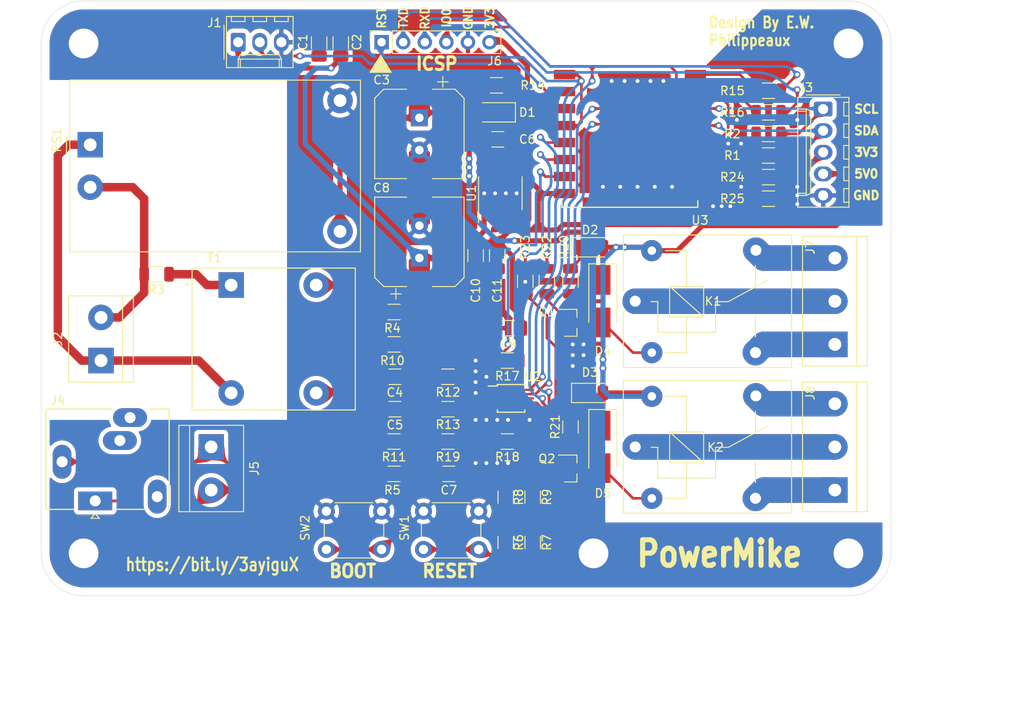
<source format=kicad_pcb>
(kicad_pcb (version 20171130) (host pcbnew "(5.1.10)-1")
  (layers (0 F.Cu signal) (31 B.Cu signal) (34 B.Paste user) (35 F.Paste user) (36 B.SilkS user) (37 F.SilkS user) (38 B.Mask user) (39 F.Mask user) (44 Edge.Cuts user))
  (net 0 "")
  (net 1 GND)
  (net 2 +3V3)
  (net 3 +5V)
  (net 4 GPIO0)
  (net 5 RXD0)
  (net 6 TXD0)
  (net 7 RESET)
  (net 8 SDA)
  (net 9 SCL)
  (net 10 "Net-(Q1-Pad1)")
  (net 11 RELAY_1)
  (net 12 TEMP)
  (net 13 "Net-(U1-Pad4)")
  (net 14 "Net-(D1-Pad1)")
  (net 15 "Net-(D2-Pad1)")
  (net 16 "Net-(D3-Pad1)")
  (net 17 "Net-(D4-Pad2)")
  (net 18 "Net-(D5-Pad2)")
  (net 19 "Net-(J7-Pad3)")
  (net 20 "Net-(J7-Pad2)")
  (net 21 "Net-(J7-Pad1)")
  (net 22 "Net-(J8-Pad3)")
  (net 23 "Net-(J8-Pad2)")
  (net 24 "Net-(J8-Pad1)")
  (net 25 "Net-(Q2-Pad1)")
  (net 26 RELAY_2)
  (net 27 "Net-(U2-Pad6)")
  (net 28 RDY)
  (net 29 "Net-(U3-Pad22)")
  (net 30 "Net-(U3-Pad21)")
  (net 31 "Net-(U3-Pad20)")
  (net 32 "Net-(U3-Pad19)")
  (net 33 "Net-(U3-Pad18)")
  (net 34 "Net-(U3-Pad17)")
  (net 35 "Net-(C4-Pad1)")
  (net 36 "Net-(C5-Pad1)")
  (net 37 "Net-(C7-Pad1)")
  (net 38 "Net-(J4-PadS)")
  (net 39 "Net-(J6-Pad3)")
  (net 40 "Net-(J6-Pad2)")
  (net 41 "Net-(J2-Pad1)")
  (net 42 "Net-(J2-Pad2)")
  (net 43 "Net-(R3-Pad1)")
  (net 44 "Net-(R10-Pad2)")
  (net 45 "Net-(R6-Pad2)")
  (net 46 "Net-(R7-Pad2)")
  (net 47 "Net-(R12-Pad1)")
  (net 48 "Net-(R13-Pad1)")
  (net 49 "Net-(R24-Pad2)")
  (net 50 "Net-(R25-Pad1)")
  (net 51 "Net-(J4-PadR)")
  (module Connector_Audio:Jack_3.5mm_Ledino_KB3SPRS_Horizontal (layer F.Cu) (at 106.365 123.825)
    (fp_text reference J4 (at -4.365 -11.825) (layer F.SilkS))
    (fp_text value jack3.5mm)
    (pad S thru_hole oval (at -3.9 -4.6) (size 2.2 4) (drill 1.3) (layers *.Cu *.Mask) (net 38 "Net-(J4-PadS)"))
    (pad R thru_hole oval (at 4.1 -9.8) (size 4 2.2) (drill 1.3) (layers *.Cu *.Mask) (net 51 "Net-(J4-PadR)"))
    (pad RN thru_hole oval (at 2.9 -7.1) (size 4 2.2) (drill 1.3) (layers *.Cu *.Mask))
    (pad TN thru_hole oval (at 7.3 -0.5 90) (size 4 2.2) (drill 1.3) (layers *.Cu *.Mask))
    (pad T thru_hole rect (at 0 0) (size 4 2.2) (drill 1.3) (layers *.Cu *.Mask) (net 37 "Net-(C7-Pad1)"))
  )
  (module MountingHole:MountingHole_3.5mm_Pad (layer F.Cu) (at 105 70)
    (fp_text reference REF** hide)
    (fp_text value MountingHole_3.5mm_Pad)
    (pad 1 thru_hole circle (at 0 0) (size 7 7) (drill 3.5) (layers *.Cu *.Mask) (net 1 GND))
  )
  (module MountingHole:MountingHole_3.5mm_Pad (layer F.Cu) (at 195 70)
    (fp_text reference REF** hide)
    (fp_text value MountingHole_3.5mm_Pad)
    (pad 1 thru_hole circle (at 0 0) (size 7 7) (drill 3.5) (layers *.Cu *.Mask) (net 1 GND))
  )
  (module MountingHole:MountingHole_3.5mm_Pad (layer F.Cu) (at 195 130)
    (fp_text reference REF** hide)
    (fp_text value MountingHole_3.5mm_Pad)
    (pad 1 thru_hole circle (at 0 0) (size 7 7) (drill 3.5) (layers *.Cu *.Mask) (net 1 GND))
  )
  (module MountingHole:MountingHole_3.5mm_Pad (layer F.Cu) (at 165 130)
    (fp_text reference REF** hide)
    (fp_text value MountingHole_3.5mm_Pad)
    (pad 1 thru_hole circle (at 0 0) (size 7 7) (drill 3.5) (layers *.Cu *.Mask) (net 1 GND))
  )
  (module MountingHole:MountingHole_3.5mm_Pad (layer F.Cu) (at 105 130)
    (fp_text reference REF** hide)
    (fp_text value MountingHole_3.5mm_Pad)
    (pad 1 thru_hole circle (at 0 0) (size 7 7) (drill 3.5) (layers *.Cu *.Mask) (net 1 GND))
  )
  (module Package_TO_SOT_SMD:SOT-23 (layer F.Cu) (at 162.29 120.015)
    (fp_text reference Q2 (at -2.778 -1.143) (layer F.SilkS))
    (fp_text value BC817)
    (pad 3 smd rect (at 1 0) (size 0.9 0.8) (layers F.Cu F.Paste F.Mask) (net 18 "Net-(D5-Pad2)"))
    (pad 2 smd rect (at -1 0.95) (size 0.9 0.8) (layers F.Cu F.Paste F.Mask) (net 1 GND))
    (pad 1 smd rect (at -1 -0.95) (size 0.9 0.8) (layers F.Cu F.Paste F.Mask) (net 25 "Net-(Q2-Pad1)"))
  )
  (module libs:TerminalBlock_bornier-2_P5.08mm (layer F.Cu) (at 120.015 117.475 270)
    (fp_text reference J5 (at 2.54 -5.08 270) (layer F.SilkS))
    (fp_text value Screw_Terminal_01x02)
    (pad 2 thru_hole circle (at 5.08 0 270) (size 3 3) (drill 1.5) (layers *.Cu *.Mask) (net 37 "Net-(C7-Pad1)"))
    (pad 1 thru_hole rect (at 0 0 270) (size 3 3) (drill 1.5) (layers *.Cu *.Mask) (net 38 "Net-(J4-PadS)"))
  )
  (module libs:TerminalBlock_bornier-3_P5.08mm (layer F.Cu) (at 193.405 122.555 90)
    (fp_text reference J8 (at 11.43 -2.905 90) (layer F.SilkS))
    (fp_text value Screw_Terminal_01x03)
    (pad 3 thru_hole circle (at 10.16 0 90) (size 3 3) (drill 1.5) (layers *.Cu *.Mask) (net 22 "Net-(J8-Pad3)"))
    (pad 2 thru_hole circle (at 5.08 0 90) (size 3 3) (drill 1.5) (layers *.Cu *.Mask) (net 23 "Net-(J8-Pad2)"))
    (pad 1 thru_hole rect (at 0 0 90) (size 3 3) (drill 1.5) (layers *.Cu *.Mask) (net 24 "Net-(J8-Pad1)"))
  )
  (module Converter_ACDC:Converter_ACDC_HiLink_HLK-PMxx (layer F.Cu) (at 105.775 81.915)
    (fp_text reference PS1 (at -3.94 -0.55 90) (layer F.SilkS))
    (fp_text value HLK-PM01)
    (pad 4 thru_hole circle (at 29.4 10.2) (size 3 3) (drill 1.5) (layers *.Cu *.Mask) (net 3 +5V))
    (pad 2 thru_hole circle (at 0 5) (size 3 3) (drill 1.5) (layers *.Cu *.Mask) (net 42 "Net-(J2-Pad2)"))
    (pad 1 thru_hole rect (at 0 0) (size 3 3) (drill 1.5) (layers *.Cu *.Mask) (net 41 "Net-(J2-Pad1)"))
    (pad 3 thru_hole circle (at 29.4 -5.2) (size 3 3) (drill 1.5) (layers *.Cu *.Mask) (net 1 GND))
  )
  (module ZMPT101B:ZMPT101B (layer F.Cu) (at 127.365 104.775)
    (fp_text reference T1 (at -6.985 -9.525) (layer F.SilkS))
    (fp_text value ZMPT101B)
    (pad 3 thru_hole circle (at 5 6.35) (size 3 3) (drill 1.5) (layers *.Cu *.Mask) (net 44 "Net-(R10-Pad2)"))
    (pad 2 thru_hole circle (at -5 6.35) (size 3 3) (drill 1.5) (layers *.Cu *.Mask) (net 41 "Net-(J2-Pad1)"))
    (pad 4 thru_hole circle (at 5 -6.35) (size 3 3) (drill 1.5) (layers *.Cu *.Mask) (net 37 "Net-(C7-Pad1)"))
    (pad 1 thru_hole rect (at -5 -6.35) (size 3 3) (drill 1.5) (layers *.Cu *.Mask) (net 43 "Net-(R3-Pad1)"))
  )
  (module Resistor_SMD:R_1206_3216Metric (layer F.Cu) (at 141.5275 116.84 180)
    (fp_text reference R11 (at 0 -1.82) (layer F.SilkS))
    (fp_text value 27k)
    (pad 2 smd roundrect (at 1.4625 0 180) (size 1.125 1.75) (layers F.Cu F.Paste F.Mask) (roundrect_rratio 0.2222195555555556) (net 38 "Net-(J4-PadS)"))
    (pad 1 smd roundrect (at -1.4625 0 180) (size 1.125 1.75) (layers F.Cu F.Paste F.Mask) (roundrect_rratio 0.2222195555555556) (net 36 "Net-(C5-Pad1)"))
  )
  (module Resistor_SMD:R_1206_3216Metric (layer F.Cu) (at 141.5275 105.41 180)
    (fp_text reference R10 (at 0.1925 -1.905) (layer F.SilkS))
    (fp_text value 27k)
    (pad 2 smd roundrect (at 1.4625 0 180) (size 1.125 1.75) (layers F.Cu F.Paste F.Mask) (roundrect_rratio 0.2222195555555556) (net 44 "Net-(R10-Pad2)"))
    (pad 1 smd roundrect (at -1.4625 0 180) (size 1.125 1.75) (layers F.Cu F.Paste F.Mask) (roundrect_rratio 0.2222195555555556) (net 35 "Net-(C4-Pad1)"))
  )
  (module Resistor_SMD:R_1206_3216Metric (layer F.Cu) (at 147.8775 113.03 180)
    (fp_text reference R13 (at 0 -1.82) (layer F.SilkS))
    (fp_text value 1k)
    (pad 2 smd roundrect (at 1.4625 0 180) (size 1.125 1.75) (layers F.Cu F.Paste F.Mask) (roundrect_rratio 0.2222195555555556) (net 36 "Net-(C5-Pad1)"))
    (pad 1 smd roundrect (at -1.4625 0 180) (size 1.125 1.75) (layers F.Cu F.Paste F.Mask) (roundrect_rratio 0.2222195555555556) (net 48 "Net-(R13-Pad1)"))
  )
  (module Resistor_SMD:R_1206_3216Metric (layer F.Cu) (at 147.8775 109.22 180)
    (fp_text reference R12 (at 0 -1.82) (layer F.SilkS))
    (fp_text value 1k)
    (pad 2 smd roundrect (at 1.4625 0 180) (size 1.125 1.75) (layers F.Cu F.Paste F.Mask) (roundrect_rratio 0.2222195555555556) (net 35 "Net-(C4-Pad1)"))
    (pad 1 smd roundrect (at -1.4625 0 180) (size 1.125 1.75) (layers F.Cu F.Paste F.Mask) (roundrect_rratio 0.2222195555555556) (net 47 "Net-(R12-Pad1)"))
  )
  (module Capacitor_SMD:C_1206_3216Metric_Pad1.33x1.80mm_HandSolder (layer F.Cu) (at 141.6275 109.22 180)
    (fp_text reference C4 (at 0 -1.85) (layer F.SilkS))
    (fp_text value 100nF)
    (pad 2 smd roundrect (at 1.5625 0 180) (size 1.325 1.8) (layers F.Cu F.Paste F.Mask) (roundrect_rratio 0.1886769811320755) (net 1 GND))
    (pad 1 smd roundrect (at -1.5625 0 180) (size 1.325 1.8) (layers F.Cu F.Paste F.Mask) (roundrect_rratio 0.1886769811320755) (net 35 "Net-(C4-Pad1)"))
  )
  (module Capacitor_SMD:C_1206_3216Metric_Pad1.33x1.80mm_HandSolder (layer F.Cu) (at 141.6275 113.03 180)
    (fp_text reference C5 (at 0 -1.85) (layer F.SilkS))
    (fp_text value 100nF)
    (pad 2 smd roundrect (at 1.5625 0 180) (size 1.325 1.8) (layers F.Cu F.Paste F.Mask) (roundrect_rratio 0.1886769811320755) (net 1 GND))
    (pad 1 smd roundrect (at -1.5625 0 180) (size 1.325 1.8) (layers F.Cu F.Paste F.Mask) (roundrect_rratio 0.1886769811320755) (net 36 "Net-(C5-Pad1)"))
  )
  (module libs:TerminalBlock_bornier-2_P5.08mm (layer F.Cu) (at 107.045 107.315 90)
    (fp_text reference J2 (at 2.54 -5.08 90) (layer F.SilkS))
    (fp_text value Screw_Terminal_01x02)
    (pad 2 thru_hole circle (at 5.08 0 90) (size 3 3) (drill 1.52) (layers *.Cu *.Mask) (net 42 "Net-(J2-Pad2)"))
    (pad 1 thru_hole rect (at 0 0 90) (size 3 3) (drill 1.52) (layers *.Cu *.Mask) (net 41 "Net-(J2-Pad1)"))
  )
  (module libs:CAP_10x10_SMD_THT (layer F.Cu) (at 144.51 93.345 90)
    (fp_text reference C8 (at 6.35 -4.445 180) (layer F.SilkS))
    (fp_text value 470uF hide)
    (pad 1 thru_hole rect (at -1.9 0 90) (size 2 2) (drill 1) (layers *.Cu *.Mask) (net 2 +3V3))
    (pad 2 thru_hole circle (at 1.9 0 90) (size 2 2) (drill 1) (layers *.Cu *.Mask) (net 1 GND))
    (pad 1 smd roundrect (at -4 0 90) (size 4 2.5) (layers F.Cu F.Paste F.Mask) (roundrect_rratio 0.1) (net 2 +3V3))
    (pad 2 smd roundrect (at 4 0 90) (size 4 2.5) (layers F.Cu F.Paste F.Mask) (roundrect_rratio 0.1) (net 1 GND))
  )
  (module libs:CAP_10x10_SMD_THT (layer F.Cu) (at 144.51 80.645 270)
    (fp_text reference C3 (at -6.35 4.445) (layer F.SilkS))
    (fp_text value 470uF hide)
    (pad 1 thru_hole rect (at -1.9 0 270) (size 2 2) (drill 1) (layers *.Cu *.Mask) (net 3 +5V))
    (pad 2 thru_hole circle (at 1.9 0 270) (size 2 2) (drill 1) (layers *.Cu *.Mask) (net 1 GND))
    (pad 1 smd roundrect (at -4 0 270) (size 4 2.5) (layers F.Cu F.Paste F.Mask) (roundrect_rratio 0.1) (net 3 +5V))
    (pad 2 smd roundrect (at 4 0 270) (size 4 2.5) (layers F.Cu F.Paste F.Mask) (roundrect_rratio 0.1) (net 1 GND))
  )
  (module Capacitor_SMD:C_1206_3216Metric_Pad1.33x1.80mm_HandSolder (layer F.Cu) (at 132.715 69.9225 90)
    (fp_text reference C1 (at 0.0725 -1.905 90) (layer F.SilkS))
    (fp_text value 100nF)
    (pad 2 smd roundrect (at 1.5625 0 90) (size 1.325 1.8) (layers F.Cu F.Paste F.Mask) (roundrect_rratio 0.1886769811320755) (net 1 GND))
    (pad 1 smd roundrect (at -1.5625 0 90) (size 1.325 1.8) (layers F.Cu F.Paste F.Mask) (roundrect_rratio 0.1886769811320755) (net 12 TEMP))
  )
  (module Connector_Molex:Molex_KK-254_AE-6410-03A_1x03_P2.54mm_Vertical (layer F.Cu) (at 123.19 69.85)
    (fp_text reference J1 (at -2.794 -2.286) (layer F.SilkS))
    (fp_text value Conn_01x03)
    (pad 3 thru_hole oval (at 5.08 0) (size 1.74 2.19) (drill 1.19) (layers *.Cu *.Mask) (net 1 GND))
    (pad 2 thru_hole oval (at 2.54 0) (size 1.74 2.19) (drill 1.19) (layers *.Cu *.Mask) (net 12 TEMP))
    (pad 1 thru_hole roundrect (at 0 0) (size 1.74 2.19) (drill 1.19) (layers *.Cu *.Mask) (roundrect_rratio 0.1436775862068966) (net 2 +3V3))
  )
  (module Connector_Molex:Molex_KK-254_AE-6410-05A_1x05_P2.54mm_Vertical (layer F.Cu) (at 192.024 77.724 270)
    (fp_text reference J3 (at -2.54 2.032) (layer F.SilkS))
    (fp_text value Conn_01x05)
    (pad 5 thru_hole oval (at 10.16 0 270) (size 1.74 2.19) (drill 1.19) (layers *.Cu *.Mask) (net 1 GND))
    (pad 4 thru_hole oval (at 7.62 0 270) (size 1.74 2.19) (drill 1.19) (layers *.Cu *.Mask) (net 3 +5V))
    (pad 3 thru_hole oval (at 5.08 0 270) (size 1.74 2.19) (drill 1.19) (layers *.Cu *.Mask) (net 2 +3V3))
    (pad 2 thru_hole oval (at 2.54 0 270) (size 1.74 2.19) (drill 1.19) (layers *.Cu *.Mask) (net 8 SDA))
    (pad 1 thru_hole roundrect (at 0 0 270) (size 1.74 2.19) (drill 1.19) (layers *.Cu *.Mask) (roundrect_rratio 0.1436775862068966) (net 9 SCL))
  )
  (module Resistor_SMD:R_1206_3216Metric (layer F.Cu) (at 185.5925 88.265)
    (fp_text reference R25 (at -4.2525 0) (layer F.SilkS))
    (fp_text value 10k)
    (pad 2 smd roundrect (at 1.4625 0) (size 1.125 1.75) (layers F.Cu F.Paste F.Mask) (roundrect_rratio 0.2222195555555556) (net 1 GND))
    (pad 1 smd roundrect (at -1.4625 0) (size 1.125 1.75) (layers F.Cu F.Paste F.Mask) (roundrect_rratio 0.2222195555555556) (net 50 "Net-(R25-Pad1)"))
  )
  (module Resistor_SMD:R_1206_3216Metric (layer F.Cu) (at 185.5925 85.725 180)
    (fp_text reference R24 (at 4.2525 0) (layer F.SilkS))
    (fp_text value 10k)
    (pad 2 smd roundrect (at 1.4625 0 180) (size 1.125 1.75) (layers F.Cu F.Paste F.Mask) (roundrect_rratio 0.2222195555555556) (net 49 "Net-(R24-Pad2)"))
    (pad 1 smd roundrect (at -1.4625 0 180) (size 1.125 1.75) (layers F.Cu F.Paste F.Mask) (roundrect_rratio 0.2222195555555556) (net 2 +3V3))
  )
  (module Resistor_SMD:R_1206_3216Metric (layer F.Cu) (at 156.972 97.9825 90)
    (fp_text reference R23 (at 4.0025 0 90) (layer F.SilkS))
    (fp_text value 1k)
    (pad 2 smd roundrect (at 1.4625 0 90) (size 1.125 1.75) (layers F.Cu F.Paste F.Mask) (roundrect_rratio 0.2222195555555556) (net 26 RELAY_2))
    (pad 1 smd roundrect (at -1.4625 0 90) (size 1.125 1.75) (layers F.Cu F.Paste F.Mask) (roundrect_rratio 0.2222195555555556) (net 25 "Net-(Q2-Pad1)"))
  )
  (module Resistor_SMD:R_1206_3216Metric (layer F.Cu) (at 159.512 97.9825 90)
    (fp_text reference R22 (at 4.0025 0 90) (layer F.SilkS))
    (fp_text value 1k)
    (pad 2 smd roundrect (at 1.4625 0 90) (size 1.125 1.75) (layers F.Cu F.Paste F.Mask) (roundrect_rratio 0.2222195555555556) (net 11 RELAY_1))
    (pad 1 smd roundrect (at -1.4625 0 90) (size 1.125 1.75) (layers F.Cu F.Paste F.Mask) (roundrect_rratio 0.2222195555555556) (net 10 "Net-(Q1-Pad1)"))
  )
  (module Resistor_SMD:R_1206_3216Metric (layer F.Cu) (at 162.29 115.1275 270)
    (fp_text reference R21 (at 0 1.79 90) (layer F.SilkS))
    (fp_text value 220)
    (pad 2 smd roundrect (at 1.4625 0 270) (size 1.125 1.75) (layers F.Cu F.Paste F.Mask) (roundrect_rratio 0.2222195555555556) (net 18 "Net-(D5-Pad2)"))
    (pad 1 smd roundrect (at -1.4625 0 270) (size 1.125 1.75) (layers F.Cu F.Paste F.Mask) (roundrect_rratio 0.2222195555555556) (net 16 "Net-(D3-Pad1)"))
  )
  (module Resistor_SMD:R_1206_3216Metric (layer F.Cu) (at 162.29 97.9825 270)
    (fp_text reference R20 (at -4.0025 0.746 90) (layer F.SilkS))
    (fp_text value 220)
    (pad 2 smd roundrect (at 1.4625 0 270) (size 1.125 1.75) (layers F.Cu F.Paste F.Mask) (roundrect_rratio 0.2222195555555556) (net 17 "Net-(D4-Pad2)"))
    (pad 1 smd roundrect (at -1.4625 0 270) (size 1.125 1.75) (layers F.Cu F.Paste F.Mask) (roundrect_rratio 0.2222195555555556) (net 15 "Net-(D2-Pad1)"))
  )
  (module Resistor_SMD:R_1206_3216Metric (layer F.Cu) (at 147.8775 116.84 180)
    (fp_text reference R19 (at 0 -1.82) (layer F.SilkS))
    (fp_text value 10k)
    (pad 2 smd roundrect (at 1.4625 0 180) (size 1.125 1.75) (layers F.Cu F.Paste F.Mask) (roundrect_rratio 0.2222195555555556) (net 1 GND))
    (pad 1 smd roundrect (at -1.4625 0 180) (size 1.125 1.75) (layers F.Cu F.Paste F.Mask) (roundrect_rratio 0.2222195555555556) (net 37 "Net-(C7-Pad1)"))
  )
  (module Resistor_SMD:R_1206_3216Metric (layer F.Cu) (at 154.8625 116.84 180)
    (fp_text reference R18 (at 0 -1.82) (layer F.SilkS))
    (fp_text value 10k)
    (pad 2 smd roundrect (at 1.4625 0 180) (size 1.125 1.75) (layers F.Cu F.Paste F.Mask) (roundrect_rratio 0.2222195555555556) (net 37 "Net-(C7-Pad1)"))
    (pad 1 smd roundrect (at -1.4625 0 180) (size 1.125 1.75) (layers F.Cu F.Paste F.Mask) (roundrect_rratio 0.2222195555555556) (net 2 +3V3))
  )
  (module Capacitor_SMD:C_1206_3216Metric_Pad1.33x1.80mm_HandSolder (layer F.Cu) (at 153.67 94.9575 270)
    (fp_text reference C11 (at 4.1025 0 90) (layer F.SilkS))
    (fp_text value 1uF)
    (pad 2 smd roundrect (at 1.5625 0 270) (size 1.325 1.8) (layers F.Cu F.Paste F.Mask) (roundrect_rratio 0.1886769811320755) (net 1 GND))
    (pad 1 smd roundrect (at -1.5625 0 270) (size 1.325 1.8) (layers F.Cu F.Paste F.Mask) (roundrect_rratio 0.1886769811320755) (net 2 +3V3))
  )
  (module Capacitor_SMD:C_1206_3216Metric_Pad1.33x1.80mm_HandSolder (layer F.Cu) (at 151.13 94.9575 270)
    (fp_text reference C10 (at 4.1025 0 90) (layer F.SilkS))
    (fp_text value 100nF)
    (pad 2 smd roundrect (at 1.5625 0 270) (size 1.325 1.8) (layers F.Cu F.Paste F.Mask) (roundrect_rratio 0.1886769811320755) (net 1 GND))
    (pad 1 smd roundrect (at -1.5625 0 270) (size 1.325 1.8) (layers F.Cu F.Paste F.Mask) (roundrect_rratio 0.1886769811320755) (net 2 +3V3))
  )
  (module ESP8266:ESP-12E_SMD (layer F.Cu) (at 162.29 73.66)
    (fp_text reference U3 (at 15.24 17.145 180) (layer F.SilkS))
    (fp_text value ESP-12E hide)
    (pad 22 smd rect (at 11.99 15 90) (size 2.5 1.1) (drill (offset -0.7 0)) (layers F.Cu F.Paste F.Mask) (net 29 "Net-(U3-Pad22)"))
    (pad 21 smd rect (at 9.99 15 90) (size 2.5 1.1) (drill (offset -0.7 0)) (layers F.Cu F.Paste F.Mask) (net 30 "Net-(U3-Pad21)"))
    (pad 20 smd rect (at 7.99 15 90) (size 2.5 1.1) (drill (offset -0.7 0)) (layers F.Cu F.Paste F.Mask) (net 31 "Net-(U3-Pad20)"))
    (pad 19 smd rect (at 5.99 15 90) (size 2.5 1.1) (drill (offset -0.7 0)) (layers F.Cu F.Paste F.Mask) (net 32 "Net-(U3-Pad19)"))
    (pad 18 smd rect (at 3.99 15 90) (size 2.5 1.1) (drill (offset -0.7 0)) (layers F.Cu F.Paste F.Mask) (net 33 "Net-(U3-Pad18)"))
    (pad 17 smd rect (at 1.99 15 90) (size 2.5 1.1) (drill (offset -0.7 0)) (layers F.Cu F.Paste F.Mask) (net 34 "Net-(U3-Pad17)"))
    (pad 16 smd rect (at 14 0) (size 2.5 1.1) (drill (offset 0.7 0)) (layers F.Cu F.Paste F.Mask) (net 6 TXD0))
    (pad 15 smd rect (at 14 2) (size 2.5 1.1) (drill (offset 0.7 0)) (layers F.Cu F.Paste F.Mask) (net 5 RXD0))
    (pad 14 smd rect (at 14 4) (size 2.5 1.1) (drill (offset 0.7 0)) (layers F.Cu F.Paste F.Mask) (net 9 SCL))
    (pad 13 smd rect (at 14 6) (size 2.5 1.1) (drill (offset 0.7 0)) (layers F.Cu F.Paste F.Mask) (net 8 SDA))
    (pad 12 smd rect (at 14 8) (size 2.5 1.1) (drill (offset 0.7 0)) (layers F.Cu F.Paste F.Mask) (net 4 GPIO0))
    (pad 11 smd rect (at 14 10) (size 2.5 1.1) (drill (offset 0.7 0)) (layers F.Cu F.Paste F.Mask) (net 49 "Net-(R24-Pad2)"))
    (pad 10 smd rect (at 14 12) (size 2.5 1.1) (drill (offset 0.7 0)) (layers F.Cu F.Paste F.Mask) (net 50 "Net-(R25-Pad1)"))
    (pad 9 smd rect (at 14 14) (size 2.5 1.1) (drill (offset 0.7 0)) (layers F.Cu F.Paste F.Mask) (net 1 GND))
    (pad 8 smd rect (at 0 14) (size 2.5 1.1) (drill (offset -0.7 0)) (layers F.Cu F.Paste F.Mask) (net 2 +3V3))
    (pad 7 smd rect (at 0 12) (size 2.5 1.1) (drill (offset -0.7 0)) (layers F.Cu F.Paste F.Mask) (net 28 RDY))
    (pad 6 smd rect (at 0 10) (size 2.5 1.1) (drill (offset -0.7 0)) (layers F.Cu F.Paste F.Mask) (net 26 RELAY_2))
    (pad 5 smd rect (at 0 8) (size 2.5 1.1) (drill (offset -0.7 0)) (layers F.Cu F.Paste F.Mask) (net 11 RELAY_1))
    (pad 4 smd rect (at 0 6) (size 2.5 1.1) (drill (offset -0.7 0)) (layers F.Cu F.Paste F.Mask) (net 7 RESET))
    (pad 3 smd rect (at 0 4) (size 2.5 1.1) (drill (offset -0.7 0)) (layers F.Cu F.Paste F.Mask) (net 2 +3V3))
    (pad 2 smd rect (at 0 2) (size 2.5 1.1) (drill (offset -0.7 0)) (layers F.Cu F.Paste F.Mask) (net 12 TEMP))
    (pad 1 smd rect (at 0 0) (size 2.5 1.1) (drill (offset -0.7 0)) (layers F.Cu F.Paste F.Mask) (net 7 RESET))
  )
  (module Package_SO:TSSOP-10_3x3mm_P0.5mm (layer F.Cu) (at 155.305 111.76)
    (fp_text reference U2 (at 2.54 -2.54) (layer F.SilkS))
    (fp_text value ADS1015IDGS)
    (pad 10 smd rect (at 2.15 -1) (size 1.1 0.25) (layers F.Cu F.Paste F.Mask) (net 9 SCL))
    (pad 9 smd rect (at 2.15 -0.5) (size 1.1 0.25) (layers F.Cu F.Paste F.Mask) (net 8 SDA))
    (pad 8 smd rect (at 2.15 0) (size 1.1 0.25) (layers F.Cu F.Paste F.Mask) (net 2 +3V3))
    (pad 7 smd rect (at 2.15 0.5) (size 1.1 0.25) (layers F.Cu F.Paste F.Mask) (net 37 "Net-(C7-Pad1)"))
    (pad 6 smd rect (at 2.15 1) (size 1.1 0.25) (layers F.Cu F.Paste F.Mask) (net 27 "Net-(U2-Pad6)"))
    (pad 5 smd rect (at -2.15 1) (size 1.1 0.25) (layers F.Cu F.Paste F.Mask) (net 48 "Net-(R13-Pad1)"))
    (pad 4 smd rect (at -2.15 0.5) (size 1.1 0.25) (layers F.Cu F.Paste F.Mask) (net 47 "Net-(R12-Pad1)"))
    (pad 3 smd rect (at -2.15 0) (size 1.1 0.25) (layers F.Cu F.Paste F.Mask) (net 1 GND))
    (pad 2 smd rect (at -2.15 -0.5) (size 1.1 0.25) (layers F.Cu F.Paste F.Mask) (net 28 RDY))
    (pad 1 smd rect (at -2.15 -1) (size 1.1 0.25) (layers F.Cu F.Paste F.Mask) (net 1 GND))
  )
  (module Package_SO:SO-8_3.9x4.9mm_P1.27mm (layer F.Cu) (at 154.035 87.63 90)
    (fp_text reference U1 (at 0 -3.4 90) (layer F.SilkS))
    (fp_text value KF33BD-TR)
    (pad 8 smd roundrect (at 2.575 -1.905 90) (size 1.75 0.6) (layers F.Cu F.Paste F.Mask) (net 3 +5V))
    (pad 7 smd roundrect (at 2.575 -0.635 90) (size 1.75 0.6) (layers F.Cu F.Paste F.Mask) (net 1 GND))
    (pad 6 smd roundrect (at 2.575 0.635 90) (size 1.75 0.6) (layers F.Cu F.Paste F.Mask) (net 1 GND))
    (pad 5 smd roundrect (at 2.575 1.905 90) (size 1.75 0.6) (layers F.Cu F.Paste F.Mask) (net 1 GND))
    (pad 4 smd roundrect (at -2.575 1.905 90) (size 1.75 0.6) (layers F.Cu F.Paste F.Mask) (net 13 "Net-(U1-Pad4)"))
    (pad 3 smd roundrect (at -2.575 0.635 90) (size 1.75 0.6) (layers F.Cu F.Paste F.Mask) (net 1 GND))
    (pad 2 smd roundrect (at -2.575 -0.635 90) (size 1.75 0.6) (layers F.Cu F.Paste F.Mask) (net 1 GND))
    (pad 1 smd roundrect (at -2.575 -1.905 90) (size 1.75 0.6) (layers F.Cu F.Paste F.Mask) (net 2 +3V3))
  )
  (module Button_Switch_THT:SW_PUSH_6mm (layer F.Cu) (at 144.995 125.04)
    (fp_text reference SW1 (at -2.247 1.96 90) (layer F.SilkS))
    (fp_text value SW_Push)
    (pad 1 thru_hole circle (at 6.5 0 90) (size 2 2) (drill 1.1) (layers *.Cu *.Mask) (net 1 GND))
    (pad 2 thru_hole circle (at 6.5 4.5 90) (size 2 2) (drill 1.1) (layers *.Cu *.Mask) (net 45 "Net-(R6-Pad2)"))
    (pad 1 thru_hole circle (at 0 0 90) (size 2 2) (drill 1.1) (layers *.Cu *.Mask) (net 1 GND))
    (pad 2 thru_hole circle (at 0 4.5 90) (size 2 2) (drill 1.1) (layers *.Cu *.Mask) (net 45 "Net-(R6-Pad2)"))
  )
  (module Resistor_SMD:R_1206_3216Metric (layer F.Cu) (at 157.845 123.3825 270)
    (fp_text reference R9 (at 0 -1.667 90) (layer F.SilkS))
    (fp_text value 10k)
    (pad 2 smd roundrect (at 1.4625 0 270) (size 1.125 1.75) (layers F.Cu F.Paste F.Mask) (roundrect_rratio 0.2222195555555556) (net 4 GPIO0))
    (pad 1 smd roundrect (at -1.4625 0 270) (size 1.125 1.75) (layers F.Cu F.Paste F.Mask) (roundrect_rratio 0.2222195555555556) (net 2 +3V3))
  )
  (module Resistor_SMD:R_1206_3216Metric (layer F.Cu) (at 154.67 128.7125 270)
    (fp_text reference R6 (at 0 -1.54 90) (layer F.SilkS))
    (fp_text value 470)
    (pad 2 smd roundrect (at 1.4625 0 270) (size 1.125 1.75) (layers F.Cu F.Paste F.Mask) (roundrect_rratio 0.2222195555555556) (net 45 "Net-(R6-Pad2)"))
    (pad 1 smd roundrect (at -1.4625 0 270) (size 1.125 1.75) (layers F.Cu F.Paste F.Mask) (roundrect_rratio 0.2222195555555556) (net 7 RESET))
  )
  (module Resistor_SMD:R_1206_3216Metric (layer F.Cu) (at 141.5275 120.65)
    (fp_text reference R5 (at -0.1925 1.905) (layer F.SilkS))
    (fp_text value ?)
    (pad 2 smd roundrect (at 1.4625 0) (size 1.125 1.75) (layers F.Cu F.Paste F.Mask) (roundrect_rratio 0.2222195555555556) (net 37 "Net-(C7-Pad1)"))
    (pad 1 smd roundrect (at -1.4625 0) (size 1.125 1.75) (layers F.Cu F.Paste F.Mask) (roundrect_rratio 0.2222195555555556) (net 38 "Net-(J4-PadS)"))
  )
  (module Resistor_SMD:R_1206_3216Metric (layer F.Cu) (at 154.8625 107.315 180)
    (fp_text reference R17 (at 0 -1.82) (layer F.SilkS))
    (fp_text value 10k)
    (pad 2 smd roundrect (at 1.4625 0 180) (size 1.125 1.75) (layers F.Cu F.Paste F.Mask) (roundrect_rratio 0.2222195555555556) (net 28 RDY))
    (pad 1 smd roundrect (at -1.4625 0 180) (size 1.125 1.75) (layers F.Cu F.Paste F.Mask) (roundrect_rratio 0.2222195555555556) (net 2 +3V3))
  )
  (module Resistor_SMD:R_1206_3216Metric (layer F.Cu) (at 185.5925 75.565)
    (fp_text reference R15 (at -4.2525 0) (layer F.SilkS))
    (fp_text value 470)
    (pad 2 smd roundrect (at 1.4625 0) (size 1.125 1.75) (layers F.Cu F.Paste F.Mask) (roundrect_rratio 0.2222195555555556) (net 40 "Net-(J6-Pad2)"))
    (pad 1 smd roundrect (at -1.4625 0) (size 1.125 1.75) (layers F.Cu F.Paste F.Mask) (roundrect_rratio 0.2222195555555556) (net 6 TXD0))
  )
  (module Resistor_SMD:R_1206_3216Metric (layer F.Cu) (at 185.5925 78.105)
    (fp_text reference R16 (at -4.2525 0) (layer F.SilkS))
    (fp_text value 470)
    (pad 2 smd roundrect (at 1.4625 0) (size 1.125 1.75) (layers F.Cu F.Paste F.Mask) (roundrect_rratio 0.2222195555555556) (net 39 "Net-(J6-Pad3)"))
    (pad 1 smd roundrect (at -1.4625 0) (size 1.125 1.75) (layers F.Cu F.Paste F.Mask) (roundrect_rratio 0.2222195555555556) (net 5 RXD0))
  )
  (module Button_Switch_THT:SW_PUSH_6mm (layer F.Cu) (at 133.565 125.04)
    (fp_text reference SW2 (at -2.501 1.96 90) (layer F.SilkS))
    (fp_text value SW_Push)
    (pad 1 thru_hole circle (at 6.5 0 90) (size 2 2) (drill 1.1) (layers *.Cu *.Mask) (net 1 GND))
    (pad 2 thru_hole circle (at 6.5 4.5 90) (size 2 2) (drill 1.1) (layers *.Cu *.Mask) (net 46 "Net-(R7-Pad2)"))
    (pad 1 thru_hole circle (at 0 0 90) (size 2 2) (drill 1.1) (layers *.Cu *.Mask) (net 1 GND))
    (pad 2 thru_hole circle (at 0 4.5 90) (size 2 2) (drill 1.1) (layers *.Cu *.Mask) (net 46 "Net-(R7-Pad2)"))
  )
  (module Resistor_SMD:R_1206_3216Metric (layer F.Cu) (at 113.5875 97.155 180)
    (fp_text reference R3 (at 0 -1.82) (layer F.SilkS))
    (fp_text value 220k)
    (pad 2 smd roundrect (at 1.4625 0 180) (size 1.125 1.75) (layers F.Cu F.Paste F.Mask) (roundrect_rratio 0.2222195555555556) (net 42 "Net-(J2-Pad2)"))
    (pad 1 smd roundrect (at -1.4625 0 180) (size 1.125 1.75) (layers F.Cu F.Paste F.Mask) (roundrect_rratio 0.2222195555555556) (net 43 "Net-(R3-Pad1)"))
  )
  (module Resistor_SMD:R_1206_3216Metric (layer F.Cu) (at 153.5925 74.93 180)
    (fp_text reference R14 (at -4.2525 0) (layer F.SilkS))
    (fp_text value 220)
    (pad 2 smd roundrect (at 1.4625 0 180) (size 1.125 1.75) (layers F.Cu F.Paste F.Mask) (roundrect_rratio 0.2222195555555556) (net 1 GND))
    (pad 1 smd roundrect (at -1.4625 0 180) (size 1.125 1.75) (layers F.Cu F.Paste F.Mask) (roundrect_rratio 0.2222195555555556) (net 14 "Net-(D1-Pad1)"))
  )
  (module Resistor_SMD:R_1206_3216Metric (layer F.Cu) (at 154.67 123.3825 270)
    (fp_text reference R8 (at 0 -1.54 90) (layer F.SilkS))
    (fp_text value 10k)
    (pad 2 smd roundrect (at 1.4625 0 270) (size 1.125 1.75) (layers F.Cu F.Paste F.Mask) (roundrect_rratio 0.2222195555555556) (net 7 RESET))
    (pad 1 smd roundrect (at -1.4625 0 270) (size 1.125 1.75) (layers F.Cu F.Paste F.Mask) (roundrect_rratio 0.2222195555555556) (net 2 +3V3))
  )
  (module Resistor_SMD:R_1206_3216Metric (layer F.Cu) (at 185.5925 80.645)
    (fp_text reference R2 (at -4.2525 0) (layer F.SilkS))
    (fp_text value 10k)
    (pad 2 smd roundrect (at 1.4625 0) (size 1.125 1.75) (layers F.Cu F.Paste F.Mask) (roundrect_rratio 0.2222195555555556) (net 9 SCL))
    (pad 1 smd roundrect (at -1.4625 0) (size 1.125 1.75) (layers F.Cu F.Paste F.Mask) (roundrect_rratio 0.2222195555555556) (net 2 +3V3))
  )
  (module Resistor_SMD:R_1206_3216Metric (layer F.Cu) (at 157.845 128.7125 270)
    (fp_text reference R7 (at 0 -1.667 90) (layer F.SilkS))
    (fp_text value 470)
    (pad 2 smd roundrect (at 1.4625 0 270) (size 1.125 1.75) (layers F.Cu F.Paste F.Mask) (roundrect_rratio 0.2222195555555556) (net 46 "Net-(R7-Pad2)"))
    (pad 1 smd roundrect (at -1.4625 0 270) (size 1.125 1.75) (layers F.Cu F.Paste F.Mask) (roundrect_rratio 0.2222195555555556) (net 4 GPIO0))
  )
  (module Resistor_SMD:R_1206_3216Metric (layer F.Cu) (at 141.5275 101.6 180)
    (fp_text reference R4 (at 0.1925 -1.905) (layer F.SilkS))
    (fp_text value 1k)
    (pad 2 smd roundrect (at 1.4625 0 180) (size 1.125 1.75) (layers F.Cu F.Paste F.Mask) (roundrect_rratio 0.2222195555555556) (net 44 "Net-(R10-Pad2)"))
    (pad 1 smd roundrect (at -1.4625 0 180) (size 1.125 1.75) (layers F.Cu F.Paste F.Mask) (roundrect_rratio 0.2222195555555556) (net 37 "Net-(C7-Pad1)"))
  )
  (module Capacitor_SMD:C_1206_3216Metric_Pad1.33x1.80mm_HandSolder (layer F.Cu) (at 154.9625 103.505 180)
    (fp_text reference C9 (at 0 -1.85) (layer F.SilkS))
    (fp_text value 100nF)
    (pad 2 smd roundrect (at 1.5625 0 180) (size 1.325 1.8) (layers F.Cu F.Paste F.Mask) (roundrect_rratio 0.1886769811320755) (net 1 GND))
    (pad 1 smd roundrect (at -1.5625 0 180) (size 1.325 1.8) (layers F.Cu F.Paste F.Mask) (roundrect_rratio 0.1886769811320755) (net 2 +3V3))
  )
  (module Capacitor_SMD:C_1206_3216Metric_Pad1.33x1.80mm_HandSolder (layer F.Cu) (at 153.7425 81.28)
    (fp_text reference C6 (at 3.4675 0) (layer F.SilkS))
    (fp_text value 100nF)
    (pad 2 smd roundrect (at 1.5625 0) (size 1.325 1.8) (layers F.Cu F.Paste F.Mask) (roundrect_rratio 0.1886769811320755) (net 1 GND))
    (pad 1 smd roundrect (at -1.5625 0) (size 1.325 1.8) (layers F.Cu F.Paste F.Mask) (roundrect_rratio 0.1886769811320755) (net 3 +5V))
  )
  (module Capacitor_SMD:C_1206_3216Metric_Pad1.33x1.80mm_HandSolder (layer F.Cu) (at 147.9775 120.65 180)
    (fp_text reference C7 (at 0 -1.905) (layer F.SilkS))
    (fp_text value 100nF)
    (pad 2 smd roundrect (at 1.5625 0 180) (size 1.325 1.8) (layers F.Cu F.Paste F.Mask) (roundrect_rratio 0.1886769811320755) (net 1 GND))
    (pad 1 smd roundrect (at -1.5625 0 180) (size 1.325 1.8) (layers F.Cu F.Paste F.Mask) (roundrect_rratio 0.1886769811320755) (net 37 "Net-(C7-Pad1)"))
  )
  (module LED_SMD:LED_1206_3216Metric (layer F.Cu) (at 153.53 78.105 180)
    (fp_text reference D1 (at -3.68 0) (layer F.SilkS))
    (fp_text value LED)
    (pad 2 smd roundrect (at 1.4 0 180) (size 1.25 1.75) (layers F.Cu F.Paste F.Mask) (roundrect_rratio 0.2) (net 3 +5V))
    (pad 1 smd roundrect (at -1.4 0 180) (size 1.25 1.75) (layers F.Cu F.Paste F.Mask) (roundrect_rratio 0.2) (net 14 "Net-(D1-Pad1)"))
  )
  (module Capacitor_SMD:C_1206_3216Metric_Pad1.33x1.80mm_HandSolder (layer F.Cu) (at 135.255 69.9225 90)
    (fp_text reference C2 (at 0.0725 1.905 90) (layer F.SilkS))
    (fp_text value 100nF)
    (pad 2 smd roundrect (at 1.5625 0 90) (size 1.325 1.8) (layers F.Cu F.Paste F.Mask) (roundrect_rratio 0.1886769811320755) (net 1 GND))
    (pad 1 smd roundrect (at -1.5625 0 90) (size 1.325 1.8) (layers F.Cu F.Paste F.Mask) (roundrect_rratio 0.1886769811320755) (net 2 +3V3))
  )
  (module Resistor_SMD:R_1206_3216Metric (layer F.Cu) (at 185.5925 83.185)
    (fp_text reference R1 (at -4.2525 0) (layer F.SilkS))
    (fp_text value 10k)
    (pad 2 smd roundrect (at 1.4625 0) (size 1.125 1.75) (layers F.Cu F.Paste F.Mask) (roundrect_rratio 0.2222195555555556) (net 8 SDA))
    (pad 1 smd roundrect (at -1.4625 0) (size 1.125 1.75) (layers F.Cu F.Paste F.Mask) (roundrect_rratio 0.2222195555555556) (net 2 +3V3))
  )
  (module Relay_THT:Relay_SPDT_SANYOU_SRD_Series_Form_C (layer F.Cu) (at 169.91 100.33)
    (fp_text reference K1 (at 9.16 0) (layer F.SilkS))
    (fp_text value "RELAY 0510")
    (pad 1 thru_hole circle (at 0 0 90) (size 3 3) (drill 1.3) (layers *.Cu *.Mask) (net 20 "Net-(J7-Pad2)"))
    (pad 5 thru_hole circle (at 1.95 -5.95 90) (size 2.5 2.5) (drill 1) (layers *.Cu *.Mask) (net 3 +5V))
    (pad 4 thru_hole circle (at 14.2 -6 90) (size 3 3) (drill 1.3) (layers *.Cu *.Mask) (net 19 "Net-(J7-Pad3)"))
    (pad 3 thru_hole circle (at 14.15 6.05 90) (size 3 3) (drill 1.3) (layers *.Cu *.Mask) (net 21 "Net-(J7-Pad1)"))
    (pad 2 thru_hole circle (at 1.95 6.05 90) (size 2.5 2.5) (drill 1) (layers *.Cu *.Mask) (net 17 "Net-(D4-Pad2)"))
  )
  (module Package_TO_SOT_SMD:SOT-23 (layer F.Cu) (at 162.29 102.87)
    (fp_text reference Q1 (at -2.778 -1.27) (layer F.SilkS))
    (fp_text value BC817)
    (pad 3 smd rect (at 1 0) (size 0.9 0.8) (layers F.Cu F.Paste F.Mask) (net 17 "Net-(D4-Pad2)"))
    (pad 2 smd rect (at -1 0.95) (size 0.9 0.8) (layers F.Cu F.Paste F.Mask) (net 1 GND))
    (pad 1 smd rect (at -1 -0.95) (size 0.9 0.8) (layers F.Cu F.Paste F.Mask) (net 10 "Net-(Q1-Pad1)"))
  )
  (module libs:TerminalBlock_bornier-3_P5.08mm (layer F.Cu) (at 193.405 105.41 90)
    (fp_text reference J7 (at 11.43 -2.905 90) (layer F.SilkS))
    (fp_text value Screw_Terminal_01x03)
    (pad 3 thru_hole circle (at 10.16 0 90) (size 3 3) (drill 1.52) (layers *.Cu *.Mask) (net 19 "Net-(J7-Pad3)"))
    (pad 2 thru_hole circle (at 5.08 0 90) (size 3 3) (drill 1.52) (layers *.Cu *.Mask) (net 20 "Net-(J7-Pad2)"))
    (pad 1 thru_hole rect (at 0 0 90) (size 3 3) (drill 1.52) (layers *.Cu *.Mask) (net 21 "Net-(J7-Pad1)"))
  )
  (module Connector_PinSocket_2.54mm:PinSocket_1x06_P2.54mm_Vertical (layer F.Cu) (at 140.065 69.85 90)
    (fp_text reference J6 (at -2.2225 13.2875) (layer F.SilkS))
    (fp_text value ICSP)
    (pad 6 thru_hole oval (at 0 12.7 90) (size 1.7 1.7) (drill 1) (layers *.Cu *.Mask) (net 2 +3V3))
    (pad 5 thru_hole oval (at 0 10.16 90) (size 1.7 1.7) (drill 1) (layers *.Cu *.Mask) (net 1 GND))
    (pad 4 thru_hole oval (at 0 7.62 90) (size 1.7 1.7) (drill 1) (layers *.Cu *.Mask) (net 4 GPIO0))
    (pad 3 thru_hole oval (at 0 5.08 90) (size 1.7 1.7) (drill 1) (layers *.Cu *.Mask) (net 39 "Net-(J6-Pad3)"))
    (pad 2 thru_hole oval (at 0 2.54 90) (size 1.7 1.7) (drill 1) (layers *.Cu *.Mask) (net 40 "Net-(J6-Pad2)"))
    (pad 1 thru_hole rect (at 0 0 90) (size 1.7 1.7) (drill 1) (layers *.Cu *.Mask) (net 7 RESET))
  )
  (module Relay_THT:Relay_SPDT_SANYOU_SRD_Series_Form_C (layer F.Cu) (at 169.91 117.475)
    (fp_text reference K2 (at 9.45 0.05) (layer F.SilkS))
    (fp_text value "RELAY 0510")
    (pad 1 thru_hole circle (at 0 0 90) (size 3 3) (drill 1.3) (layers *.Cu *.Mask) (net 23 "Net-(J8-Pad2)"))
    (pad 5 thru_hole circle (at 1.95 -5.95 90) (size 2.5 2.5) (drill 1) (layers *.Cu *.Mask) (net 3 +5V))
    (pad 4 thru_hole circle (at 14.2 -6 90) (size 3 3) (drill 1.3) (layers *.Cu *.Mask) (net 22 "Net-(J8-Pad3)"))
    (pad 3 thru_hole circle (at 14.15 6.05 90) (size 3 3) (drill 1.3) (layers *.Cu *.Mask) (net 24 "Net-(J8-Pad1)"))
    (pad 2 thru_hole circle (at 1.95 6.05 90) (size 2.5 2.5) (drill 1) (layers *.Cu *.Mask) (net 18 "Net-(D5-Pad2)"))
  )
  (module Diode_SMD:D_SMA_Handsoldering (layer F.Cu) (at 166.1 117.475 270)
    (fp_text reference D5 (at 5.461 -0.016 180) (layer F.SilkS))
    (fp_text value M7)
    (pad 2 smd rect (at 2.5 0 270) (size 3.5 1.8) (layers F.Cu F.Paste F.Mask) (net 18 "Net-(D5-Pad2)"))
    (pad 1 smd rect (at -2.5 0 270) (size 3.5 1.8) (layers F.Cu F.Paste F.Mask) (net 3 +5V))
  )
  (module Diode_SMD:D_SMA_Handsoldering (layer F.Cu) (at 166.1 100.33 270)
    (fp_text reference D4 (at 5.842 -0.016 180) (layer F.SilkS))
    (fp_text value M7)
    (pad 2 smd rect (at 2.5 0 270) (size 3.5 1.8) (layers F.Cu F.Paste F.Mask) (net 17 "Net-(D4-Pad2)"))
    (pad 1 smd rect (at -2.5 0 270) (size 3.5 1.8) (layers F.Cu F.Paste F.Mask) (net 3 +5V))
  )
  (module LED_SMD:LED_1206_3216Metric (layer F.Cu) (at 164.7 111.125)
    (fp_text reference D3 (at -0.108 -2.413) (layer F.SilkS))
    (fp_text value LED)
    (pad 2 smd roundrect (at 1.4 0) (size 1.25 1.75) (layers F.Cu F.Paste F.Mask) (roundrect_rratio 0.2) (net 3 +5V))
    (pad 1 smd roundrect (at -1.4 0) (size 1.25 1.75) (layers F.Cu F.Paste F.Mask) (roundrect_rratio 0.2) (net 16 "Net-(D3-Pad1)"))
  )
  (module LED_SMD:LED_1206_3216Metric (layer F.Cu) (at 164.7 93.98)
    (fp_text reference D2 (at -0.108 -2.032) (layer F.SilkS))
    (fp_text value LED)
    (pad 2 smd roundrect (at 1.4 0) (size 1.25 1.75) (layers F.Cu F.Paste F.Mask) (roundrect_rratio 0.2) (net 3 +5V))
    (pad 1 smd roundrect (at -1.4 0) (size 1.25 1.75) (layers F.Cu F.Paste F.Mask) (roundrect_rratio 0.2) (net 15 "Net-(D2-Pad1)"))
  )
  (gr_text BOOT (at 136.652 132.08) (layer F.SilkS) (effects (font (size 1.5 1.4) (thickness 0.35))))
  (gr_text RESET (at 148.082 132.08) (layer F.SilkS) (effects (font (size 1.5 1.4) (thickness 0.35))))
  (gr_text 3V3 (at 152.797 66.9925 90) (layer F.SilkS) (effects (font (size 1 0.9) (thickness 0.2))))
  (gr_text GND (at 150.257 66.9925 90) (layer F.SilkS) (effects (font (size 1 0.9) (thickness 0.2))))
  (gr_text IO0 (at 147.717 66.9925 90) (layer F.SilkS) (effects (font (size 1 0.9) (thickness 0.2))))
  (gr_text RXD (at 145.177 66.9925 90) (layer F.SilkS) (effects (font (size 1 0.9) (thickness 0.2))))
  (gr_text TXD (at 142.637 66.9925 90) (layer F.SilkS) (effects (font (size 1 0.9) (thickness 0.2))))
  (gr_text RST (at 140.081 66.9925 90) (layer F.SilkS) (effects (font (size 1 0.9) (thickness 0.2))))
  (gr_text "Design By E.W.\nPhilippeaux" (at 178.435 68.58) (layer F.SilkS) (effects (font (size 1.3 1.1) (thickness 0.25)) (justify left)))
  (gr_text https://bit.ly/3ayiguX (at 120.142 131.318) (layer F.SilkS) (effects (font (size 1.5 1.2) (thickness 0.25))))
  (gr_text PowerMike (at 179.832 130.048) (layer F.SilkS) (effects (font (size 3 2.5) (thickness 0.6))))
  (gr_text GND (at 197.104 87.884) (layer F.SilkS) (effects (font (size 1 1) (thickness 0.25))))
  (gr_text 5V0 (at 197.104 85.344) (layer F.SilkS) (effects (font (size 1 1) (thickness 0.25))))
  (gr_text 3V3 (at 197.104 82.804) (layer F.SilkS) (effects (font (size 1 1) (thickness 0.25))))
  (gr_text SDA (at 197.104 80.264) (layer F.SilkS) (effects (font (size 1 1) (thickness 0.25))))
  (gr_text SCL (at 197.104 77.724) (layer F.SilkS) (effects (font (size 1 1) (thickness 0.25))))
  (gr_line (start 100 70) (end 100 130) (layer Edge.Cuts) (width 0.05))
  (gr_line (start 195 65) (end 105 65) (layer Edge.Cuts) (width 0.05))
  (gr_line (start 200 130) (end 200 70) (layer Edge.Cuts) (width 0.05))
  (gr_line (start 105 135) (end 195 135) (layer Edge.Cuts) (width 0.05))
  (gr_arc (start 105 130) (end 100 130) (angle -90) (layer Edge.Cuts) (width 0.05))
  (gr_arc (start 195 130) (end 195 135) (angle -90) (layer Edge.Cuts) (width 0.05))
  (gr_arc (start 195 70) (end 200 70) (angle -90) (layer Edge.Cuts) (width 0.05))
  (gr_arc (start 105 70) (end 105 65) (angle -90) (layer Edge.Cuts) (width 0.05))
  (gr_text ICSP (at 146.558 72.39) (layer F.SilkS) (effects (font (size 1.5 1.4) (thickness 0.35))))
  (gr_poly (pts (xy 141.224 73.406) (xy 138.684 73.406) (xy 139.954 71.374)) (layer F.SilkS) (width 0.1))
  (via (at 181.864 78.994) (size 0.8) (drill 0.45) (layers F.Cu B.Cu) (net 1))
  (segment (start 144.51 91.445) (end 144.51 89.345) (width 0.6) (layer F.Cu) (net 1))
  (segment (start 144.51 89.345) (end 144.51 84.645) (width 0.6) (layer F.Cu) (net 1))
  (segment (start 144.51 84.645) (end 144.51 82.545) (width 0.6) (layer F.Cu) (net 1))
  (via (at 162.56 106.68) (size 0.8) (drill 0.45) (layers F.Cu B.Cu) (net 1))
  (via (at 163.83 106.68) (size 0.8) (drill 0.45) (layers F.Cu B.Cu) (net 1))
  (via (at 162.56 107.95) (size 0.8) (drill 0.45) (layers F.Cu B.Cu) (net 1))
  (via (at 162.56 105.41) (size 0.8) (drill 0.45) (layers F.Cu B.Cu) (net 1))
  (via (at 163.83 105.41) (size 0.8) (drill 0.45) (layers F.Cu B.Cu) (net 1))
  (via (at 152.4 114.3) (size 0.8) (drill 0.45) (layers F.Cu B.Cu) (net 1))
  (via (at 153.67 114.3) (size 0.8) (drill 0.45) (layers F.Cu B.Cu) (net 1))
  (via (at 154.94 114.3) (size 0.8) (drill 0.45) (layers F.Cu B.Cu) (net 1))
  (via (at 157.48 114.3) (size 0.8) (drill 0.45) (layers F.Cu B.Cu) (net 1))
  (via (at 151.13 114.3) (size 0.8) (drill 0.45) (layers F.Cu B.Cu) (net 1))
  (via (at 151.13 119.38) (size 0.8) (drill 0.45) (layers F.Cu B.Cu) (net 1))
  (via (at 152.4 119.38) (size 0.8) (drill 0.45) (layers F.Cu B.Cu) (net 1))
  (via (at 153.67 119.38) (size 0.8) (drill 0.45) (layers F.Cu B.Cu) (net 1))
  (via (at 154.94 119.38) (size 0.8) (drill 0.45) (layers F.Cu B.Cu) (net 1))
  (via (at 151.13 111.125) (size 0.8) (drill 0.45) (layers F.Cu B.Cu) (net 1))
  (via (at 151.13 109.855) (size 0.8) (drill 0.45) (layers F.Cu B.Cu) (net 1))
  (via (at 151.13 108.585) (size 0.8) (drill 0.45) (layers F.Cu B.Cu) (net 1))
  (via (at 151.13 107.315) (size 0.8) (drill 0.45) (layers F.Cu B.Cu) (net 1))
  (via (at 152.4 109.22) (size 0.8) (drill 0.45) (layers F.Cu B.Cu) (net 1))
  (segment (start 151.50501 110.74999) (end 153.155 110.74999) (width 0.31) (layer F.Cu) (net 1))
  (segment (start 151.13 111.125) (end 151.50501 110.74999) (width 0.31) (layer F.Cu) (net 1))
  (segment (start 153.155 109.975) (end 153.155 110.74999) (width 0.31) (layer F.Cu) (net 1))
  (segment (start 152.4 109.22) (end 153.155 109.975) (width 0.31) (layer F.Cu) (net 1))
  (segment (start 151.765 111.76) (end 151.13 111.125) (width 0.31) (layer F.Cu) (net 1))
  (segment (start 153.155 111.76) (end 151.765 111.76) (width 0.31) (layer F.Cu) (net 1))
  (via (at 166.116 86.868) (size 0.8) (drill 0.45) (layers F.Cu B.Cu) (net 1))
  (via (at 168.148 86.868) (size 0.8) (drill 0.45) (layers F.Cu B.Cu) (net 1))
  (via (at 170.18 86.868) (size 0.8) (drill 0.45) (layers F.Cu B.Cu) (net 1))
  (via (at 172.212 86.868) (size 0.8) (drill 0.45) (layers F.Cu B.Cu) (net 1))
  (via (at 174.244 86.868) (size 0.8) (drill 0.45) (layers F.Cu B.Cu) (net 1))
  (via (at 181.102 89.154) (size 0.8) (drill 0.45) (layers F.Cu B.Cu) (net 1))
  (via (at 188.976 86.868) (size 0.8) (drill 0.45) (layers F.Cu B.Cu) (net 1))
  (via (at 188.976 87.884) (size 0.8) (drill 0.45) (layers F.Cu B.Cu) (net 1))
  (via (at 188.976 88.9) (size 0.8) (drill 0.45) (layers F.Cu B.Cu) (net 1))
  (segment (start 176.29 89.394) (end 176.276 89.408) (width 0.31) (layer F.Cu) (net 1))
  (segment (start 179.1 87.66) (end 179.324 87.884) (width 0.31) (layer F.Cu) (net 1))
  (segment (start 176.29 87.66) (end 179.1 87.66) (width 0.31) (layer F.Cu) (net 1))
  (via (at 182.372 81.788) (size 0.8) (drill 0.45) (layers F.Cu B.Cu) (net 1))
  (via (at 180.848 81.788) (size 0.8) (drill 0.45) (layers F.Cu B.Cu) (net 1))
  (via (at 188.976 78.994) (size 0.8) (drill 0.45) (layers F.Cu B.Cu) (net 1))
  (via (at 180.086 89.154) (size 0.8) (drill 0.45) (layers F.Cu B.Cu) (net 1))
  (via (at 179.07 89.154) (size 0.8) (drill 0.45) (layers F.Cu B.Cu) (net 1))
  (segment (start 176.29 87.66) (end 176.052 87.66) (width 0.31) (layer F.Cu) (net 1))
  (segment (start 174.244 86.868) (end 175.006 86.868) (width 0.31) (layer F.Cu) (net 1))
  (segment (start 175.798 87.66) (end 176.29 87.66) (width 0.31) (layer F.Cu) (net 1))
  (segment (start 175.006 86.868) (end 175.798 87.66) (width 1) (layer F.Cu) (net 1))
  (via (at 182.372 86.868) (size 0.8) (drill 0.45) (layers F.Cu B.Cu) (net 1))
  (via (at 173.228 74.422) (size 0.8) (drill 0.45) (layers F.Cu B.Cu) (net 1))
  (via (at 171.704 74.422) (size 0.8) (drill 0.45) (layers F.Cu B.Cu) (net 1))
  (via (at 170.18 74.422) (size 0.8) (drill 0.45) (layers F.Cu B.Cu) (net 1))
  (via (at 168.656 74.422) (size 0.8) (drill 0.45) (layers F.Cu B.Cu) (net 1))
  (via (at 167.132 74.422) (size 0.8) (drill 0.45) (layers F.Cu B.Cu) (net 1))
  (via (at 155.956 87.63) (size 0.8) (drill 0.45) (layers F.Cu B.Cu) (net 1))
  (via (at 154.686 87.63) (size 0.8) (drill 0.45) (layers F.Cu B.Cu) (net 1))
  (via (at 153.416 87.63) (size 0.8) (drill 0.45) (layers F.Cu B.Cu) (net 1))
  (via (at 152.146 87.63) (size 0.8) (drill 0.45) (layers F.Cu B.Cu) (net 1))
  (via (at 156.972 98.044) (size 0.8) (drill 0.45) (layers F.Cu B.Cu) (net 1))
  (segment (start 152.13 90.205) (end 152.13 92.075) (width 0.6) (layer F.Cu) (net 2))
  (segment (start 148.96 95.245) (end 144.51 95.245) (width 0.6) (layer F.Cu) (net 2))
  (segment (start 152.13 92.075) (end 148.96 95.245) (width 0.6) (layer F.Cu) (net 2))
  (segment (start 144.51 95.245) (end 144.51 97.345) (width 0.6) (layer F.Cu) (net 2))
  (segment (start 156.325 121.805) (end 156.21 121.92) (width 0.6) (layer F.Cu) (net 2))
  (segment (start 156.325 116.84) (end 156.325 121.805) (width 0.6) (layer F.Cu) (net 2))
  (segment (start 156.21 121.92) (end 154.67 121.92) (width 0.6) (layer F.Cu) (net 2))
  (segment (start 157.845 121.92) (end 156.21 121.92) (width 0.6) (layer F.Cu) (net 2))
  (segment (start 156.21 103.82) (end 156.525 103.505) (width 0.6) (layer F.Cu) (net 2))
  (segment (start 156.325 113.78) (end 156.21 113.665) (width 0.6) (layer F.Cu) (net 2))
  (segment (start 156.325 116.84) (end 156.325 113.78) (width 0.6) (layer F.Cu) (net 2))
  (segment (start 157.455 111.76) (end 156.21 111.76) (width 0.31) (layer F.Cu) (net 2))
  (segment (start 156.21 111.76) (end 156.21 103.82) (width 0.6) (layer F.Cu) (net 2))
  (segment (start 156.21 113.665) (end 156.21 111.76) (width 0.6) (layer F.Cu) (net 2))
  (segment (start 156.525 103.505) (end 156.525 102.169) (width 0.6) (layer F.Cu) (net 2))
  (segment (start 156.525 102.169) (end 155.448 101.092) (width 0.6) (layer F.Cu) (net 2))
  (segment (start 153.747 93.472) (end 153.67 93.395) (width 0.6) (layer F.Cu) (net 2))
  (segment (start 153.67 93.395) (end 151.13 93.395) (width 0.6) (layer F.Cu) (net 2))
  (segment (start 159.228 87.66) (end 162.29 87.66) (width 0.6) (layer F.Cu) (net 2))
  (segment (start 158.496 88.392) (end 159.228 87.66) (width 0.6) (layer F.Cu) (net 2))
  (segment (start 187.055 85.725) (end 186.055 85.725) (width 0.6) (layer F.Cu) (net 2))
  (segment (start 186.055 85.725) (end 185.42 85.09) (width 0.6) (layer F.Cu) (net 2))
  (segment (start 185.42 85.09) (end 185.42 83.82) (width 0.6) (layer F.Cu) (net 2))
  (segment (start 184.785 83.185) (end 184.13 83.185) (width 0.6) (layer F.Cu) (net 2))
  (segment (start 185.42 83.82) (end 184.785 83.185) (width 0.6) (layer F.Cu) (net 2))
  (segment (start 184.13 83.185) (end 184.13 80.645) (width 0.6) (layer F.Cu) (net 2))
  (segment (start 187.055 85.725) (end 189.103 85.725) (width 0.6) (layer F.Cu) (net 2))
  (segment (start 189.992 89.916) (end 189.992 84.836) (width 0.6) (layer F.Cu) (net 2))
  (segment (start 189.992 84.836) (end 192.024 82.804) (width 0.6) (layer F.Cu) (net 2))
  (segment (start 189.103 85.725) (end 189.992 84.836) (width 0.6) (layer F.Cu) (net 2))
  (segment (start 189.484 90.424) (end 189.992 89.916) (width 0.6) (layer F.Cu) (net 2))
  (segment (start 177.292 90.424) (end 189.484 90.424) (width 0.6) (layer F.Cu) (net 2))
  (segment (start 135.255 71.485) (end 135.255 71.755) (width 0.6) (layer F.Cu) (net 2))
  (segment (start 135.255 71.755) (end 134.112 72.898) (width 0.6) (layer F.Cu) (net 2))
  (segment (start 134.112 72.898) (end 124.46 72.898) (width 0.6) (layer F.Cu) (net 2))
  (segment (start 123.19 71.628) (end 123.19 69.85) (width 0.6) (layer F.Cu) (net 2))
  (segment (start 124.46 72.898) (end 123.19 71.628) (width 0.6) (layer F.Cu) (net 2))
  (segment (start 158.496 88.392) (end 158.496 87.122) (width 0.6) (layer F.Cu) (net 2))
  (segment (start 158.496 87.122) (end 157.226 85.852) (width 0.6) (layer F.Cu) (net 2))
  (segment (start 154.432 69.85) (end 152.765 69.85) (width 0.6) (layer F.Cu) (net 2))
  (segment (start 157.226 72.644) (end 154.432 69.85) (width 0.6) (layer F.Cu) (net 2))
  (segment (start 157.29 77.66) (end 157.226 77.724) (width 0.6) (layer F.Cu) (net 2))
  (segment (start 162.29 77.66) (end 157.29 77.66) (width 0.6) (layer F.Cu) (net 2))
  (segment (start 157.226 77.724) (end 157.226 72.644) (width 0.6) (layer F.Cu) (net 2))
  (segment (start 157.226 85.852) (end 157.226 77.724) (width 0.6) (layer F.Cu) (net 2))
  (segment (start 134.112 72.898) (end 134.112 72.898) (width 0.6) (layer F.Cu) (net 2))
  (via (at 134.112 72.898) (size 0.8) (drill 0.45) (layers F.Cu B.Cu) (net 2))
  (segment (start 134.112 72.898) (end 132.334 72.898) (width 0.6) (layer B.Cu) (net 2))
  (segment (start 132.334 72.898) (end 131.064 74.168) (width 0.6) (layer B.Cu) (net 2))
  (segment (start 131.064 81.799) (end 144.51 95.245) (width 0.6) (layer B.Cu) (net 2))
  (segment (start 131.064 74.168) (end 131.064 81.799) (width 0.6) (layer B.Cu) (net 2))
  (segment (start 159.034 87.66) (end 158.496 87.122) (width 0.6) (layer F.Cu) (net 2))
  (segment (start 159.228 87.66) (end 159.034 87.66) (width 0.6) (layer F.Cu) (net 2))
  (segment (start 157.734 91.948) (end 158.496 91.186) (width 0.6) (layer F.Cu) (net 2))
  (segment (start 158.496 91.186) (end 158.496 88.392) (width 0.6) (layer F.Cu) (net 2))
  (segment (start 158.496 91.948) (end 158.496 91.186) (width 0.6) (layer F.Cu) (net 2))
  (segment (start 157.734 91.948) (end 158.496 91.948) (width 0.6) (layer F.Cu) (net 2))
  (segment (start 158.496 91.186) (end 159.258 91.948) (width 0.6) (layer F.Cu) (net 2))
  (segment (start 158.496 91.948) (end 159.258 91.948) (width 0.6) (layer F.Cu) (net 2))
  (segment (start 153.67 93.395) (end 153.847 93.395) (width 0.6) (layer F.Cu) (net 2))
  (segment (start 155.448 94.996) (end 155.448 101.092) (width 0.6) (layer F.Cu) (net 2))
  (segment (start 153.847 93.395) (end 155.448 94.996) (width 0.6) (layer F.Cu) (net 2))
  (segment (start 153.67 93.395) (end 153.747 93.395) (width 0.6) (layer F.Cu) (net 2))
  (segment (start 155.194 91.948) (end 157.734 91.948) (width 0.6) (layer F.Cu) (net 2))
  (segment (start 153.747 93.395) (end 155.194 91.948) (width 0.6) (layer F.Cu) (net 2))
  (segment (start 159.258 91.948) (end 160.782 91.948) (width 0.6) (layer F.Cu) (net 2))
  (segment (start 161.417 91.313) (end 176.403 91.313) (width 0.6) (layer F.Cu) (net 2))
  (segment (start 160.782 91.948) (end 161.417 91.313) (width 0.6) (layer F.Cu) (net 2))
  (segment (start 176.403 91.313) (end 177.292 90.424) (width 0.6) (layer F.Cu) (net 2))
  (segment (start 152.13 81.33) (end 152.18 81.28) (width 0.6) (layer F.Cu) (net 3))
  (segment (start 152.13 85.055) (end 152.13 81.33) (width 0.6) (layer F.Cu) (net 3))
  (segment (start 144.51 76.645) (end 144.51 78.745) (width 0.6) (layer F.Cu) (net 3))
  (segment (start 144.51 78.745) (end 140.695 78.745) (width 0.6) (layer F.Cu) (net 3))
  (segment (start 135.175 84.265) (end 135.175 92.115) (width 0.6) (layer F.Cu) (net 3))
  (segment (start 140.695 78.745) (end 135.175 84.265) (width 0.6) (layer F.Cu) (net 3))
  (segment (start 145.15 78.105) (end 144.51 78.745) (width 0.6) (layer F.Cu) (net 3))
  (segment (start 152.13 78.105) (end 145.15 78.105) (width 0.6) (layer F.Cu) (net 3))
  (segment (start 152.13 81.23) (end 152.18 81.28) (width 0.6) (layer F.Cu) (net 3))
  (segment (start 152.13 78.105) (end 152.13 81.23) (width 0.6) (layer F.Cu) (net 3))
  (segment (start 166.1 97.83) (end 166.1 93.98) (width 0.6) (layer F.Cu) (net 3))
  (segment (start 171.46 93.98) (end 171.86 94.38) (width 0.6) (layer F.Cu) (net 3))
  (segment (start 166.1 93.98) (end 167.64 93.98) (width 0.6) (layer F.Cu) (net 3))
  (segment (start 166.1 114.975) (end 166.1 111.125) (width 0.6) (layer F.Cu) (net 3))
  (segment (start 171.46 111.125) (end 171.86 111.525) (width 0.6) (layer F.Cu) (net 3))
  (segment (start 166.1 111.125) (end 171.46 111.125) (width 0.6) (layer F.Cu) (net 3))
  (segment (start 195.072 86.36) (end 194.056 85.344) (width 0.6) (layer F.Cu) (net 3))
  (segment (start 195.072 89.916) (end 195.072 86.36) (width 0.6) (layer F.Cu) (net 3))
  (segment (start 193.548 91.44) (end 195.072 89.916) (width 0.6) (layer F.Cu) (net 3))
  (segment (start 177.8 91.44) (end 193.548 91.44) (width 0.6) (layer F.Cu) (net 3))
  (segment (start 194.056 85.344) (end 192.024 85.344) (width 0.6) (layer F.Cu) (net 3))
  (segment (start 174.86 94.38) (end 177.8 91.44) (width 0.6) (layer F.Cu) (net 3))
  (segment (start 171.86 94.38) (end 174.86 94.38) (width 0.6) (layer F.Cu) (net 3))
  (segment (start 166.1 111.125) (end 166.1 109.744) (width 0.6) (layer F.Cu) (net 3))
  (segment (start 166.1 109.744) (end 166.116 109.728) (width 0.6) (layer F.Cu) (net 3))
  (segment (start 166.116 109.728) (end 166.116 108.204) (width 0.6) (layer F.Cu) (net 3))
  (segment (start 166.116 107.188) (end 166.116 107.188) (width 0.6) (layer F.Cu) (net 3))
  (via (at 166.116 107.188) (size 0.8) (drill 0.45) (layers F.Cu B.Cu) (net 3))
  (segment (start 166.116 108.204) (end 166.116 107.188) (width 0.6) (layer F.Cu) (net 3))
  (via (at 166.116 108.204) (size 0.8) (drill 0.45) (layers F.Cu B.Cu) (net 3))
  (segment (start 167.64 93.98) (end 168.656 93.98) (width 0.6) (layer F.Cu) (net 3))
  (via (at 167.64 93.98) (size 0.8) (drill 0.45) (layers F.Cu B.Cu) (net 3))
  (segment (start 168.656 93.98) (end 171.46 93.98) (width 0.6) (layer F.Cu) (net 3))
  (via (at 168.656 93.98) (size 0.8) (drill 0.45) (layers F.Cu B.Cu) (net 3))
  (segment (start 166.116 95.504) (end 167.64 93.98) (width 0.6) (layer B.Cu) (net 3))
  (segment (start 166.116 108.204) (end 166.116 95.504) (width 0.6) (layer B.Cu) (net 3))
  (segment (start 171.46 93.98) (end 171.86 94.38) (width 0.6) (layer B.Cu) (net 3))
  (segment (start 167.64 93.98) (end 171.46 93.98) (width 0.6) (layer B.Cu) (net 3))
  (segment (start 166.116 108.204) (end 166.116 110.744) (width 0.6) (layer B.Cu) (net 3))
  (segment (start 166.897 111.525) (end 171.86 111.525) (width 0.6) (layer B.Cu) (net 3))
  (segment (start 166.116 110.744) (end 166.897 111.525) (width 0.6) (layer B.Cu) (net 3))
  (segment (start 152.18 81.28) (end 150.876 81.28) (width 0.6) (layer F.Cu) (net 3))
  (segment (start 150.876 81.28) (end 150.368 81.788) (width 0.6) (layer F.Cu) (net 3))
  (segment (start 150.368 81.788) (end 150.368 83.566) (width 0.6) (layer F.Cu) (net 3))
  (segment (start 150.368 85.598) (end 150.368 85.598) (width 0.6) (layer F.Cu) (net 3))
  (via (at 150.368 85.598) (size 0.8) (drill 0.45) (layers F.Cu B.Cu) (net 3))
  (segment (start 150.368 84.582) (end 150.368 85.598) (width 0.6) (layer F.Cu) (net 3))
  (via (at 150.368 84.582) (size 0.8) (drill 0.45) (layers F.Cu B.Cu) (net 3))
  (segment (start 150.368 83.566) (end 150.368 84.582) (width 0.6) (layer F.Cu) (net 3))
  (via (at 150.368 83.566) (size 0.8) (drill 0.45) (layers F.Cu B.Cu) (net 3))
  (segment (start 166.1 93.98) (end 166.1 93.456) (width 0.6) (layer F.Cu) (net 3))
  (segment (start 166.1 93.456) (end 164.846 92.202) (width 0.6) (layer F.Cu) (net 3))
  (segment (start 164.846 92.202) (end 161.798 92.202) (width 0.6) (layer F.Cu) (net 3))
  (segment (start 161.798 92.202) (end 160.782 93.218) (width 0.6) (layer F.Cu) (net 3))
  (segment (start 160.782 93.218) (end 155.702 93.218) (width 0.6) (layer F.Cu) (net 3))
  (segment (start 155.702 93.218) (end 155.702 93.218) (width 0.6) (layer F.Cu) (net 3))
  (via (at 155.702 93.218) (size 0.8) (drill 0.45) (layers F.Cu B.Cu) (net 3))
  (segment (start 155.702 93.218) (end 153.67 93.218) (width 0.6) (layer B.Cu) (net 3))
  (segment (start 153.67 93.218) (end 150.368 89.916) (width 0.6) (layer B.Cu) (net 3))
  (segment (start 150.368 89.916) (end 150.368 83.566) (width 0.6) (layer B.Cu) (net 3))
  (segment (start 157.845 127.25) (end 157.845 124.845) (width 0.31) (layer F.Cu) (net 4))
  (via (at 159.766 110.998) (size 0.8) (drill 0.45) (layers F.Cu B.Cu) (net 4))
  (segment (start 159.89366 72.69501) (end 155.27065 68.072) (width 0.31) (layer F.Cu) (net 4))
  (segment (start 155.27065 68.072) (end 148.336 68.072) (width 0.31) (layer F.Cu) (net 4))
  (segment (start 147.685 68.723) (end 147.685 69.85) (width 0.31) (layer F.Cu) (net 4))
  (segment (start 148.336 68.072) (end 147.685 68.723) (width 0.31) (layer F.Cu) (net 4))
  (segment (start 166.57299 72.69501) (end 165.81099 72.69501) (width 0.31) (layer F.Cu) (net 4))
  (segment (start 164.846 74.422) (end 164.846 74.422) (width 0.31) (layer F.Cu) (net 4))
  (via (at 164.846 74.422) (size 0.8) (drill 0.45) (layers F.Cu B.Cu) (net 4))
  (segment (start 164.846 74.422) (end 164.846 73.00002) (width 0.31) (layer F.Cu) (net 4))
  (segment (start 164.846 73.00002) (end 165.15101 72.69501) (width 0.31) (layer F.Cu) (net 4))
  (segment (start 166.57299 72.69501) (end 165.15101 72.69501) (width 0.31) (layer F.Cu) (net 4))
  (segment (start 164.54099 72.69501) (end 159.89366 72.69501) (width 0.31) (layer F.Cu) (net 4))
  (segment (start 164.846 73.00002) (end 164.54099 72.69501) (width 0.31) (layer F.Cu) (net 4))
  (segment (start 165.15101 72.69501) (end 164.54099 72.69501) (width 0.31) (layer F.Cu) (net 4))
  (segment (start 179.452 81.66) (end 176.29 81.66) (width 0.31) (layer F.Cu) (net 4))
  (segment (start 180.848 80.264) (end 179.452 81.66) (width 0.31) (layer F.Cu) (net 4))
  (segment (start 174.752 75.771002) (end 175.688998 76.708) (width 0.31) (layer F.Cu) (net 4))
  (segment (start 174.752 73.406) (end 174.752 75.771002) (width 0.31) (layer F.Cu) (net 4))
  (segment (start 174.04101 72.69501) (end 174.752 73.406) (width 0.31) (layer F.Cu) (net 4))
  (segment (start 166.57299 72.69501) (end 174.04101 72.69501) (width 0.31) (layer F.Cu) (net 4))
  (segment (start 175.688998 76.708) (end 180.34 76.708) (width 0.31) (layer F.Cu) (net 4))
  (segment (start 180.848 77.216) (end 180.848 80.264) (width 0.31) (layer F.Cu) (net 4))
  (segment (start 180.34 76.708) (end 180.848 77.216) (width 0.31) (layer F.Cu) (net 4))
  (segment (start 160.09503 122.905612) (end 158.155642 124.845) (width 0.31) (layer F.Cu) (net 4))
  (segment (start 160.09503 112.643502) (end 160.09503 122.905612) (width 0.31) (layer F.Cu) (net 4))
  (segment (start 159.766 112.314472) (end 160.09503 112.643502) (width 0.31) (layer F.Cu) (net 4))
  (segment (start 158.155642 124.845) (end 157.845 124.845) (width 0.31) (layer F.Cu) (net 4))
  (segment (start 159.766 110.998) (end 159.766 112.314472) (width 0.31) (layer F.Cu) (net 4))
  (segment (start 159.875786 98.950213) (end 160.193996 98.599121) (width 0.31) (layer B.Cu) (net 4))
  (segment (start 160.193996 98.599121) (end 160.476262 98.218529) (width 0.31) (layer B.Cu) (net 4))
  (segment (start 160.476262 98.218529) (end 160.719864 97.812104) (width 0.31) (layer B.Cu) (net 4))
  (segment (start 160.719864 97.812104) (end 160.922457 97.383758) (width 0.31) (layer B.Cu) (net 4))
  (segment (start 160.922457 97.383758) (end 161.082089 96.937618) (width 0.31) (layer B.Cu) (net 4))
  (segment (start 161.082089 96.937618) (end 161.197222 96.477979) (width 0.31) (layer B.Cu) (net 4))
  (segment (start 161.197222 96.477979) (end 161.266749 96.009268) (width 0.31) (layer B.Cu) (net 4))
  (segment (start 161.266749 96.009268) (end 161.29 95.536) (width 0.31) (layer B.Cu) (net 4))
  (segment (start 158.242 102.584) (end 158.265249 102.110731) (width 0.31) (layer B.Cu) (net 4))
  (segment (start 158.265249 102.110731) (end 158.334776 101.64202) (width 0.31) (layer B.Cu) (net 4))
  (segment (start 158.334776 101.64202) (end 158.449909 101.182381) (width 0.31) (layer B.Cu) (net 4))
  (segment (start 158.449909 101.182381) (end 158.609541 100.73624) (width 0.31) (layer B.Cu) (net 4))
  (segment (start 158.609541 100.73624) (end 158.812134 100.307894) (width 0.31) (layer B.Cu) (net 4))
  (segment (start 158.812134 100.307894) (end 159.055736 99.901469) (width 0.31) (layer B.Cu) (net 4))
  (segment (start 159.055736 99.901469) (end 159.338001 99.520877) (width 0.31) (layer B.Cu) (net 4))
  (segment (start 159.338001 99.520877) (end 159.656213 99.169786) (width 0.31) (layer B.Cu) (net 4))
  (segment (start 159.656213 99.169786) (end 159.875786 98.950213) (width 0.31) (layer B.Cu) (net 4))
  (segment (start 163.013106 76.254893) (end 164.846 74.422) (width 0.31) (layer B.Cu) (net 4))
  (segment (start 163.013106 76.254893) (end 162.712867 76.620734) (width 0.31) (layer B.Cu) (net 4))
  (segment (start 162.712867 76.620734) (end 162.48977 77.03812) (width 0.31) (layer B.Cu) (net 4))
  (segment (start 162.48977 77.03812) (end 162.352387 77.49101) (width 0.31) (layer B.Cu) (net 4))
  (segment (start 162.352387 77.49101) (end 162.306 77.962) (width 0.31) (layer B.Cu) (net 4))
  (segment (start 161.643553 88.292446) (end 161.381885 88.684059) (width 0.31) (layer B.Cu) (net 4))
  (segment (start 161.381885 88.684059) (end 161.29 89.146) (width 0.31) (layer B.Cu) (net 4))
  (segment (start 161.29 89.146) (end 161.29 95.536) (width 0.31) (layer B.Cu) (net 4))
  (segment (start 162.306 87.13) (end 162.306 77.962) (width 0.31) (layer B.Cu) (net 4))
  (segment (start 162.306 87.13) (end 162.214113 87.591939) (width 0.31) (layer B.Cu) (net 4))
  (segment (start 162.214113 87.591939) (end 161.952446 87.983553) (width 0.31) (layer B.Cu) (net 4))
  (segment (start 161.952446 87.983553) (end 161.643553 88.292446) (width 0.31) (layer B.Cu) (net 4))
  (segment (start 158.595553 110.589553) (end 158.333885 110.197939) (width 0.31) (layer B.Cu) (net 4))
  (segment (start 158.333885 110.197939) (end 158.242 109.736) (width 0.31) (layer B.Cu) (net 4))
  (segment (start 158.242 109.736) (end 158.242 102.584) (width 0.31) (layer B.Cu) (net 4))
  (segment (start 159.504 110.998) (end 159.766 110.998) (width 0.31) (layer B.Cu) (net 4))
  (segment (start 159.504 110.998) (end 159.042059 110.906114) (width 0.31) (layer B.Cu) (net 4))
  (segment (start 159.042059 110.906114) (end 158.650446 110.644446) (width 0.31) (layer B.Cu) (net 4))
  (segment (start 158.650446 110.644446) (end 158.595553 110.589553) (width 0.31) (layer B.Cu) (net 4))
  (segment (start 184.035 78.2) (end 184.13 78.105) (width 0.31) (layer F.Cu) (net 5))
  (segment (start 181.685 75.66) (end 184.13 78.105) (width 0.31) (layer F.Cu) (net 5))
  (segment (start 176.29 75.66) (end 181.685 75.66) (width 0.31) (layer F.Cu) (net 5))
  (segment (start 182.225 73.66) (end 184.13 75.565) (width 0.31) (layer F.Cu) (net 6))
  (segment (start 176.29 73.66) (end 182.225 73.66) (width 0.31) (layer F.Cu) (net 6))
  (segment (start 154.67 127.25) (end 154.67 124.845) (width 0.31) (layer F.Cu) (net 7))
  (segment (start 162.29 73.66) (end 160.782 73.66) (width 0.31) (layer F.Cu) (net 7))
  (segment (start 159.258 74.168) (end 156.718 71.628) (width 0.31) (layer B.Cu) (net 7))
  (segment (start 156.718 71.628) (end 140.462 71.628) (width 0.31) (layer B.Cu) (net 7))
  (segment (start 140.065 71.231) (end 140.065 69.85) (width 0.31) (layer B.Cu) (net 7))
  (segment (start 140.462 71.628) (end 140.065 71.231) (width 0.31) (layer B.Cu) (net 7))
  (segment (start 159.286262 112.550262) (end 159.004 112.268) (width 0.31) (layer F.Cu) (net 7))
  (segment (start 159.286262 112.555998) (end 159.286262 112.550262) (width 0.31) (layer F.Cu) (net 7))
  (segment (start 154.67 124.845) (end 155.81499 123.70001) (width 0.31) (layer F.Cu) (net 7))
  (segment (start 159.58502 112.854755) (end 159.286262 112.555998) (width 0.31) (layer F.Cu) (net 7))
  (segment (start 159.58502 122.694359) (end 159.58502 112.854755) (width 0.31) (layer F.Cu) (net 7))
  (segment (start 155.81499 123.70001) (end 158.579369 123.70001) (width 0.31) (layer F.Cu) (net 7))
  (segment (start 158.579369 123.70001) (end 159.58502 122.694359) (width 0.31) (layer F.Cu) (net 7))
  (segment (start 159.004 112.268) (end 159.004 111.76) (width 0.31) (layer F.Cu) (net 7))
  (segment (start 159.004 111.76) (end 159.004 111.76) (width 0.31) (layer F.Cu) (net 7))
  (via (at 159.004 111.76) (size 0.8) (drill 0.45) (layers F.Cu B.Cu) (net 7))
  (segment (start 162.29 79.66) (end 163.164 79.66) (width 0.31) (layer F.Cu) (net 7))
  (segment (start 163.164 79.66) (end 163.576 79.248) (width 0.31) (layer F.Cu) (net 7))
  (segment (start 163.576 79.248) (end 163.576 74.168) (width 0.31) (layer F.Cu) (net 7))
  (segment (start 163.068 73.66) (end 162.29 73.66) (width 0.31) (layer F.Cu) (net 7))
  (segment (start 163.576 74.168) (end 163.068 73.66) (width 0.31) (layer F.Cu) (net 7))
  (segment (start 159.258 74.168) (end 159.512 74.422) (width 0.31) (layer B.Cu) (net 7))
  (segment (start 159.512 74.422) (end 163.576 74.422) (width 0.31) (layer B.Cu) (net 7))
  (segment (start 163.576 74.422) (end 163.576 74.422) (width 0.31) (layer B.Cu) (net 7))
  (via (at 163.576 74.422) (size 0.8) (drill 0.45) (layers F.Cu B.Cu) (net 7))
  (segment (start 160.528 95.282) (end 160.504749 95.755268) (width 0.31) (layer B.Cu) (net 7))
  (segment (start 160.504749 95.755268) (end 160.435222 96.223979) (width 0.31) (layer B.Cu) (net 7))
  (segment (start 160.435222 96.223979) (end 160.320089 96.683618) (width 0.31) (layer B.Cu) (net 7))
  (segment (start 160.320089 96.683618) (end 160.160457 97.129758) (width 0.31) (layer B.Cu) (net 7))
  (segment (start 160.160457 97.129758) (end 159.957864 97.558104) (width 0.31) (layer B.Cu) (net 7))
  (segment (start 159.957864 97.558104) (end 159.714262 97.964529) (width 0.31) (layer B.Cu) (net 7))
  (segment (start 159.714262 97.964529) (end 159.431996 98.345121) (width 0.31) (layer B.Cu) (net 7))
  (segment (start 159.431996 98.345121) (end 159.113786 98.696213) (width 0.31) (layer B.Cu) (net 7))
  (segment (start 157.48 102.33) (end 157.503249 101.856731) (width 0.31) (layer B.Cu) (net 7))
  (segment (start 157.503249 101.856731) (end 157.572776 101.38802) (width 0.31) (layer B.Cu) (net 7))
  (segment (start 157.572776 101.38802) (end 157.687909 100.928381) (width 0.31) (layer B.Cu) (net 7))
  (segment (start 157.687909 100.928381) (end 157.847541 100.48224) (width 0.31) (layer B.Cu) (net 7))
  (segment (start 157.847541 100.48224) (end 158.050134 100.053894) (width 0.31) (layer B.Cu) (net 7))
  (segment (start 158.050134 100.053894) (end 158.293736 99.647469) (width 0.31) (layer B.Cu) (net 7))
  (segment (start 158.293736 99.647469) (end 158.576001 99.266877) (width 0.31) (layer B.Cu) (net 7))
  (segment (start 158.576001 99.266877) (end 158.894213 98.915786) (width 0.31) (layer B.Cu) (net 7))
  (segment (start 158.894213 98.915786) (end 159.113786 98.696213) (width 0.31) (layer B.Cu) (net 7))
  (segment (start 162.251106 75.746893) (end 163.576 74.422) (width 0.31) (layer B.Cu) (net 7))
  (segment (start 162.251106 75.746893) (end 161.950867 76.112734) (width 0.31) (layer B.Cu) (net 7))
  (segment (start 161.950867 76.112734) (end 161.72777 76.53012) (width 0.31) (layer B.Cu) (net 7))
  (segment (start 161.72777 76.53012) (end 161.590387 76.98301) (width 0.31) (layer B.Cu) (net 7))
  (segment (start 161.590387 76.98301) (end 161.544 77.454) (width 0.31) (layer B.Cu) (net 7))
  (segment (start 160.881553 88.038446) (end 160.619885 88.430059) (width 0.31) (layer B.Cu) (net 7))
  (segment (start 160.619885 88.430059) (end 160.528 88.892) (width 0.31) (layer B.Cu) (net 7))
  (segment (start 160.528 88.892) (end 160.528 95.282) (width 0.31) (layer B.Cu) (net 7))
  (segment (start 161.544 86.876) (end 161.544 77.454) (width 0.31) (layer B.Cu) (net 7))
  (segment (start 161.544 86.876) (end 161.452113 87.337939) (width 0.31) (layer B.Cu) (net 7))
  (segment (start 161.452113 87.337939) (end 161.190446 87.729553) (width 0.31) (layer B.Cu) (net 7))
  (segment (start 161.190446 87.729553) (end 160.881553 88.038446) (width 0.31) (layer B.Cu) (net 7))
  (segment (start 157.833553 111.097553) (end 157.571885 110.705939) (width 0.31) (layer B.Cu) (net 7))
  (segment (start 157.571885 110.705939) (end 157.48 110.244) (width 0.31) (layer B.Cu) (net 7))
  (segment (start 157.48 110.244) (end 157.48 102.33) (width 0.31) (layer B.Cu) (net 7))
  (segment (start 158.996 111.76) (end 159.004 111.76) (width 0.31) (layer B.Cu) (net 7))
  (segment (start 158.996 111.76) (end 158.534059 111.668114) (width 0.31) (layer B.Cu) (net 7))
  (segment (start 158.534059 111.668114) (end 158.142446 111.406446) (width 0.31) (layer B.Cu) (net 7))
  (segment (start 158.142446 111.406446) (end 157.833553 111.097553) (width 0.31) (layer B.Cu) (net 7))
  (segment (start 189.103 83.185) (end 189.103 83.185) (width 0.31) (layer F.Cu) (net 8))
  (segment (start 187.055 83.185) (end 189.103 83.185) (width 0.31) (layer F.Cu) (net 8))
  (segment (start 189.103 83.185) (end 192.024 80.264) (width 0.31) (layer F.Cu) (net 8))
  (segment (start 176.29 79.66) (end 179.736 79.66) (width 0.31) (layer F.Cu) (net 8))
  (segment (start 179.736 79.66) (end 179.736 79.66) (width 0.31) (layer F.Cu) (net 8))
  (via (at 179.736 79.66) (size 0.8) (drill 0.45) (layers F.Cu B.Cu) (net 8))
  (segment (start 158.179002 111.26) (end 159.457002 109.982) (width 0.31) (layer F.Cu) (net 8))
  (segment (start 157.455 111.26) (end 158.179002 111.26) (width 0.31) (layer F.Cu) (net 8))
  (segment (start 159.457002 109.982) (end 159.766 109.982) (width 0.31) (layer F.Cu) (net 8))
  (segment (start 159.766 109.982) (end 159.766 109.982) (width 0.31) (layer F.Cu) (net 8))
  (via (at 159.766 109.982) (size 0.8) (drill 0.45) (layers F.Cu B.Cu) (net 8))
  (segment (start 164.846 79.502) (end 164.846 79.502) (width 0.31) (layer B.Cu) (net 8))
  (via (at 164.846 79.502) (size 0.8) (drill 0.45) (layers F.Cu B.Cu) (net 8))
  (segment (start 176.132 79.502) (end 176.29 79.66) (width 0.31) (layer F.Cu) (net 8))
  (segment (start 164.846 79.502) (end 176.132 79.502) (width 0.31) (layer F.Cu) (net 8))
  (segment (start 159.766 103.092) (end 159.766 109.982) (width 0.31) (layer B.Cu) (net 8))
  (segment (start 159.766 103.092) (end 159.789249 102.618731) (width 0.31) (layer B.Cu) (net 8))
  (segment (start 159.789249 102.618731) (end 159.858776 102.15002) (width 0.31) (layer B.Cu) (net 8))
  (segment (start 159.858776 102.15002) (end 159.973909 101.690381) (width 0.31) (layer B.Cu) (net 8))
  (segment (start 159.973909 101.690381) (end 160.133541 101.24424) (width 0.31) (layer B.Cu) (net 8))
  (segment (start 160.133541 101.24424) (end 160.336134 100.815894) (width 0.31) (layer B.Cu) (net 8))
  (segment (start 160.336134 100.815894) (end 160.579736 100.409469) (width 0.31) (layer B.Cu) (net 8))
  (segment (start 160.579736 100.409469) (end 160.862001 100.028877) (width 0.31) (layer B.Cu) (net 8))
  (segment (start 160.862001 100.028877) (end 161.180213 99.677786) (width 0.31) (layer B.Cu) (net 8))
  (segment (start 162.814 96.044) (end 162.790749 96.517268) (width 0.31) (layer B.Cu) (net 8))
  (segment (start 162.790749 96.517268) (end 162.721222 96.985979) (width 0.31) (layer B.Cu) (net 8))
  (segment (start 162.721222 96.985979) (end 162.606089 97.445618) (width 0.31) (layer B.Cu) (net 8))
  (segment (start 162.606089 97.445618) (end 162.446457 97.891758) (width 0.31) (layer B.Cu) (net 8))
  (segment (start 162.446457 97.891758) (end 162.243864 98.320104) (width 0.31) (layer B.Cu) (net 8))
  (segment (start 162.243864 98.320104) (end 162.000262 98.726529) (width 0.31) (layer B.Cu) (net 8))
  (segment (start 162.000262 98.726529) (end 161.717996 99.107121) (width 0.31) (layer B.Cu) (net 8))
  (segment (start 161.717996 99.107121) (end 161.399786 99.458213) (width 0.31) (layer B.Cu) (net 8))
  (segment (start 161.399786 99.458213) (end 161.180213 99.677786) (width 0.31) (layer B.Cu) (net 8))
  (segment (start 164.537106 79.810893) (end 164.846 79.502) (width 0.31) (layer B.Cu) (net 8))
  (segment (start 164.537106 79.810893) (end 164.236867 80.176734) (width 0.31) (layer B.Cu) (net 8))
  (segment (start 164.236867 80.176734) (end 164.01377 80.59412) (width 0.31) (layer B.Cu) (net 8))
  (segment (start 164.01377 80.59412) (end 163.876387 81.04701) (width 0.31) (layer B.Cu) (net 8))
  (segment (start 163.876387 81.04701) (end 163.83 81.518) (width 0.31) (layer B.Cu) (net 8))
  (segment (start 163.476446 88.491553) (end 163.738113 88.099939) (width 0.31) (layer B.Cu) (net 8))
  (segment (start 163.738113 88.099939) (end 163.83 87.638) (width 0.31) (layer B.Cu) (net 8))
  (segment (start 163.83 87.638) (end 163.83 81.518) (width 0.31) (layer B.Cu) (net 8))
  (segment (start 162.814 89.654) (end 162.814 96.044) (width 0.31) (layer B.Cu) (net 8))
  (segment (start 162.814 89.654) (end 162.905885 89.192059) (width 0.31) (layer B.Cu) (net 8))
  (segment (start 162.905885 89.192059) (end 163.167553 88.800446) (width 0.31) (layer B.Cu) (net 8))
  (segment (start 163.167553 88.800446) (end 163.476446 88.491553) (width 0.31) (layer B.Cu) (net 8))
  (segment (start 179.986446 79.910446) (end 179.736 79.66) (width 0.31) (layer B.Cu) (net 8))
  (segment (start 179.986446 79.910446) (end 180.378059 80.172114) (width 0.31) (layer B.Cu) (net 8))
  (segment (start 180.378059 80.172114) (end 180.84 80.264) (width 0.31) (layer B.Cu) (net 8))
  (segment (start 180.84 80.264) (end 192.024 80.264) (width 0.31) (layer B.Cu) (net 8))
  (segment (start 189.103 80.645) (end 189.103 80.645) (width 0.31) (layer F.Cu) (net 9))
  (segment (start 189.103 80.645) (end 192.024 77.724) (width 0.31) (layer F.Cu) (net 9))
  (segment (start 187.055 80.645) (end 189.103 80.645) (width 0.31) (layer F.Cu) (net 9))
  (segment (start 176.29 77.66) (end 179.768 77.66) (width 0.31) (layer F.Cu) (net 9))
  (segment (start 179.768 77.66) (end 179.768 77.66) (width 0.31) (layer F.Cu) (net 9))
  (via (at 179.768 77.66) (size 0.8) (drill 0.45) (layers F.Cu B.Cu) (net 9))
  (segment (start 191.96 77.66) (end 192.024 77.724) (width 0.31) (layer B.Cu) (net 9))
  (segment (start 179.768 77.66) (end 191.96 77.66) (width 0.31) (layer B.Cu) (net 9))
  (segment (start 157.455 110.76) (end 157.464 110.76) (width 0.31) (layer F.Cu) (net 9))
  (segment (start 159.004 109.22) (end 159.004 109.22) (width 0.31) (layer F.Cu) (net 9))
  (via (at 159.004 109.22) (size 0.8) (drill 0.45) (layers F.Cu B.Cu) (net 9))
  (segment (start 157.464 110.76) (end 159.004 109.22) (width 0.31) (layer F.Cu) (net 9))
  (segment (start 164.846 77.724) (end 164.846 77.724) (width 0.31) (layer B.Cu) (net 9))
  (via (at 164.846 77.724) (size 0.8) (drill 0.45) (layers F.Cu B.Cu) (net 9))
  (segment (start 164.91 77.66) (end 164.846 77.724) (width 0.31) (layer F.Cu) (net 9))
  (segment (start 176.29 77.66) (end 164.91 77.66) (width 0.31) (layer F.Cu) (net 9))
  (segment (start 159.004 102.838) (end 159.004 109.22) (width 0.31) (layer B.Cu) (net 9))
  (segment (start 159.004 102.838) (end 159.027249 102.364731) (width 0.31) (layer B.Cu) (net 9))
  (segment (start 159.027249 102.364731) (end 159.096776 101.89602) (width 0.31) (layer B.Cu) (net 9))
  (segment (start 159.096776 101.89602) (end 159.211909 101.436381) (width 0.31) (layer B.Cu) (net 9))
  (segment (start 159.211909 101.436381) (end 159.371541 100.99024) (width 0.31) (layer B.Cu) (net 9))
  (segment (start 159.371541 100.99024) (end 159.574134 100.561894) (width 0.31) (layer B.Cu) (net 9))
  (segment (start 159.574134 100.561894) (end 159.817736 100.155469) (width 0.31) (layer B.Cu) (net 9))
  (segment (start 159.817736 100.155469) (end 160.100001 99.774877) (width 0.31) (layer B.Cu) (net 9))
  (segment (start 160.100001 99.774877) (end 160.418213 99.423786) (width 0.31) (layer B.Cu) (net 9))
  (segment (start 162.052 95.79) (end 162.028749 96.263268) (width 0.31) (layer B.Cu) (net 9))
  (segment (start 162.028749 96.263268) (end 161.959222 96.731979) (width 0.31) (layer B.Cu) (net 9))
  (segment (start 161.959222 96.731979) (end 161.844089 97.191618) (width 0.31) (layer B.Cu) (net 9))
  (segment (start 161.844089 97.191618) (end 161.684457 97.637758) (width 0.31) (layer B.Cu) (net 9))
  (segment (start 161.684457 97.637758) (end 161.481864 98.066104) (width 0.31) (layer B.Cu) (net 9))
  (segment (start 161.481864 98.066104) (end 161.238262 98.472529) (width 0.31) (layer B.Cu) (net 9))
  (segment (start 161.238262 98.472529) (end 160.955996 98.853121) (width 0.31) (layer B.Cu) (net 9))
  (segment (start 160.955996 98.853121) (end 160.637786 99.204213) (width 0.31) (layer B.Cu) (net 9))
  (segment (start 160.637786 99.204213) (end 160.418213 99.423786) (width 0.31) (layer B.Cu) (net 9))
  (segment (start 163.068 80.502) (end 163.114387 80.03101) (width 0.31) (layer B.Cu) (net 9))
  (segment (start 163.114387 80.03101) (end 163.25177 79.57812) (width 0.31) (layer B.Cu) (net 9))
  (segment (start 163.25177 79.57812) (end 163.474867 79.160734) (width 0.31) (layer B.Cu) (net 9))
  (segment (start 163.474867 79.160734) (end 163.775106 78.794893) (width 0.31) (layer B.Cu) (net 9))
  (segment (start 163.775106 78.794893) (end 164.846 77.724) (width 0.31) (layer B.Cu) (net 9))
  (segment (start 162.714446 88.237553) (end 162.976113 87.845939) (width 0.31) (layer B.Cu) (net 9))
  (segment (start 162.976113 87.845939) (end 163.068 87.384) (width 0.31) (layer B.Cu) (net 9))
  (segment (start 163.068 87.384) (end 163.068 80.502) (width 0.31) (layer B.Cu) (net 9))
  (segment (start 162.052 89.4) (end 162.052 95.79) (width 0.31) (layer B.Cu) (net 9))
  (segment (start 162.052 89.4) (end 162.143885 88.938059) (width 0.31) (layer B.Cu) (net 9))
  (segment (start 162.143885 88.938059) (end 162.405553 88.546446) (width 0.31) (layer B.Cu) (net 9))
  (segment (start 162.405553 88.546446) (end 162.714446 88.237553) (width 0.31) (layer B.Cu) (net 9))
  (segment (start 159.512 100.142) (end 161.29 101.92) (width 0.31) (layer F.Cu) (net 10))
  (segment (start 159.512 99.445) (end 159.512 100.142) (width 0.31) (layer F.Cu) (net 10))
  (segment (start 159.512 96.52) (end 159.512 94.742) (width 0.31) (layer F.Cu) (net 11))
  (segment (start 159.512 94.742) (end 159.512 94.742) (width 0.31) (layer F.Cu) (net 11))
  (via (at 159.512 94.742) (size 0.8) (drill 0.45) (layers F.Cu B.Cu) (net 11))
  (segment (start 162.29 81.66) (end 159.384 81.66) (width 0.31) (layer F.Cu) (net 11))
  (segment (start 159.384 81.66) (end 158.75 81.026) (width 0.31) (layer F.Cu) (net 11))
  (segment (start 158.75 81.026) (end 158.75 81.026) (width 0.31) (layer F.Cu) (net 11))
  (via (at 158.75 81.026) (size 0.8) (drill 0.45) (layers F.Cu B.Cu) (net 11))
  (segment (start 159.766 94.488) (end 159.512 94.742) (width 0.31) (layer B.Cu) (net 11))
  (segment (start 159.766 88.638) (end 159.766 94.488) (width 0.31) (layer B.Cu) (net 11))
  (segment (start 159.766 88.638) (end 159.857885 88.176059) (width 0.31) (layer B.Cu) (net 11))
  (segment (start 159.857885 88.176059) (end 160.119553 87.784446) (width 0.31) (layer B.Cu) (net 11))
  (segment (start 160.782 86.622) (end 160.690113 87.083939) (width 0.31) (layer B.Cu) (net 11))
  (segment (start 160.690113 87.083939) (end 160.428446 87.475553) (width 0.31) (layer B.Cu) (net 11))
  (segment (start 160.428446 87.475553) (end 160.119553 87.784446) (width 0.31) (layer B.Cu) (net 11))
  (segment (start 160.074893 82.350893) (end 158.75 81.026) (width 0.31) (layer B.Cu) (net 11))
  (segment (start 160.074893 82.350893) (end 160.37513 82.716735) (width 0.31) (layer B.Cu) (net 11))
  (segment (start 160.37513 82.716735) (end 160.598227 83.13412) (width 0.31) (layer B.Cu) (net 11))
  (segment (start 160.598227 83.13412) (end 160.73561 83.58701) (width 0.31) (layer B.Cu) (net 11))
  (segment (start 160.73561 83.58701) (end 160.782 84.058) (width 0.31) (layer B.Cu) (net 11))
  (segment (start 160.782 84.058) (end 160.782 86.622) (width 0.31) (layer B.Cu) (net 11))
  (segment (start 132.715 71.485) (end 130.445 71.485) (width 0.31) (layer F.Cu) (net 12))
  (segment (start 125.73 70.866) (end 125.73 69.85) (width 0.31) (layer F.Cu) (net 12))
  (segment (start 126.349 71.485) (end 125.73 70.866) (width 0.31) (layer F.Cu) (net 12))
  (via (at 158.75 74.93) (size 0.8) (drill 0.45) (layers F.Cu B.Cu) (net 12))
  (segment (start 130.445 71.485) (end 126.349 71.485) (width 0.31) (layer F.Cu) (net 12))
  (via (at 130.445 71.485) (size 0.8) (drill 0.45) (layers F.Cu B.Cu) (net 12))
  (segment (start 158.75 74.93) (end 156.21 72.39) (width 0.31) (layer B.Cu) (net 12))
  (segment (start 156.21 72.39) (end 138.684 72.39) (width 0.31) (layer B.Cu) (net 12))
  (segment (start 137.779 71.485) (end 130.445 71.485) (width 0.31) (layer B.Cu) (net 12))
  (segment (start 138.684 72.39) (end 137.779 71.485) (width 0.31) (layer B.Cu) (net 12))
  (segment (start 162.29 75.66) (end 159.48 75.66) (width 0.31) (layer F.Cu) (net 12))
  (segment (start 159.48 75.66) (end 158.75 74.93) (width 0.31) (layer F.Cu) (net 12))
  (segment (start 155.055 77.98) (end 154.93 78.105) (width 0.31) (layer F.Cu) (net 14))
  (segment (start 155.055 74.93) (end 155.055 77.98) (width 0.31) (layer F.Cu) (net 14))
  (segment (start 163.3 95.51) (end 162.29 96.52) (width 0.31) (layer F.Cu) (net 15))
  (segment (start 163.3 93.98) (end 163.3 95.51) (width 0.31) (layer F.Cu) (net 15))
  (segment (start 163.3 112.655) (end 162.29 113.665) (width 0.31) (layer F.Cu) (net 16))
  (segment (start 163.3 111.125) (end 163.3 112.655) (width 0.31) (layer F.Cu) (net 16))
  (segment (start 166.06 102.87) (end 166.1 102.83) (width 0.31) (layer F.Cu) (net 17))
  (segment (start 163.29 102.87) (end 166.06 102.87) (width 0.31) (layer F.Cu) (net 17))
  (segment (start 162.29 99.445) (end 162.29 100.06) (width 0.31) (layer F.Cu) (net 17))
  (segment (start 163.29 101.06) (end 163.29 102.87) (width 0.31) (layer F.Cu) (net 17))
  (segment (start 162.29 100.06) (end 163.29 101.06) (width 0.31) (layer F.Cu) (net 17))
  (segment (start 169.65 106.38) (end 166.1 102.83) (width 0.31) (layer F.Cu) (net 17))
  (segment (start 171.86 106.38) (end 169.65 106.38) (width 0.31) (layer F.Cu) (net 17))
  (segment (start 166.06 120.015) (end 166.1 119.975) (width 0.31) (layer F.Cu) (net 18))
  (segment (start 163.29 120.015) (end 166.06 120.015) (width 0.31) (layer F.Cu) (net 18))
  (segment (start 162.29 116.59) (end 162.29 117.205) (width 0.31) (layer F.Cu) (net 18))
  (segment (start 163.29 118.205) (end 163.29 120.015) (width 0.31) (layer F.Cu) (net 18))
  (segment (start 162.29 117.205) (end 163.29 118.205) (width 0.31) (layer F.Cu) (net 18))
  (segment (start 169.65 123.525) (end 166.1 119.975) (width 0.31) (layer F.Cu) (net 18))
  (segment (start 171.86 123.525) (end 169.65 123.525) (width 0.31) (layer F.Cu) (net 18))
  (segment (start 193.405 95.25) (end 185.03 95.25) (width 3) (layer B.Cu) (net 19))
  (segment (start 185.03 95.25) (end 184.11 94.33) (width 3) (layer B.Cu) (net 19))
  (segment (start 193.405 95.25) (end 185.03 95.25) (width 3) (layer F.Cu) (net 19))
  (segment (start 185.03 95.25) (end 184.11 94.33) (width 3) (layer F.Cu) (net 19))
  (segment (start 193.405 100.33) (end 169.91 100.33) (width 3) (layer B.Cu) (net 20))
  (segment (start 193.405 100.33) (end 169.91 100.33) (width 3) (layer F.Cu) (net 20))
  (segment (start 193.405 105.41) (end 185.03 105.41) (width 3) (layer B.Cu) (net 21))
  (segment (start 185.03 105.41) (end 184.06 106.38) (width 3) (layer B.Cu) (net 21))
  (segment (start 185.03 105.41) (end 184.06 106.38) (width 3) (layer F.Cu) (net 21))
  (segment (start 193.405 105.41) (end 185.03 105.41) (width 3) (layer F.Cu) (net 21))
  (segment (start 185.03 112.395) (end 184.11 111.475) (width 3) (layer B.Cu) (net 22))
  (segment (start 193.405 112.395) (end 185.03 112.395) (width 3) (layer B.Cu) (net 22))
  (segment (start 185.03 112.395) (end 184.11 111.475) (width 3) (layer F.Cu) (net 22))
  (segment (start 193.405 112.395) (end 185.03 112.395) (width 3) (layer F.Cu) (net 22))
  (segment (start 193.405 117.475) (end 169.91 117.475) (width 3) (layer B.Cu) (net 23))
  (segment (start 193.405 117.475) (end 169.91 117.475) (width 3) (layer F.Cu) (net 23))
  (segment (start 193.405 122.555) (end 185.03 122.555) (width 3) (layer B.Cu) (net 24))
  (segment (start 185.03 122.555) (end 184.06 123.525) (width 3) (layer B.Cu) (net 24))
  (segment (start 185.03 122.555) (end 184.06 123.525) (width 3) (layer F.Cu) (net 24))
  (segment (start 193.405 122.555) (end 185.03 122.555) (width 3) (layer F.Cu) (net 24))
  (segment (start 156.972 99.445) (end 159.512 101.985) (width 0.31) (layer F.Cu) (net 25))
  (segment (start 159.512 101.985) (end 159.512 104.648) (width 0.31) (layer F.Cu) (net 25))
  (segment (start 159.512 104.648) (end 160.55504 105.69104) (width 0.31) (layer F.Cu) (net 25))
  (segment (start 160.55504 118.33004) (end 161.29 119.065) (width 0.31) (layer F.Cu) (net 25))
  (segment (start 160.55504 105.69104) (end 160.55504 118.33004) (width 0.31) (layer F.Cu) (net 25))
  (segment (start 156.972 96.52) (end 156.972 94.742) (width 0.31) (layer F.Cu) (net 26))
  (segment (start 156.972 94.742) (end 156.972 94.742) (width 0.31) (layer F.Cu) (net 26))
  (via (at 156.972 94.742) (size 0.8) (drill 0.45) (layers F.Cu B.Cu) (net 26))
  (segment (start 162.29 83.66) (end 159.352 83.66) (width 0.31) (layer F.Cu) (net 26))
  (segment (start 159.352 83.66) (end 158.75 83.058) (width 0.31) (layer F.Cu) (net 26))
  (segment (start 158.75 83.058) (end 158.75 83.058) (width 0.31) (layer F.Cu) (net 26))
  (via (at 158.75 83.058) (size 0.8) (drill 0.45) (layers F.Cu B.Cu) (net 26))
  (segment (start 158.242 94.742) (end 156.972 94.742) (width 0.31) (layer B.Cu) (net 26))
  (segment (start 159.004 93.98) (end 158.242 94.742) (width 0.31) (layer B.Cu) (net 26))
  (segment (start 159.357553 87.530446) (end 159.095885 87.922059) (width 0.31) (layer B.Cu) (net 26))
  (segment (start 159.095885 87.922059) (end 159.004 88.384) (width 0.31) (layer B.Cu) (net 26))
  (segment (start 159.004 88.384) (end 159.004 93.98) (width 0.31) (layer B.Cu) (net 26))
  (segment (start 160.02 86.368) (end 159.928113 86.829939) (width 0.31) (layer B.Cu) (net 26))
  (segment (start 159.928113 86.829939) (end 159.666446 87.221553) (width 0.31) (layer B.Cu) (net 26))
  (segment (start 159.666446 87.221553) (end 159.357553 87.530446) (width 0.31) (layer B.Cu) (net 26))
  (segment (start 159.312893 83.620893) (end 158.75 83.058) (width 0.31) (layer B.Cu) (net 26))
  (segment (start 159.312893 83.620893) (end 159.613131 83.986734) (width 0.31) (layer B.Cu) (net 26))
  (segment (start 159.613131 83.986734) (end 159.836228 84.40412) (width 0.31) (layer B.Cu) (net 26))
  (segment (start 159.836228 84.40412) (end 159.973611 84.85701) (width 0.31) (layer B.Cu) (net 26))
  (segment (start 159.973611 84.85701) (end 160.02 85.328) (width 0.31) (layer B.Cu) (net 26))
  (segment (start 160.02 85.328) (end 160.02 86.368) (width 0.31) (layer B.Cu) (net 26))
  (segment (start 153.155 111.26) (end 154.17 111.26) (width 0.31) (layer F.Cu) (net 28))
  (segment (start 154.17 111.26) (end 154.94 110.49) (width 0.31) (layer F.Cu) (net 28))
  (segment (start 154.94 108.855) (end 153.4 107.315) (width 0.31) (layer F.Cu) (net 28))
  (segment (start 154.94 110.49) (end 154.94 108.855) (width 0.31) (layer F.Cu) (net 28))
  (segment (start 153.4 107.315) (end 154.94 105.775) (width 0.31) (layer F.Cu) (net 28))
  (segment (start 154.94 105.775) (end 154.94 105.41) (width 0.31) (layer F.Cu) (net 28))
  (segment (start 154.94 105.41) (end 154.94 105.41) (width 0.31) (layer F.Cu) (net 28))
  (via (at 154.94 105.41) (size 0.8) (drill 0.45) (layers F.Cu B.Cu) (net 28))
  (segment (start 162.29 85.66) (end 159.32 85.66) (width 0.31) (layer F.Cu) (net 28))
  (segment (start 159.32 85.66) (end 158.75 85.09) (width 0.31) (layer F.Cu) (net 28))
  (segment (start 158.75 85.09) (end 158.75 85.09) (width 0.31) (layer F.Cu) (net 28))
  (via (at 158.75 85.09) (size 0.8) (drill 0.45) (layers F.Cu B.Cu) (net 28))
  (segment (start 154.94 95.504) (end 154.94 105.41) (width 0.31) (layer B.Cu) (net 28))
  (segment (start 158.242 87.63) (end 158.242 93.726) (width 0.31) (layer B.Cu) (net 28))
  (segment (start 156.718 93.726) (end 154.94 95.504) (width 0.31) (layer B.Cu) (net 28))
  (segment (start 158.242 93.726) (end 156.718 93.726) (width 0.31) (layer B.Cu) (net 28))
  (segment (start 158.242 87.63) (end 158.75 87.122) (width 0.31) (layer B.Cu) (net 28))
  (segment (start 158.75 87.122) (end 158.75 85.09) (width 0.31) (layer B.Cu) (net 28))
  (segment (start 146.415 109.22) (end 143.19 109.22) (width 0.31) (layer F.Cu) (net 35))
  (segment (start 142.99 109.02) (end 143.19 109.22) (width 0.31) (layer F.Cu) (net 35))
  (segment (start 142.99 105.41) (end 142.99 109.02) (width 0.31) (layer F.Cu) (net 35))
  (segment (start 146.415 113.03) (end 143.19 113.03) (width 0.31) (layer F.Cu) (net 36))
  (segment (start 142.99 113.23) (end 143.19 113.03) (width 0.31) (layer F.Cu) (net 36))
  (segment (start 142.99 116.84) (end 142.99 113.23) (width 0.31) (layer F.Cu) (net 36))
  (segment (start 142.99 120.65) (end 142.99 121.535) (width 0.31) (layer F.Cu) (net 37))
  (segment (start 149.34 116.84) (end 153.4 116.84) (width 0.31) (layer F.Cu) (net 37))
  (segment (start 142.99 122.44) (end 142.875 122.555) (width 0.31) (layer F.Cu) (net 37))
  (segment (start 142.99 120.65) (end 142.99 122.44) (width 0.31) (layer F.Cu) (net 37))
  (segment (start 142.875 122.555) (end 148.59 122.555) (width 0.31) (layer F.Cu) (net 37))
  (segment (start 132.08 122.555) (end 142.875 122.555) (width 0.31) (layer F.Cu) (net 37))
  (segment (start 142.99 101.6) (end 144.78 103.39) (width 0.31) (layer F.Cu) (net 37))
  (segment (start 144.78 103.39) (end 144.78 106.68) (width 0.31) (layer F.Cu) (net 37))
  (segment (start 144.78 106.68) (end 145.415 107.315) (width 0.31) (layer F.Cu) (net 37))
  (segment (start 145.415 107.315) (end 147.32 107.315) (width 0.31) (layer F.Cu) (net 37))
  (segment (start 147.32 107.315) (end 147.955 107.95) (width 0.31) (layer F.Cu) (net 37))
  (segment (start 147.955 115.455) (end 149.34 116.84) (width 0.31) (layer F.Cu) (net 37))
  (segment (start 147.955 107.95) (end 147.955 115.455) (width 0.31) (layer F.Cu) (net 37))
  (segment (start 139.815 98.425) (end 142.99 101.6) (width 0.31) (layer F.Cu) (net 37))
  (segment (start 152.4 122.555) (end 153.035 123.19) (width 0.31) (layer F.Cu) (net 37))
  (segment (start 153.035 123.19) (end 158.368116 123.19) (width 0.31) (layer F.Cu) (net 37))
  (segment (start 157.474999 112.279999) (end 157.455 112.26) (width 0.31) (layer F.Cu) (net 37))
  (segment (start 158.289001 112.279999) (end 157.474999 112.279999) (width 0.31) (layer F.Cu) (net 37))
  (segment (start 159.07501 113.066008) (end 158.289001 112.279999) (width 0.31) (layer F.Cu) (net 37))
  (segment (start 159.07501 122.483106) (end 159.07501 113.066008) (width 0.31) (layer F.Cu) (net 37))
  (segment (start 158.368116 123.19) (end 159.07501 122.483106) (width 0.31) (layer F.Cu) (net 37))
  (segment (start 106.365 123.825) (end 109.855 123.825) (width 0.31) (layer F.Cu) (net 37))
  (segment (start 109.855 123.825) (end 112.268 126.238) (width 0.31) (layer F.Cu) (net 37))
  (segment (start 116.332 126.238) (end 120.015 122.555) (width 0.31) (layer F.Cu) (net 37))
  (segment (start 112.268 126.238) (end 116.332 126.238) (width 0.31) (layer F.Cu) (net 37))
  (segment (start 120.015 122.555) (end 132.08 122.555) (width 0.31) (layer F.Cu) (net 37))
  (segment (start 149.34 120.45) (end 149.54 120.65) (width 0.31) (layer F.Cu) (net 37))
  (segment (start 149.34 116.84) (end 149.34 120.45) (width 0.31) (layer F.Cu) (net 37))
  (segment (start 149.54 122.494) (end 149.479 122.555) (width 0.31) (layer F.Cu) (net 37))
  (segment (start 149.54 120.65) (end 149.54 122.494) (width 0.31) (layer F.Cu) (net 37))
  (segment (start 149.479 122.555) (end 152.4 122.555) (width 0.31) (layer F.Cu) (net 37))
  (segment (start 148.59 122.555) (end 149.479 122.555) (width 0.31) (layer F.Cu) (net 37))
  (segment (start 132.365 98.425) (end 139.815 98.425) (width 0.31) (layer F.Cu) (net 37))
  (segment (start 140.065 116.84) (end 140.065 120.65) (width 0.31) (layer F.Cu) (net 38))
  (segment (start 118.265 119.225) (end 120.015 117.475) (width 0.31) (layer F.Cu) (net 38))
  (segment (start 102.465 119.225) (end 118.265 119.225) (width 0.31) (layer F.Cu) (net 38))
  (segment (start 123.19 120.65) (end 120.015 117.475) (width 0.31) (layer F.Cu) (net 38))
  (segment (start 140.065 120.65) (end 123.19 120.65) (width 0.31) (layer F.Cu) (net 38))
  (segment (start 187.055 78.105) (end 187.833 78.105) (width 0.31) (layer F.Cu) (net 39))
  (segment (start 187.833 78.105) (end 188.976 76.962) (width 0.31) (layer F.Cu) (net 39))
  (segment (start 188.976 76.962) (end 188.976 75.438) (width 0.31) (layer F.Cu) (net 39))
  (segment (start 188.976 75.438) (end 188.976 75.438) (width 0.31) (layer F.Cu) (net 39))
  (segment (start 188.976 75.438) (end 188.976 75.438) (width 0.31) (layer F.Cu) (net 39))
  (via (at 188.976 75.438) (size 0.8) (drill 0.45) (layers F.Cu B.Cu) (net 39))
  (segment (start 159.512 73.406) (end 153.162 67.056) (width 0.31) (layer B.Cu) (net 39))
  (segment (start 153.162 67.056) (end 145.796 67.056) (width 0.31) (layer B.Cu) (net 39))
  (segment (start 184.182 73.406) (end 159.512 73.406) (width 0.31) (layer B.Cu) (net 39))
  (segment (start 184.182 73.406) (end 185.123979 73.498776) (width 0.31) (layer B.Cu) (net 39))
  (segment (start 185.123979 73.498776) (end 186.029758 73.773542) (width 0.31) (layer B.Cu) (net 39))
  (segment (start 186.029758 73.773542) (end 186.864529 74.219736) (width 0.31) (layer B.Cu) (net 39))
  (segment (start 186.864529 74.219736) (end 187.596213 74.820213) (width 0.31) (layer B.Cu) (net 39))
  (segment (start 188.714 75.438) (end 188.976 75.438) (width 0.31) (layer B.Cu) (net 39))
  (segment (start 188.714 75.438) (end 188.252059 75.346114) (width 0.31) (layer B.Cu) (net 39))
  (segment (start 188.252059 75.346114) (end 187.860446 75.084446) (width 0.31) (layer B.Cu) (net 39))
  (segment (start 187.860446 75.084446) (end 187.596213 74.820213) (width 0.31) (layer B.Cu) (net 39))
  (segment (start 145.796 67.056) (end 145.145 67.707) (width 0.31) (layer B.Cu) (net 39))
  (segment (start 145.145 67.707) (end 145.145 69.85) (width 0.31) (layer B.Cu) (net 39))
  (segment (start 187.055 75.565) (end 188.96 73.66) (width 0.31) (layer F.Cu) (net 40))
  (segment (start 188.96 73.66) (end 188.96 73.66) (width 0.31) (layer F.Cu) (net 40))
  (segment (start 188.96 73.66) (end 188.96 73.66) (width 0.31) (layer F.Cu) (net 40))
  (via (at 188.96 73.66) (size 0.8) (drill 0.45) (layers F.Cu B.Cu) (net 40))
  (segment (start 159.89366 72.69501) (end 153.49265 66.294) (width 0.31) (layer B.Cu) (net 40))
  (segment (start 153.49265 66.294) (end 143.51 66.294) (width 0.31) (layer B.Cu) (net 40))
  (segment (start 142.605 67.199) (end 142.605 69.85) (width 0.31) (layer B.Cu) (net 40))
  (segment (start 143.51 66.294) (end 142.605 67.199) (width 0.31) (layer B.Cu) (net 40))
  (segment (start 187.49501 72.69501) (end 159.89366 72.69501) (width 0.31) (layer B.Cu) (net 40))
  (segment (start 187.49501 72.69501) (end 187.956949 72.786895) (width 0.31) (layer B.Cu) (net 40))
  (segment (start 187.956949 72.786895) (end 188.348563 73.048563) (width 0.31) (layer B.Cu) (net 40))
  (segment (start 188.348563 73.048563) (end 188.96 73.66) (width 0.31) (layer B.Cu) (net 40))
  (segment (start 103.235 81.915) (end 105.775 81.915) (width 1) (layer F.Cu) (net 41))
  (segment (start 101.965 83.185) (end 103.235 81.915) (width 1) (layer F.Cu) (net 41))
  (segment (start 101.965 102.235) (end 101.965 83.185) (width 1) (layer F.Cu) (net 41))
  (segment (start 101.965 102.235) (end 101.965 104.505) (width 1) (layer F.Cu) (net 41))
  (segment (start 104.775 107.315) (end 107.045 107.315) (width 1) (layer F.Cu) (net 41))
  (segment (start 101.965 104.505) (end 104.775 107.315) (width 1) (layer F.Cu) (net 41))
  (segment (start 118.555 107.315) (end 122.365 111.125) (width 1) (layer F.Cu) (net 41))
  (segment (start 107.045 107.315) (end 118.555 107.315) (width 1) (layer F.Cu) (net 41))
  (segment (start 105.775 86.915) (end 110.775 86.915) (width 1) (layer F.Cu) (net 42))
  (segment (start 110.775 86.915) (end 112.125 88.265) (width 1) (layer F.Cu) (net 42))
  (segment (start 112.125 96.38374) (end 112.125 97.155) (width 0.6) (layer F.Cu) (net 42))
  (segment (start 112.125 88.265) (end 112.125 96.38374) (width 1) (layer F.Cu) (net 42))
  (segment (start 112.125 97.155) (end 112.125 99.33) (width 1) (layer F.Cu) (net 42))
  (segment (start 109.22 102.235) (end 107.045 102.235) (width 1) (layer F.Cu) (net 42))
  (segment (start 112.125 99.33) (end 109.22 102.235) (width 1) (layer F.Cu) (net 42))
  (segment (start 122.365 98.425) (end 119.507 98.425) (width 1) (layer F.Cu) (net 43))
  (segment (start 118.237 97.155) (end 115.05 97.155) (width 1) (layer F.Cu) (net 43))
  (segment (start 119.507 98.425) (end 118.237 97.155) (width 1) (layer F.Cu) (net 43))
  (segment (start 140.065 105.41) (end 140.065 101.6) (width 0.31) (layer F.Cu) (net 44))
  (segment (start 132.365 111.125) (end 134.35 111.125) (width 0.31) (layer F.Cu) (net 44))
  (segment (start 134.35 111.125) (end 140.065 105.41) (width 0.31) (layer F.Cu) (net 44))
  (segment (start 144.995 129.54) (end 151.495 129.54) (width 0.31) (layer F.Cu) (net 45))
  (segment (start 152.13 130.175) (end 151.495 129.54) (width 0.31) (layer F.Cu) (net 45))
  (segment (start 154.67 130.175) (end 152.13 130.175) (width 0.31) (layer F.Cu) (net 45))
  (segment (start 133.565 129.54) (end 140.065 129.54) (width 0.31) (layer F.Cu) (net 46))
  (segment (start 140.065 129.54) (end 141.97 127.635) (width 0.31) (layer F.Cu) (net 46))
  (segment (start 141.97 127.635) (end 152.4 127.635) (width 0.31) (layer F.Cu) (net 46))
  (segment (start 152.4 127.635) (end 153.67 128.905) (width 0.31) (layer F.Cu) (net 46))
  (segment (start 156.575 128.905) (end 157.845 130.175) (width 0.31) (layer F.Cu) (net 46))
  (segment (start 153.67 128.905) (end 156.575 128.905) (width 0.31) (layer F.Cu) (net 46))
  (segment (start 149.34 109.22) (end 149.34 110.605) (width 0.31) (layer F.Cu) (net 47))
  (segment (start 149.34 110.605) (end 150.98499 112.24999) (width 0.31) (layer F.Cu) (net 47))
  (segment (start 150.98499 112.24999) (end 153.155 112.24999) (width 0.31) (layer F.Cu) (net 47))
  (segment (start 149.61 112.76) (end 149.34 113.03) (width 0.31) (layer F.Cu) (net 48))
  (segment (start 153.155 112.76) (end 149.61 112.76) (width 0.31) (layer F.Cu) (net 48))
  (segment (start 176.29 83.66) (end 179.672 83.66) (width 0.31) (layer F.Cu) (net 49))
  (segment (start 181.737 85.725) (end 184.13 85.725) (width 0.31) (layer F.Cu) (net 49))
  (segment (start 179.672 83.66) (end 181.737 85.725) (width 0.31) (layer F.Cu) (net 49))
  (segment (start 176.29 85.66) (end 179.132 85.66) (width 0.31) (layer F.Cu) (net 50))
  (segment (start 181.737 88.265) (end 184.13 88.265) (width 0.31) (layer F.Cu) (net 50))
  (segment (start 179.132 85.66) (end 181.737 88.265) (width 0.31) (layer F.Cu) (net 50))
  (zone (net 0) (net_name "") (layers F&B.Cu) (connect_pads (clearance 0.508)) (min_thickness 0.254)
    (keepout (tracks not_allowed) (vias not_allowed) (copperpour not_allowed))
    (fill (arc_segments 32) (thermal_gap 0.508) (thermal_bridge_width 0.508))
    (polygon (pts (xy 178.435 72.39) (xy 160.02 72.39) (xy 153.67 66.04) (xy 184.785 66.04)))
  )
  (zone (net 0) (net_name "") (layers F&B.Cu) (connect_pads (clearance 0.508)) (min_thickness 0.254)
    (keepout (tracks allowed) (vias allowed) (copperpour not_allowed))
    (fill (arc_segments 32) (thermal_gap 0.508) (thermal_bridge_width 0.508))
    (polygon (pts (xy 128.94 114.3) (xy 101 114.3) (xy 101 74.295) (xy 128.94 74.295)))
  )
  (zone (net 1) (net_name GND) (layer F.Cu) (connect_pads (clearance 0.508)) (min_thickness 0.254) (fill yes (arc_segments 32) (thermal_gap 0.508) (thermal_bridge_width 0.508) (smoothing fillet) (radius 4))
    (polygon (pts (xy 199 134) (xy 101 134) (xy 101 66) (xy 199 66)))
  )
  (zone (net 1) (net_name GND) (layer B.Cu) (connect_pads (clearance 0.508)) (min_thickness 0.254) (fill yes (arc_segments 32) (thermal_gap 0.508) (thermal_bridge_width 0.508) (smoothing fillet) (radius 4))
    (polygon (pts (xy 199 134) (xy 101 134) (xy 101 66) (xy 199 66)))
  )
  (zone (net 0) (net_name "") (layers F&B.Cu) (connect_pads (clearance 0.508)) (min_thickness 0.254)
    (keepout (tracks allowed) (vias allowed) (copperpour not_allowed))
    (fill (arc_segments 32) (thermal_gap 0.508) (thermal_bridge_width 0.508))
    (polygon (pts (xy 200.66 126.365) (xy 166.37 126.365) (xy 166.37 91.44) (xy 200.66 91.44)))
  )
  (zone (net 2) (net_name +3V3) (layer F.Cu) (priority 16962) (connect_pads yes (clearance 0.15)) (min_thickness 0.0254) (fill yes (arc_segments 32) (thermal_gap 0.508) (thermal_bridge_width 0.508) (smoothing fillet) (radius 4))
    (polygon (pts (xy 146.5 94.945) (xy 146.271425 94.936602) (xy 146.080203 94.912475) (xy 145.918423 94.874218) (xy 145.778175 94.823427) (xy 145.651548 94.761703) (xy 145.530633 94.690641) (xy 145.407519 94.611842) (xy 145.274298 94.526903) (xy 145.123057 94.437423) (xy 144.945889 94.345) (xy 144.01 95.245) (xy 144.945889 96.145) (xy 145.123057 96.052576) (xy 145.274298 95.963096) (xy 145.407519 95.878157) (xy 145.530633 95.799358) (xy 145.651548 95.728296) (xy 145.778175 95.666572) (xy 145.918423 95.615781) (xy 146.080203 95.577524) (xy 146.271425 95.553397) (xy 146.5 95.545)))
  )
  (zone (net 2) (net_name +3V3) (layer F.Cu) (priority 16962) (connect_pads yes (clearance 0.15)) (min_thickness 0.0254) (fill yes (arc_segments 32) (thermal_gap 0.508) (thermal_bridge_width 0.508) (smoothing fillet) (radius 4))
    (polygon (pts (xy 144.81 97.235) (xy 144.818397 97.006425) (xy 144.842524 96.815203) (xy 144.880781 96.653423) (xy 144.931572 96.513175) (xy 144.993296 96.386548) (xy 145.064358 96.265633) (xy 145.143157 96.142519) (xy 145.228096 96.009298) (xy 145.317576 95.858057) (xy 145.41 95.680889) (xy 144.51 94.745) (xy 143.61 95.680889) (xy 143.702423 95.858057) (xy 143.791903 96.009298) (xy 143.876842 96.142519) (xy 143.955641 96.265633) (xy 144.026703 96.386548) (xy 144.088427 96.513175) (xy 144.139218 96.653423) (xy 144.177475 96.815203) (xy 144.201602 97.006425) (xy 144.21 97.235)))
  )
  (zone (net 2) (net_name +3V3) (layer F.Cu) (priority 16962) (connect_pads yes (clearance 0.15)) (min_thickness 0.0254) (fill yes (arc_segments 32) (thermal_gap 0.508) (thermal_bridge_width 0.508) (smoothing fillet) (radius 4))
    (polygon (pts (xy 144.91 94.945) (xy 144.58779 94.971604) (xy 144.333948 95.04784) (xy 144.136976 95.168337) (xy 143.985381 95.327727) (xy 143.867667 95.520639) (xy 143.77234 95.741707) (xy 143.687904 95.985559) (xy 143.602866 96.246828) (xy 143.505729 96.520144) (xy 143.385 96.800138) (xy 144.51 97.97) (xy 145.635 96.800138) (xy 145.528467 96.627348) (xy 145.384678 96.452089) (xy 145.220439 96.279227) (xy 145.052559 96.113626) (xy 144.897844 95.960153) (xy 144.773102 95.823673) (xy 144.695139 95.709052) (xy 144.680762 95.621155) (xy 144.74678 95.564849) (xy 144.91 95.545)))
  )
  (zone (net 2) (net_name +3V3) (layer F.Cu) (priority 16962) (connect_pads yes (clearance 0.15)) (min_thickness 0.0254) (fill yes (arc_segments 32) (thermal_gap 0.508) (thermal_bridge_width 0.508) (smoothing fillet) (radius 4))
    (polygon (pts (xy 156.625 117.9625) (xy 156.626608 117.837039) (xy 156.631634 117.728813) (xy 156.640381 117.634504) (xy 156.653153 117.550791) (xy 156.670251 117.474356) (xy 156.691979 117.401881) (xy 156.718641 117.330045) (xy 156.750537 117.25553) (xy 156.787973 117.175017) (xy 156.83125 117.085188) (xy 156.325 116.55875) (xy 155.81875 117.085188) (xy 155.862026 117.175017) (xy 155.899462 117.25553) (xy 155.931358 117.330045) (xy 155.95802 117.401881) (xy 155.979748 117.474356) (xy 155.996846 117.550791) (xy 156.009618 117.634504) (xy 156.018365 117.728813) (xy 156.023391 117.837039) (xy 156.025 117.9625)))
  )
  (zone (net 2) (net_name +3V3) (layer F.Cu) (priority 16962) (connect_pads yes (clearance 0.15)) (min_thickness 0.0254) (fill yes (arc_segments 32) (thermal_gap 0.508) (thermal_bridge_width 0.508) (smoothing fillet) (radius 4))
    (polygon (pts (xy 155.7925 121.62) (xy 155.667039 121.618391) (xy 155.558813 121.613365) (xy 155.464504 121.604618) (xy 155.380791 121.591846) (xy 155.304356 121.574748) (xy 155.231881 121.55302) (xy 155.160045 121.526358) (xy 155.08553 121.494462) (xy 155.005017 121.457026) (xy 154.915188 121.41375) (xy 154.38875 121.92) (xy 154.915188 122.42625) (xy 155.005017 122.382973) (xy 155.08553 122.345537) (xy 155.160045 122.313641) (xy 155.231881 122.286979) (xy 155.304356 122.265251) (xy 155.380791 122.248153) (xy 155.464504 122.235381) (xy 155.558813 122.226634) (xy 155.667039 122.221608) (xy 155.7925 122.22)))
  )
  (zone (net 2) (net_name +3V3) (layer F.Cu) (priority 16962) (connect_pads yes (clearance 0.15)) (min_thickness 0.0254) (fill yes (arc_segments 32) (thermal_gap 0.508) (thermal_bridge_width 0.508) (smoothing fillet) (radius 4))
    (polygon (pts (xy 156.7225 122.22) (xy 156.84796 122.221608) (xy 156.956186 122.226634) (xy 157.050495 122.235381) (xy 157.134208 122.248153) (xy 157.210643 122.265251) (xy 157.283118 122.286979) (xy 157.354954 122.313641) (xy 157.429469 122.345537) (xy 157.509982 122.382973) (xy 157.599812 122.42625) (xy 158.12625 121.92) (xy 157.599812 121.41375) (xy 157.509982 121.457026) (xy 157.429469 121.494462) (xy 157.354954 121.526358) (xy 157.283118 121.55302) (xy 157.210643 121.574748) (xy 157.134208 121.591846) (xy 157.050495 121.604618) (xy 156.956186 121.613365) (xy 156.84796 121.618391) (xy 156.7225 121.62)))
  )
  (zone (net 2) (net_name +3V3) (layer F.Cu) (priority 16962) (connect_pads yes (clearance 0.15)) (min_thickness 0.0254) (fill yes (arc_segments 32) (thermal_gap 0.508) (thermal_bridge_width 0.508) (smoothing fillet) (radius 4))
    (polygon (pts (xy 156.025 115.7175) (xy 156.023391 115.84296) (xy 156.018365 115.951186) (xy 156.009618 116.045495) (xy 155.996846 116.129208) (xy 155.979748 116.205643) (xy 155.95802 116.278118) (xy 155.931358 116.349954) (xy 155.899462 116.424469) (xy 155.862026 116.504982) (xy 155.81875 116.594812) (xy 156.325 117.12125) (xy 156.83125 116.594812) (xy 156.787973 116.504982) (xy 156.750537 116.424469) (xy 156.718641 116.349954) (xy 156.691979 116.278118) (xy 156.670251 116.205643) (xy 156.653153 116.129208) (xy 156.640381 116.045495) (xy 156.631634 115.951186) (xy 156.626608 115.84296) (xy 156.625 115.7175)))
  )
  (zone (net 2) (net_name +3V3) (layer F.Cu) (priority 16962) (connect_pads yes (clearance 0.15)) (min_thickness 0.0254) (fill yes (arc_segments 32) (thermal_gap 0.508) (thermal_bridge_width 0.508) (smoothing fillet) (radius 4))
    (polygon (pts (xy 156.51 104.7525) (xy 156.513981 104.638627) (xy 156.525946 104.540524) (xy 156.54593 104.455844) (xy 156.573963 104.382242) (xy 156.61008 104.317373) (xy 156.654314 104.258892) (xy 156.706696 104.204453) (xy 156.767261 104.151712) (xy 156.836042 104.098323) (xy 156.913071 104.041941) (xy 156.682045 103.213344) (xy 155.86311 103.476578) (xy 155.858984 103.621728) (xy 155.859391 103.748144) (xy 155.863367 103.861387) (xy 155.869946 103.967021) (xy 155.878161 104.070607) (xy 155.887048 104.177707) (xy 155.895641 104.293884) (xy 155.902974 104.4247) (xy 155.908082 104.575718) (xy 155.91 104.7525)))
  )
  (zone (net 2) (net_name +3V3) (layer F.Cu) (priority 16962) (connect_pads yes (clearance 0.15)) (min_thickness 0.0254) (fill yes (arc_segments 32) (thermal_gap 0.508) (thermal_bridge_width 0.508) (smoothing fillet) (radius 4))
    (polygon (pts (xy 156.225 102.1825) (xy 156.221876 102.33142) (xy 156.212577 102.458507) (xy 156.197209 102.568153) (xy 156.175881 102.664749) (xy 156.148699 102.752687) (xy 156.115771 102.83636) (xy 156.077205 102.920158) (xy 156.033108 103.008473) (xy 155.983587 103.105698) (xy 155.92875 103.216223) (xy 156.525 103.83625) (xy 157.12125 103.216223) (xy 157.066412 103.105698) (xy 157.016891 103.008473) (xy 156.972794 102.920158) (xy 156.934228 102.83636) (xy 156.9013 102.752687) (xy 156.874118 102.664749) (xy 156.85279 102.568153) (xy 156.837422 102.458507) (xy 156.828123 102.33142) (xy 156.825 102.1825)))
  )
  (zone (net 2) (net_name +3V3) (layer F.Cu) (priority 16962) (connect_pads yes (clearance 0.15)) (min_thickness 0.0254) (fill yes (arc_segments 32) (thermal_gap 0.508) (thermal_bridge_width 0.508) (smoothing fillet) (radius 4))
    (polygon (pts (xy 152.3475 93.695) (xy 152.49642 93.698123) (xy 152.623507 93.707422) (xy 152.733153 93.72279) (xy 152.829749 93.744118) (xy 152.917687 93.7713) (xy 153.00136 93.804228) (xy 153.085158 93.842794) (xy 153.173473 93.886891) (xy 153.270698 93.936412) (xy 153.381223 93.99125) (xy 154.00125 93.395) (xy 153.381223 92.79875) (xy 153.270698 92.853587) (xy 153.173473 92.903108) (xy 153.085158 92.947205) (xy 153.00136 92.985771) (xy 152.917687 93.018699) (xy 152.829749 93.045881) (xy 152.733153 93.067209) (xy 152.623507 93.082577) (xy 152.49642 93.091876) (xy 152.3475 93.095)))
  )
  (zone (net 2) (net_name +3V3) (layer F.Cu) (priority 16962) (connect_pads yes (clearance 0.15)) (min_thickness 0.0254) (fill yes (arc_segments 32) (thermal_gap 0.508) (thermal_bridge_width 0.508) (smoothing fillet) (radius 4))
    (polygon (pts (xy 152.4525 93.095) (xy 152.303579 93.091876) (xy 152.176492 93.082577) (xy 152.066846 93.067209) (xy 151.97025 93.045881) (xy 151.882312 93.018699) (xy 151.798639 92.985771) (xy 151.714841 92.947205) (xy 151.626526 92.903108) (xy 151.529301 92.853587) (xy 151.418777 92.79875) (xy 150.79875 93.395) (xy 151.418777 93.99125) (xy 151.529301 93.936412) (xy 151.626526 93.886891) (xy 151.714841 93.842794) (xy 151.798639 93.804228) (xy 151.882312 93.7713) (xy 151.97025 93.744118) (xy 152.066846 93.72279) (xy 152.176492 93.707422) (xy 152.303579 93.698123) (xy 152.4525 93.695)))
  )
  (zone (net 2) (net_name +3V3) (layer F.Cu) (priority 16962) (connect_pads yes (clearance 0.15)) (min_thickness 0.0254) (fill yes (arc_segments 32) (thermal_gap 0.508) (thermal_bridge_width 0.508) (smoothing fillet) (radius 4))
    (polygon (pts (xy 161.2 87.96) (xy 161.321528 87.961456) (xy 161.426521 87.966043) (xy 161.518136 87.974092) (xy 161.599533 87.985931) (xy 161.673872 88.001889) (xy 161.744311 88.022296) (xy 161.81401 88.047482) (xy 161.886129 88.077775) (xy 161.963826 88.113504) (xy 162.050261 88.155) (xy 162.565 87.66) (xy 162.050261 87.165) (xy 161.963826 87.206495) (xy 161.886129 87.242224) (xy 161.81401 87.272517) (xy 161.744311 87.297703) (xy 161.673872 87.31811) (xy 161.599533 87.334068) (xy 161.518136 87.345907) (xy 161.426521 87.353956) (xy 161.321528 87.358543) (xy 161.2 87.36)))
  )
  (zone (net 2) (net_name +3V3) (layer F.Cu) (priority 16962) (connect_pads yes (clearance 0.15)) (min_thickness 0.0254) (fill yes (arc_segments 32) (thermal_gap 0.508) (thermal_bridge_width 0.508) (smoothing fillet) (radius 4))
    (polygon (pts (xy 185.749177 85.84344) (xy 185.865116 85.9461) (xy 185.974471 86.018527) (xy 186.078886 86.066735) (xy 186.180009 86.096739) (xy 186.279486 86.114552) (xy 186.378964 86.126188) (xy 186.480089 86.137662) (xy 186.584507 86.154987) (xy 186.693866 86.184178) (xy 186.809812 86.23125) (xy 187.33625 85.725) (xy 186.809812 85.21875) (xy 186.741039 85.258493) (xy 186.675689 85.306111) (xy 186.612906 85.357009) (xy 186.551836 85.406592) (xy 186.491621 85.450265) (xy 186.431407 85.483434) (xy 186.370337 85.501504) (xy 186.307556 85.499881) (xy 186.242209 85.47397) (xy 186.17344 85.419177)))
  )
  (zone (net 2) (net_name +3V3) (layer F.Cu) (priority 16962) (connect_pads yes (clearance 0.15)) (min_thickness 0.0254) (fill yes (arc_segments 32) (thermal_gap 0.508) (thermal_bridge_width 0.508) (smoothing fillet) (radius 4))
    (polygon (pts (xy 185.334775 83.310511) (xy 185.220169 83.199429) (xy 185.117996 83.107717) (xy 185.025147 83.032103) (xy 184.938514 82.969316) (xy 184.854989 82.916085) (xy 184.771463 82.869137) (xy 184.684828 82.825201) (xy 184.591976 82.781005) (xy 184.489798 82.733279) (xy 184.375188 82.67875) (xy 183.84875 83.185) (xy 184.375188 83.69125) (xy 184.431195 83.664992) (xy 184.485553 83.642229) (xy 184.538674 83.624202) (xy 184.59097 83.61215) (xy 184.642853 83.607314) (xy 184.694735 83.610933) (xy 184.74703 83.624249) (xy 184.80015 83.648501) (xy 184.854506 83.684929) (xy 184.910511 83.734775)))
  )
  (zone (net 2) (net_name +3V3) (layer F.Cu) (priority 16962) (connect_pads yes (clearance 0.15)) (min_thickness 0.0254) (fill yes (arc_segments 32) (thermal_gap 0.508) (thermal_bridge_width 0.508) (smoothing fillet) (radius 4))
    (polygon (pts (xy 184.43 81.7675) (xy 184.431608 81.642039) (xy 184.436634 81.533813) (xy 184.445381 81.439504) (xy 184.458153 81.355791) (xy 184.475251 81.279356) (xy 184.496979 81.206881) (xy 184.523641 81.135045) (xy 184.555537 81.06053) (xy 184.592973 80.980017) (xy 184.63625 80.890188) (xy 184.13 80.36375) (xy 183.62375 80.890188) (xy 183.667026 80.980017) (xy 183.704462 81.06053) (xy 183.736358 81.135045) (xy 183.76302 81.206881) (xy 183.784748 81.279356) (xy 183.801846 81.355791) (xy 183.814618 81.439504) (xy 183.823365 81.533813) (xy 183.828391 81.642039) (xy 183.83 81.7675)))
  )
  (zone (net 2) (net_name +3V3) (layer F.Cu) (priority 16962) (connect_pads yes (clearance 0.15)) (min_thickness 0.0254) (fill yes (arc_segments 32) (thermal_gap 0.508) (thermal_bridge_width 0.508) (smoothing fillet) (radius 4))
    (polygon (pts (xy 183.83 82.0625) (xy 183.828391 82.18796) (xy 183.823365 82.296186) (xy 183.814618 82.390495) (xy 183.801846 82.474208) (xy 183.784748 82.550643) (xy 183.76302 82.623118) (xy 183.736358 82.694954) (xy 183.704462 82.769469) (xy 183.667026 82.849982) (xy 183.62375 82.939812) (xy 184.13 83.46625) (xy 184.63625 82.939812) (xy 184.592973 82.849982) (xy 184.555537 82.769469) (xy 184.523641 82.694954) (xy 184.496979 82.623118) (xy 184.475251 82.550643) (xy 184.458153 82.474208) (xy 184.445381 82.390495) (xy 184.436634 82.296186) (xy 184.431608 82.18796) (xy 184.43 82.0625)))
  )
  (zone (net 2) (net_name +3V3) (layer F.Cu) (priority 16962) (connect_pads yes (clearance 0.15)) (min_thickness 0.0254) (fill yes (arc_segments 32) (thermal_gap 0.508) (thermal_bridge_width 0.508) (smoothing fillet) (radius 4))
    (polygon (pts (xy 188.1775 85.425) (xy 188.052039 85.423391) (xy 187.943813 85.418365) (xy 187.849504 85.409618) (xy 187.765791 85.396846) (xy 187.689356 85.379748) (xy 187.616881 85.35802) (xy 187.545045 85.331358) (xy 187.47053 85.299462) (xy 187.390017 85.262026) (xy 187.300188 85.21875) (xy 186.77375 85.725) (xy 187.300188 86.23125) (xy 187.390017 86.187973) (xy 187.47053 86.150537) (xy 187.545045 86.118641) (xy 187.616881 86.091979) (xy 187.689356 86.070251) (xy 187.765791 86.053153) (xy 187.849504 86.040381) (xy 187.943813 86.031634) (xy 188.052039 86.026608) (xy 188.1775 86.025)))
  )
  (zone (net 2) (net_name +3V3) (layer F.Cu) (priority 16962) (connect_pads yes (clearance 0.15)) (min_thickness 0.0254) (fill yes (arc_segments 32) (thermal_gap 0.508) (thermal_bridge_width 0.508) (smoothing fillet) (radius 4))
    (polygon (pts (xy 191.012839 84.239425) (xy 191.156889 84.104383) (xy 191.287335 83.999999) (xy 191.408078 83.920915) (xy 191.523022 83.861776) (xy 191.636071 83.817224) (xy 191.751129 83.781904) (xy 191.872098 83.75046) (xy 192.002883 83.717534) (xy 192.147386 83.677772) (xy 192.309512 83.625816) (xy 192.331591 82.496409) (xy 191.202184 82.518488) (xy 191.150227 82.680613) (xy 191.110465 82.825116) (xy 191.077539 82.955901) (xy 191.046095 83.07687) (xy 191.010775 83.191928) (xy 190.966223 83.304977) (xy 190.907084 83.419921) (xy 190.828 83.540664) (xy 190.723616 83.67111) (xy 190.588575 83.815161)))
  )
  (zone (net 2) (net_name +3V3) (layer F.Cu) (priority 16962) (connect_pads yes (clearance 0.15)) (min_thickness 0.0254) (fill yes (arc_segments 32) (thermal_gap 0.508) (thermal_bridge_width 0.508) (smoothing fillet) (radius 4))
    (polygon (pts (xy 134.458481 72.127255) (xy 134.396694 72.189754) (xy 134.341644 72.246248) (xy 134.291972 72.297055) (xy 134.24632 72.342492) (xy 134.203329 72.382877) (xy 134.161639 72.418529) (xy 134.119894 72.449764) (xy 134.076732 72.476901) (xy 134.030797 72.500259) (xy 133.98073 72.520154) (xy 133.970579 73.039421) (xy 134.489846 73.02927) (xy 134.50974 72.979202) (xy 134.533098 72.933267) (xy 134.560235 72.890105) (xy 134.59147 72.84836) (xy 134.627122 72.80667) (xy 134.667507 72.763679) (xy 134.712944 72.718027) (xy 134.763751 72.668355) (xy 134.820245 72.613305) (xy 134.882745 72.551519)))
  )
  (zone (net 2) (net_name +3V3) (layer F.Cu) (priority 16962) (connect_pads yes (clearance 0.15)) (min_thickness 0.0254) (fill yes (arc_segments 32) (thermal_gap 0.508) (thermal_bridge_width 0.508) (smoothing fillet) (radius 4))
    (polygon (pts (xy 134.680476 72.753788) (xy 134.80036 72.637325) (xy 134.906012 72.541442) (xy 135.000793 72.462033) (xy 135.088061 72.394994) (xy 135.171176 72.336221) (xy 135.253497 72.28161) (xy 135.338383 72.227055) (xy 135.429194 72.168454) (xy 135.529288 72.101702) (xy 135.642027 72.022694) (xy 135.412612 71.19365) (xy 134.593167 71.455292) (xy 134.588504 71.563764) (xy 134.583331 71.661276) (xy 134.57542 71.750184) (xy 134.562542 71.832843) (xy 134.54247 71.911611) (xy 134.512976 71.988842) (xy 134.471831 72.066892) (xy 134.416807 72.148119) (xy 134.345677 72.234877) (xy 134.256212 72.329524)))
  )
  (zone (net 2) (net_name +3V3) (layer F.Cu) (priority 16962) (connect_pads yes (clearance 0.15)) (min_thickness 0.0254) (fill yes (arc_segments 32) (thermal_gap 0.508) (thermal_bridge_width 0.508) (smoothing fillet) (radius 4))
    (polygon (pts (xy 133.322 73.198) (xy 133.409884 73.197496) (xy 133.488757 73.196474) (xy 133.559806 73.195672) (xy 133.624217 73.195824) (xy 133.683173 73.197667) (xy 133.737861 73.201936) (xy 133.789467 73.209368) (xy 133.839176 73.220699) (xy 133.888173 73.236664) (xy 133.937645 73.258) (xy 134.312 72.898) (xy 133.937645 72.538) (xy 133.888173 72.559335) (xy 133.839176 72.5753) (xy 133.789467 72.586631) (xy 133.737861 72.594063) (xy 133.683173 72.598332) (xy 133.624217 72.600175) (xy 133.559806 72.600327) (xy 133.488757 72.599525) (xy 133.409884 72.598503) (xy 133.322 72.598)))
  )
  (zone (net 2) (net_name +3V3) (layer F.Cu) (priority 16962) (connect_pads yes (clearance 0.15)) (min_thickness 0.0254) (fill yes (arc_segments 32) (thermal_gap 0.508) (thermal_bridge_width 0.508) (smoothing fillet) (radius 4))
    (polygon (pts (xy 123.49 71.58) (xy 123.49637 71.382651) (xy 123.514798 71.216601) (xy 123.544256 71.075302) (xy 123.583716 70.952206) (xy 123.632151 70.840765) (xy 123.688534 70.734432) (xy 123.751838 70.626659) (xy 123.821035 70.510898) (xy 123.895098 70.380602) (xy 123.973 70.229224) (xy 123.19 69.415) (xy 122.407 70.229224) (xy 122.484901 70.380602) (xy 122.558964 70.510898) (xy 122.628161 70.626659) (xy 122.691465 70.734432) (xy 122.747848 70.840765) (xy 122.796283 70.952206) (xy 122.835743 71.075302) (xy 122.865201 71.216601) (xy 122.883629 71.382651) (xy 122.89 71.58)))
  )
  (zone (net 2) (net_name +3V3) (layer F.Cu) (priority 16962) (connect_pads yes (clearance 0.15)) (min_thickness 0.0254) (fill yes (arc_segments 32) (thermal_gap 0.508) (thermal_bridge_width 0.508) (smoothing fillet) (radius 4))
    (polygon (pts (xy 154.667466 69.661203) (xy 154.500766 69.512594) (xy 154.34571 69.408019) (xy 154.199058 69.338548) (xy 154.057567 69.295249) (xy 153.917997 69.269194) (xy 153.777106 69.251451) (xy 153.631652 69.233091) (xy 153.478395 69.205182) (xy 153.314093 69.158795) (xy 153.135506 69.085) (xy 152.34 69.85) (xy 153.135506 70.615) (xy 153.268308 70.533478) (xy 153.388404 70.431384) (xy 153.498721 70.318812) (xy 153.60219 70.205857) (xy 153.70174 70.102616) (xy 153.800298 70.019185) (xy 153.900794 69.965658) (xy 154.006158 69.952132) (xy 154.119318 69.988703) (xy 154.243203 70.085466)))
  )
  (zone (net 2) (net_name +3V3) (layer F.Cu) (priority 16962) (connect_pads yes (clearance 0.15)) (min_thickness 0.0254) (fill yes (arc_segments 32) (thermal_gap 0.508) (thermal_bridge_width 0.508) (smoothing fillet) (radius 4))
    (polygon (pts (xy 161.2 77.96) (xy 161.321528 77.961456) (xy 161.426521 77.966043) (xy 161.518136 77.974092) (xy 161.599533 77.985931) (xy 161.673872 78.001889) (xy 161.744311 78.022296) (xy 161.81401 78.047482) (xy 161.886129 78.077775) (xy 161.963826 78.113504) (xy 162.050261 78.155) (xy 162.565 77.66) (xy 162.050261 77.165) (xy 161.963826 77.206495) (xy 161.886129 77.242224) (xy 161.81401 77.272517) (xy 161.744311 77.297703) (xy 161.673872 77.31811) (xy 161.599533 77.334068) (xy 161.518136 77.345907) (xy 161.426521 77.353956) (xy 161.321528 77.358543) (xy 161.2 77.36)))
  )
  (zone (net 2) (net_name +3V3) (layer B.Cu) (priority 16962) (connect_pads yes (clearance 0.15)) (min_thickness 0.0254) (fill yes (arc_segments 32) (thermal_gap 0.508) (thermal_bridge_width 0.508) (smoothing fillet) (radius 4))
    (polygon (pts (xy 133.322 73.198) (xy 133.409884 73.197496) (xy 133.488757 73.196474) (xy 133.559806 73.195672) (xy 133.624217 73.195824) (xy 133.683173 73.197667) (xy 133.737861 73.201936) (xy 133.789467 73.209368) (xy 133.839176 73.220699) (xy 133.888173 73.236664) (xy 133.937645 73.258) (xy 134.312 72.898) (xy 133.937645 72.538) (xy 133.888173 72.559335) (xy 133.839176 72.5753) (xy 133.789467 72.586631) (xy 133.737861 72.594063) (xy 133.683173 72.598332) (xy 133.624217 72.600175) (xy 133.559806 72.600327) (xy 133.488757 72.599525) (xy 133.409884 72.598503) (xy 133.322 72.598)))
  )
  (zone (net 2) (net_name +3V3) (layer B.Cu) (priority 16962) (connect_pads yes (clearance 0.15)) (min_thickness 0.0254) (fill yes (arc_segments 32) (thermal_gap 0.508) (thermal_bridge_width 0.508) (smoothing fillet) (radius 4))
    (polygon (pts (xy 142.890727 94.049991) (xy 143.046415 94.217554) (xy 143.164569 94.369829) (xy 143.251912 94.511277) (xy 143.315169 94.646361) (xy 143.361061 94.779546) (xy 143.396313 94.915293) (xy 143.427648 95.058067) (xy 143.461789 95.212329) (xy 143.50546 95.382544) (xy 143.565384 95.573175) (xy 144.863553 95.598553) (xy 144.838175 94.300384) (xy 144.647544 94.24046) (xy 144.477329 94.196789) (xy 144.323067 94.162648) (xy 144.180293 94.131313) (xy 144.044546 94.096061) (xy 143.911361 94.050169) (xy 143.776277 93.986912) (xy 143.634829 93.899569) (xy 143.482554 93.781415) (xy 143.314991 93.625727)))
  )
  (zone (net 2) (net_name +3V3) (layer F.Cu) (priority 16962) (connect_pads yes (clearance 0.15)) (min_thickness 0.0254) (fill yes (arc_segments 32) (thermal_gap 0.508) (thermal_bridge_width 0.508) (smoothing fillet) (radius 4))
    (polygon (pts (xy 154.902356 94.026092) (xy 154.790184 93.910135) (xy 154.698445 93.807374) (xy 154.623337 93.714506) (xy 154.561058 93.628227) (xy 154.507806 93.545237) (xy 154.45978 93.462232) (xy 154.413178 93.37591) (xy 154.364197 93.282969) (xy 154.309037 93.180105) (xy 154.243896 93.064018) (xy 153.395981 93.208883) (xy 153.573874 94.050489) (xy 153.686886 94.066491) (xy 153.787849 94.081027) (xy 153.879397 94.096645) (xy 153.964167 94.115893) (xy 154.044796 94.141321) (xy 154.12392 94.175477) (xy 154.204175 94.22091) (xy 154.288198 94.280168) (xy 154.378624 94.3558) (xy 154.478092 94.450356)))
  )
  (zone (net 2) (net_name +3V3) (layer F.Cu) (priority 16962) (connect_pads yes (clearance 0.15)) (min_thickness 0.0254) (fill yes (arc_segments 32) (thermal_gap 0.508) (thermal_bridge_width 0.508) (smoothing fillet) (radius 4))
    (polygon (pts (xy 154.434661 92.283075) (xy 154.33019 92.382932) (xy 154.235984 92.463307) (xy 154.149146 92.527104) (xy 154.066782 92.577229) (xy 153.985997 92.616586) (xy 153.903895 92.64808) (xy 153.817581 92.674616) (xy 153.724161 92.699099) (xy 153.620739 92.724434) (xy 153.50442 92.753526) (xy 153.417424 93.609317) (xy 154.275961 93.662799) (xy 154.326523 93.545078) (xy 154.369591 93.440784) (xy 154.408619 93.34673) (xy 154.447062 93.259728) (xy 154.488375 93.176592) (xy 154.536014 93.094134) (xy 154.593433 93.009167) (xy 154.664088 92.918504) (xy 154.751433 92.818956) (xy 154.858925 92.707339)))
  )
  (zone (net 3) (net_name +5V) (layer F.Cu) (priority 16962) (connect_pads yes (clearance 0.15)) (min_thickness 0.0254) (fill yes (arc_segments 32) (thermal_gap 0.508) (thermal_bridge_width 0.508) (smoothing fillet) (radius 4))
    (polygon (pts (xy 152.43 82.6125) (xy 152.433229 82.466824) (xy 152.442919 82.342349) (xy 152.45907 82.23493) (xy 152.481682 82.14042) (xy 152.510757 82.054675) (xy 152.546296 81.973551) (xy 152.588299 81.892901) (xy 152.636768 81.80858) (xy 152.691703 81.716445) (xy 152.753105 81.612349) (xy 152.204651 80.949669) (xy 151.563913 81.523603) (xy 151.612289 81.642465) (xy 151.656259 81.746607) (xy 151.695661 81.840719) (xy 151.730333 81.929489) (xy 151.760114 82.017606) (xy 151.784842 82.109759) (xy 151.804356 82.210636) (xy 151.818495 82.324925) (xy 151.827096 82.457317) (xy 151.83 82.6125)))
  )
  (zone (net 3) (net_name +5V) (layer F.Cu) (priority 16962) (connect_pads yes (clearance 0.15)) (min_thickness 0.0254) (fill yes (arc_segments 32) (thermal_gap 0.508) (thermal_bridge_width 0.508) (smoothing fillet) (radius 4))
    (polygon (pts (xy 144.21 76.755) (xy 144.201602 76.983574) (xy 144.177475 77.174796) (xy 144.139218 77.336576) (xy 144.088427 77.476824) (xy 144.026703 77.603451) (xy 143.955641 77.724366) (xy 143.876842 77.84748) (xy 143.791903 77.980701) (xy 143.702423 78.131942) (xy 143.61 78.309111) (xy 144.51 79.245) (xy 145.41 78.309111) (xy 145.317576 78.131942) (xy 145.228096 77.980701) (xy 145.143157 77.84748) (xy 145.064358 77.724366) (xy 144.993296 77.603451) (xy 144.931572 77.476824) (xy 144.880781 77.336576) (xy 144.842524 77.174796) (xy 144.818397 76.983574) (xy 144.81 76.755)))
  )
  (zone (net 3) (net_name +5V) (layer F.Cu) (priority 16962) (connect_pads yes (clearance 0.15)) (min_thickness 0.0254) (fill yes (arc_segments 32) (thermal_gap 0.508) (thermal_bridge_width 0.508) (smoothing fillet) (radius 4))
    (polygon (pts (xy 144.81 78.735) (xy 144.818136 78.54988) (xy 144.841424 78.385938) (xy 144.878178 78.240793) (xy 144.926714 78.112066) (xy 144.985346 77.997377) (xy 145.052391 77.894345) (xy 145.126163 77.80059) (xy 145.204978 77.713732) (xy 145.287152 77.631392) (xy 145.371 77.551189) (xy 144.51 76.02) (xy 143.649 77.551189) (xy 143.732847 77.631392) (xy 143.815021 77.713732) (xy 143.893836 77.80059) (xy 143.967608 77.894345) (xy 144.034653 77.997377) (xy 144.093285 78.112066) (xy 144.141821 78.240793) (xy 144.178575 78.385938) (xy 144.201863 78.54988) (xy 144.21 78.735)))
  )
  (zone (net 3) (net_name +5V) (layer F.Cu) (priority 16962) (connect_pads yes (clearance 0.15)) (min_thickness 0.0254) (fill yes (arc_segments 32) (thermal_gap 0.508) (thermal_bridge_width 0.508) (smoothing fillet) (radius 4))
    (polygon (pts (xy 142.52 79.045) (xy 142.748574 79.053397) (xy 142.939796 79.077524) (xy 143.101576 79.115781) (xy 143.241824 79.166572) (xy 143.368451 79.228296) (xy 143.489366 79.299358) (xy 143.61248 79.378157) (xy 143.745701 79.463096) (xy 143.896942 79.552576) (xy 144.074111 79.645) (xy 145.01 78.745) (xy 144.074111 77.845) (xy 143.896942 77.937423) (xy 143.745701 78.026903) (xy 143.61248 78.111842) (xy 143.489366 78.190641) (xy 143.368451 78.261703) (xy 143.241824 78.323427) (xy 143.101576 78.374218) (xy 142.939796 78.412475) (xy 142.748574 78.436602) (xy 142.52 78.445)))
  )
  (zone (net 3) (net_name +5V) (layer F.Cu) (priority 16962) (connect_pads yes (clearance 0.15)) (min_thickness 0.0254) (fill yes (arc_segments 32) (thermal_gap 0.508) (thermal_bridge_width 0.508) (smoothing fillet) (radius 4))
    (polygon (pts (xy 134.875 89.125) (xy 134.858787 89.474378) (xy 134.81269 89.762911) (xy 134.740515 90.003767) (xy 134.64607 90.210118) (xy 134.533165 90.395134) (xy 134.405606 90.571986) (xy 134.267202 90.753844) (xy 134.121761 90.95388) (xy 133.973091 91.185263) (xy 133.825 91.461166) (xy 135.175 92.865) (xy 136.525 91.461166) (xy 136.376908 91.185263) (xy 136.228238 90.95388) (xy 136.082797 90.753844) (xy 135.944393 90.571986) (xy 135.816834 90.395134) (xy 135.703929 90.210118) (xy 135.609484 90.003767) (xy 135.537309 89.762911) (xy 135.491212 89.474378) (xy 135.475 89.125)))
  )
  (zone (net 3) (net_name +5V) (layer F.Cu) (priority 16962) (connect_pads yes (clearance 0.15)) (min_thickness 0.0254) (fill yes (arc_segments 32) (thermal_gap 0.508) (thermal_bridge_width 0.508) (smoothing fillet) (radius 4))
    (polygon (pts (xy 146.28 77.805) (xy 146.002048 77.798554) (xy 145.765266 77.781945) (xy 145.560627 77.759266) (xy 145.379104 77.734607) (xy 145.211672 77.712061) (xy 145.049303 77.69572) (xy 144.882971 77.689675) (xy 144.703651 77.69802) (xy 144.502314 77.724845) (xy 144.269936 77.774244) (xy 144.125481 79.0646) (xy 145.420497 79.158513) (xy 145.478356 79.02903) (xy 145.532805 78.908873) (xy 145.587465 78.799056) (xy 145.645954 78.700592) (xy 145.711892 78.614496) (xy 145.788899 78.54178) (xy 145.880593 78.483459) (xy 145.990595 78.440546) (xy 146.122524 78.414055) (xy 146.28 78.405)))
  )
  (zone (net 3) (net_name +5V) (layer F.Cu) (priority 16962) (connect_pads yes (clearance 0.15)) (min_thickness 0.0254) (fill yes (arc_segments 32) (thermal_gap 0.508) (thermal_bridge_width 0.508) (smoothing fillet) (radius 4))
    (polygon (pts (xy 150.885 78.405) (xy 151.024741 78.407562) (xy 151.144412 78.415276) (xy 151.247999 78.428184) (xy 151.339487 78.446328) (xy 151.422863 78.469751) (xy 151.502113 78.498493) (xy 151.581222 78.532597) (xy 151.664177 78.572105) (xy 151.754964 78.617058) (xy 151.857569 78.6675) (xy 152.4425 78.105) (xy 151.857569 77.5425) (xy 151.754964 77.592941) (xy 151.664177 77.637894) (xy 151.581222 77.677402) (xy 151.502113 77.711506) (xy 151.422863 77.740248) (xy 151.339487 77.763671) (xy 151.247999 77.781815) (xy 151.144412 77.794723) (xy 151.024741 77.802437) (xy 150.885 77.805)))
  )
  (zone (net 3) (net_name +5V) (layer F.Cu) (priority 16962) (connect_pads yes (clearance 0.15)) (min_thickness 0.0254) (fill yes (arc_segments 32) (thermal_gap 0.508) (thermal_bridge_width 0.508) (smoothing fillet) (radius 4))
    (polygon (pts (xy 151.83 79.9475) (xy 151.827096 80.102682) (xy 151.818495 80.235074) (xy 151.804356 80.349363) (xy 151.784842 80.45024) (xy 151.760114 80.542393) (xy 151.730333 80.63051) (xy 151.695661 80.71928) (xy 151.656259 80.813392) (xy 151.612289 80.917534) (xy 151.563913 81.036397) (xy 152.204651 81.610331) (xy 152.753105 80.947651) (xy 152.691703 80.843554) (xy 152.636768 80.751419) (xy 152.588299 80.667098) (xy 152.546296 80.586448) (xy 152.510757 80.505324) (xy 152.481682 80.419579) (xy 152.45907 80.325069) (xy 152.442919 80.21765) (xy 152.433229 80.093175) (xy 152.43 79.9475)))
  )
  (zone (net 3) (net_name +5V) (layer F.Cu) (priority 16962) (connect_pads yes (clearance 0.15)) (min_thickness 0.0254) (fill yes (arc_segments 32) (thermal_gap 0.508) (thermal_bridge_width 0.508) (smoothing fillet) (radius 4))
    (polygon (pts (xy 152.43 79.35) (xy 152.432562 79.210258) (xy 152.440276 79.090587) (xy 152.453184 78.987) (xy 152.471328 78.895512) (xy 152.494751 78.812136) (xy 152.523493 78.732886) (xy 152.557597 78.653777) (xy 152.597105 78.570822) (xy 152.642058 78.480035) (xy 152.6925 78.377431) (xy 152.13 77.7925) (xy 151.5675 78.377431) (xy 151.617941 78.480035) (xy 151.662894 78.570822) (xy 151.702402 78.653777) (xy 151.736506 78.732886) (xy 151.765248 78.812136) (xy 151.788671 78.895512) (xy 151.806815 78.987) (xy 151.819723 79.090587) (xy 151.827437 79.210258) (xy 151.83 79.35)))
  )
  (zone (net 3) (net_name +5V) (layer F.Cu) (priority 16962) (connect_pads yes (clearance 0.15)) (min_thickness 0.0254) (fill yes (arc_segments 32) (thermal_gap 0.508) (thermal_bridge_width 0.508) (smoothing fillet) (radius 4))
    (polygon (pts (xy 165.8 96.04) (xy 165.793161 96.244542) (xy 165.77342 96.416392) (xy 165.741933 96.562412) (xy 165.69986 96.689463) (xy 165.648359 96.804407) (xy 165.58859 96.914107) (xy 165.521711 97.025425) (xy 165.44888 97.145221) (xy 165.371257 97.280359) (xy 165.29 97.4377) (xy 166.1 98.28) (xy 166.91 97.4377) (xy 166.828742 97.280359) (xy 166.751119 97.145221) (xy 166.678288 97.025425) (xy 166.611409 96.914107) (xy 166.55164 96.804407) (xy 166.500139 96.689463) (xy 166.458066 96.562412) (xy 166.426579 96.416392) (xy 166.406838 96.244542) (xy 166.4 96.04)))
  )
  (zone (net 3) (net_name +5V) (layer F.Cu) (priority 16962) (connect_pads yes (clearance 0.15)) (min_thickness 0.0254) (fill yes (arc_segments 32) (thermal_gap 0.508) (thermal_bridge_width 0.508) (smoothing fillet) (radius 4))
    (polygon (pts (xy 166.4 95.225) (xy 166.402562 95.085258) (xy 166.410276 94.965587) (xy 166.423184 94.862) (xy 166.441328 94.770512) (xy 166.464751 94.687136) (xy 166.493493 94.607886) (xy 166.527597 94.528777) (xy 166.567105 94.445822) (xy 166.612058 94.355035) (xy 166.6625 94.252431) (xy 166.1 93.6675) (xy 165.5375 94.252431) (xy 165.587941 94.355035) (xy 165.632894 94.445822) (xy 165.672402 94.528777) (xy 165.706506 94.607886) (xy 165.735248 94.687136) (xy 165.758671 94.770512) (xy 165.776815 94.862) (xy 165.789723 94.965587) (xy 165.797437 95.085258) (xy 165.8 95.225)))
  )
  (zone (net 3) (net_name +5V) (layer F.Cu) (priority 16962) (connect_pads yes (clearance 0.15)) (min_thickness 0.0254) (fill yes (arc_segments 32) (thermal_gap 0.508) (thermal_bridge_width 0.508) (smoothing fillet) (radius 4))
    (polygon (pts (xy 167.345 93.68) (xy 167.205258 93.677437) (xy 167.085587 93.669723) (xy 166.982 93.656815) (xy 166.890512 93.638671) (xy 166.807136 93.615248) (xy 166.727886 93.586506) (xy 166.648777 93.552402) (xy 166.565822 93.512894) (xy 166.475035 93.467941) (xy 166.372431 93.4175) (xy 165.7875 93.98) (xy 166.372431 94.5425) (xy 166.475035 94.492058) (xy 166.565822 94.447105) (xy 166.648777 94.407597) (xy 166.727886 94.373493) (xy 166.807136 94.344751) (xy 166.890512 94.321328) (xy 166.982 94.303184) (xy 167.085587 94.290276) (xy 167.205258 94.282562) (xy 167.345 94.28)))
  )
  (zone (net 3) (net_name +5V) (layer F.Cu) (priority 16962) (connect_pads yes (clearance 0.15)) (min_thickness 0.0254) (fill yes (arc_segments 32) (thermal_gap 0.508) (thermal_bridge_width 0.508) (smoothing fillet) (radius 4))
    (polygon (pts (xy 165.8 113.185) (xy 165.793161 113.389542) (xy 165.77342 113.561392) (xy 165.741933 113.707412) (xy 165.69986 113.834463) (xy 165.648359 113.949407) (xy 165.58859 114.059107) (xy 165.521711 114.170425) (xy 165.44888 114.290221) (xy 165.371257 114.425359) (xy 165.29 114.5827) (xy 166.1 115.425) (xy 166.91 114.5827) (xy 166.828742 114.425359) (xy 166.751119 114.290221) (xy 166.678288 114.170425) (xy 166.611409 114.059107) (xy 166.55164 113.949407) (xy 166.500139 113.834463) (xy 166.458066 113.707412) (xy 166.426579 113.561392) (xy 166.406838 113.389542) (xy 166.4 113.185)))
  )
  (zone (net 3) (net_name +5V) (layer F.Cu) (priority 16962) (connect_pads yes (clearance 0.15)) (min_thickness 0.0254) (fill yes (arc_segments 32) (thermal_gap 0.508) (thermal_bridge_width 0.508) (smoothing fillet) (radius 4))
    (polygon (pts (xy 166.4 112.37) (xy 166.402562 112.230258) (xy 166.410276 112.110587) (xy 166.423184 112.007) (xy 166.441328 111.915512) (xy 166.464751 111.832136) (xy 166.493493 111.752886) (xy 166.527597 111.673777) (xy 166.567105 111.590822) (xy 166.612058 111.500035) (xy 166.6625 111.397431) (xy 166.1 110.8125) (xy 165.5375 111.397431) (xy 165.587941 111.500035) (xy 165.632894 111.590822) (xy 165.672402 111.673777) (xy 165.706506 111.752886) (xy 165.735248 111.832136) (xy 165.758671 111.915512) (xy 165.776815 112.007) (xy 165.789723 112.110587) (xy 165.797437 112.230258) (xy 165.8 112.37)))
  )
  (zone (net 3) (net_name +5V) (layer F.Cu) (priority 16962) (connect_pads yes (clearance 0.15)) (min_thickness 0.0254) (fill yes (arc_segments 32) (thermal_gap 0.508) (thermal_bridge_width 0.508) (smoothing fillet) (radius 4))
    (polygon (pts (xy 167.345 110.825) (xy 167.205258 110.822437) (xy 167.085587 110.814723) (xy 166.982 110.801815) (xy 166.890512 110.783671) (xy 166.807136 110.760248) (xy 166.727886 110.731506) (xy 166.648777 110.697402) (xy 166.565822 110.657894) (xy 166.475035 110.612941) (xy 166.372431 110.5625) (xy 165.7875 111.125) (xy 166.372431 111.6875) (xy 166.475035 111.637058) (xy 166.565822 111.592105) (xy 166.648777 111.552597) (xy 166.727886 111.518493) (xy 166.807136 111.489751) (xy 166.890512 111.466328) (xy 166.982 111.448184) (xy 167.085587 111.435276) (xy 167.205258 111.427562) (xy 167.345 111.425)))
  )
  (zone (net 3) (net_name +5V) (layer F.Cu) (priority 16962) (connect_pads yes (clearance 0.15)) (min_thickness 0.0254) (fill yes (arc_segments 32) (thermal_gap 0.508) (thermal_bridge_width 0.508) (smoothing fillet) (radius 4))
    (polygon (pts (xy 193.754 85.044) (xy 193.556651 85.037629) (xy 193.390601 85.019201) (xy 193.249302 84.989743) (xy 193.126206 84.950283) (xy 193.014765 84.901848) (xy 192.908432 84.845465) (xy 192.800659 84.782161) (xy 192.684898 84.712964) (xy 192.554602 84.638901) (xy 192.403224 84.561) (xy 191.589 85.344) (xy 192.403224 86.127) (xy 192.554602 86.049098) (xy 192.684898 85.975035) (xy 192.800659 85.905838) (xy 192.908432 85.842534) (xy 193.014765 85.786151) (xy 193.126206 85.737716) (xy 193.249302 85.698256) (xy 193.390601 85.668798) (xy 193.556651 85.65037) (xy 193.754 85.644)))
  )
  (zone (net 3) (net_name +5V) (layer F.Cu) (priority 16962) (connect_pads yes (clearance 0.15)) (min_thickness 0.0254) (fill yes (arc_segments 32) (thermal_gap 0.508) (thermal_bridge_width 0.508) (smoothing fillet) (radius 4))
    (polygon (pts (xy 165.8 109.88) (xy 165.797437 110.019741) (xy 165.789723 110.139412) (xy 165.776815 110.242999) (xy 165.758671 110.334487) (xy 165.735248 110.417863) (xy 165.706506 110.497113) (xy 165.672402 110.576222) (xy 165.632894 110.659177) (xy 165.587941 110.749964) (xy 165.5375 110.852569) (xy 166.1 111.4375) (xy 166.6625 110.852569) (xy 166.612058 110.749964) (xy 166.567105 110.659177) (xy 166.527597 110.576222) (xy 166.493493 110.497113) (xy 166.464751 110.417863) (xy 166.441328 110.334487) (xy 166.423184 110.242999) (xy 166.410276 110.139412) (xy 166.402562 110.019741) (xy 166.4 109.88)))
  )
  (zone (net 3) (net_name +5V) (layer F.Cu) (priority 16962) (connect_pads yes (clearance 0.15)) (min_thickness 0.0254) (fill yes (arc_segments 32) (thermal_gap 0.508) (thermal_bridge_width 0.508) (smoothing fillet) (radius 4))
    (polygon (pts (xy 166.416 108.994) (xy 166.415496 108.906115) (xy 166.414474 108.827242) (xy 166.413672 108.756193) (xy 166.413824 108.691782) (xy 166.415667 108.632826) (xy 166.419936 108.578138) (xy 166.427368 108.526532) (xy 166.438699 108.476823) (xy 166.454664 108.427826) (xy 166.476 108.378355) (xy 166.116 108.004) (xy 165.756 108.378355) (xy 165.777335 108.427826) (xy 165.7933 108.476823) (xy 165.804631 108.526532) (xy 165.812063 108.578138) (xy 165.816332 108.632826) (xy 165.818175 108.691782) (xy 165.818327 108.756193) (xy 165.817525 108.827242) (xy 165.816503 108.906115) (xy 165.816 108.994)))
  )
  (zone (net 3) (net_name +5V) (layer F.Cu) (priority 16962) (connect_pads yes (clearance 0.15)) (min_thickness 0.0254) (fill yes (arc_segments 32) (thermal_gap 0.508) (thermal_bridge_width 0.508) (smoothing fillet) (radius 4))
    (polygon (pts (xy 166.416 107.978) (xy 166.415496 107.890115) (xy 166.414474 107.811242) (xy 166.413672 107.740193) (xy 166.413824 107.675782) (xy 166.415667 107.616826) (xy 166.419936 107.562138) (xy 166.427368 107.510532) (xy 166.438699 107.460823) (xy 166.454664 107.411826) (xy 166.476 107.362355) (xy 166.116 106.988) (xy 165.756 107.362355) (xy 165.777335 107.411826) (xy 165.7933 107.460823) (xy 165.804631 107.510532) (xy 165.812063 107.562138) (xy 165.816332 107.616826) (xy 165.818175 107.675782) (xy 165.818327 107.740193) (xy 165.817525 107.811242) (xy 165.816503 107.890115) (xy 165.816 107.978)))
  )
  (zone (net 3) (net_name +5V) (layer F.Cu) (priority 16962) (connect_pads yes (clearance 0.15)) (min_thickness 0.0254) (fill yes (arc_segments 32) (thermal_gap 0.508) (thermal_bridge_width 0.508) (smoothing fillet) (radius 4))
    (polygon (pts (xy 165.816 107.414) (xy 165.816503 107.501884) (xy 165.817525 107.580757) (xy 165.818327 107.651806) (xy 165.818175 107.716217) (xy 165.816332 107.775173) (xy 165.812063 107.829861) (xy 165.804631 107.881467) (xy 165.7933 107.931176) (xy 165.777335 107.980173) (xy 165.756 108.029645) (xy 166.116 108.404) (xy 166.476 108.029645) (xy 166.454664 107.980173) (xy 166.438699 107.931176) (xy 166.427368 107.881467) (xy 166.419936 107.829861) (xy 166.415667 107.775173) (xy 166.413824 107.716217) (xy 166.413672 107.651806) (xy 166.414474 107.580757) (xy 166.415496 107.501884) (xy 166.416 107.414)))
  )
  (zone (net 3) (net_name +5V) (layer B.Cu) (priority 16962) (connect_pads yes (clearance 0.15)) (min_thickness 0.0254) (fill yes (arc_segments 32) (thermal_gap 0.508) (thermal_bridge_width 0.508) (smoothing fillet) (radius 4))
    (polygon (pts (xy 165.816 107.414) (xy 165.816503 107.501884) (xy 165.817525 107.580757) (xy 165.818327 107.651806) (xy 165.818175 107.716217) (xy 165.816332 107.775173) (xy 165.812063 107.829861) (xy 165.804631 107.881467) (xy 165.7933 107.931176) (xy 165.777335 107.980173) (xy 165.756 108.029645) (xy 166.116 108.404) (xy 166.476 108.029645) (xy 166.454664 107.980173) (xy 166.438699 107.931176) (xy 166.427368 107.881467) (xy 166.419936 107.829861) (xy 166.415667 107.775173) (xy 166.413824 107.716217) (xy 166.413672 107.651806) (xy 166.414474 107.580757) (xy 166.415496 107.501884) (xy 166.416 107.414)))
  )
  (zone (net 3) (net_name +5V) (layer B.Cu) (priority 16962) (connect_pads yes (clearance 0.15)) (min_thickness 0.0254) (fill yes (arc_segments 32) (thermal_gap 0.508) (thermal_bridge_width 0.508) (smoothing fillet) (radius 4))
    (polygon (pts (xy 166.416 108.994) (xy 166.415496 108.906115) (xy 166.414474 108.827242) (xy 166.413672 108.756193) (xy 166.413824 108.691782) (xy 166.415667 108.632826) (xy 166.419936 108.578138) (xy 166.427368 108.526532) (xy 166.438699 108.476823) (xy 166.454664 108.427826) (xy 166.476 108.378355) (xy 166.116 108.004) (xy 165.756 108.378355) (xy 165.777335 108.427826) (xy 165.7933 108.476823) (xy 165.804631 108.526532) (xy 165.812063 108.578138) (xy 165.816332 108.632826) (xy 165.818175 108.691782) (xy 165.818327 108.756193) (xy 165.817525 108.827242) (xy 165.816503 108.906115) (xy 165.816 108.994)))
  )
  (zone (net 3) (net_name +5V) (layer F.Cu) (priority 16962) (connect_pads yes (clearance 0.15)) (min_thickness 0.0254) (fill yes (arc_segments 32) (thermal_gap 0.508) (thermal_bridge_width 0.508) (smoothing fillet) (radius 4))
    (polygon (pts (xy 151.067979 81.512284) (xy 151.159423 81.440814) (xy 151.244021 81.412542) (xy 151.323578 81.420256) (xy 151.399904 81.456748) (xy 151.474806 81.514807) (xy 151.550091 81.587222) (xy 151.627567 81.666784) (xy 151.709043 81.746282) (xy 151.796325 81.818508) (xy 151.891223 81.87625) (xy 152.51125 81.28) (xy 151.891223 80.68375) (xy 151.751619 80.739309) (xy 151.6208 80.770977) (xy 151.496708 80.78645) (xy 151.377288 80.793428) (xy 151.260483 80.79961) (xy 151.144237 80.812693) (xy 151.026494 80.840377) (xy 150.905197 80.890361) (xy 150.778289 80.970342) (xy 150.643716 81.088021)))
  )
  (zone (net 3) (net_name +5V) (layer F.Cu) (priority 16962) (connect_pads yes (clearance 0.15)) (min_thickness 0.0254) (fill yes (arc_segments 32) (thermal_gap 0.508) (thermal_bridge_width 0.508) (smoothing fillet) (radius 4))
    (polygon (pts (xy 150.068 82.776) (xy 150.068503 82.863884) (xy 150.069525 82.942757) (xy 150.070327 83.013806) (xy 150.070175 83.078217) (xy 150.068332 83.137173) (xy 150.064063 83.191861) (xy 150.056631 83.243467) (xy 150.0453 83.293176) (xy 150.029335 83.342173) (xy 150.008 83.391645) (xy 150.368 83.766) (xy 150.728 83.391645) (xy 150.706664 83.342173) (xy 150.690699 83.293176) (xy 150.679368 83.243467) (xy 150.671936 83.191861) (xy 150.667667 83.137173) (xy 150.665824 83.078217) (xy 150.665672 83.013806) (xy 150.666474 82.942757) (xy 150.667496 82.863884) (xy 150.668 82.776)))
  )
  (zone (net 3) (net_name +5V) (layer F.Cu) (priority 16962) (connect_pads yes (clearance 0.15)) (min_thickness 0.0254) (fill yes (arc_segments 32) (thermal_gap 0.508) (thermal_bridge_width 0.508) (smoothing fillet) (radius 4))
    (polygon (pts (xy 150.068 84.808) (xy 150.068503 84.895884) (xy 150.069525 84.974757) (xy 150.070327 85.045806) (xy 150.070175 85.110217) (xy 150.068332 85.169173) (xy 150.064063 85.223861) (xy 150.056631 85.275467) (xy 150.0453 85.325176) (xy 150.029335 85.374173) (xy 150.008 85.423645) (xy 150.368 85.798) (xy 150.728 85.423645) (xy 150.706664 85.374173) (xy 150.690699 85.325176) (xy 150.679368 85.275467) (xy 150.671936 85.223861) (xy 150.667667 85.169173) (xy 150.665824 85.110217) (xy 150.665672 85.045806) (xy 150.666474 84.974757) (xy 150.667496 84.895884) (xy 150.668 84.808)))
  )
  (zone (net 3) (net_name +5V) (layer F.Cu) (priority 16962) (connect_pads yes (clearance 0.15)) (min_thickness 0.0254) (fill yes (arc_segments 32) (thermal_gap 0.508) (thermal_bridge_width 0.508) (smoothing fillet) (radius 4))
    (polygon (pts (xy 150.668 85.372) (xy 150.667496 85.284115) (xy 150.666474 85.205242) (xy 150.665672 85.134193) (xy 150.665824 85.069782) (xy 150.667667 85.010826) (xy 150.671936 84.956138) (xy 150.679368 84.904532) (xy 150.690699 84.854823) (xy 150.706664 84.805826) (xy 150.728 84.756355) (xy 150.368 84.382) (xy 150.008 84.756355) (xy 150.029335 84.805826) (xy 150.0453 84.854823) (xy 150.056631 84.904532) (xy 150.064063 84.956138) (xy 150.068332 85.010826) (xy 150.070175 85.069782) (xy 150.070327 85.134193) (xy 150.069525 85.205242) (xy 150.068503 85.284115) (xy 150.068 85.372)))
  )
  (zone (net 3) (net_name +5V) (layer F.Cu) (priority 16962) (connect_pads yes (clearance 0.15)) (min_thickness 0.0254) (fill yes (arc_segments 32) (thermal_gap 0.508) (thermal_bridge_width 0.508) (smoothing fillet) (radius 4))
    (polygon (pts (xy 150.068 83.792) (xy 150.068503 83.879884) (xy 150.069525 83.958757) (xy 150.070327 84.029806) (xy 150.070175 84.094217) (xy 150.068332 84.153173) (xy 150.064063 84.207861) (xy 150.056631 84.259467) (xy 150.0453 84.309176) (xy 150.029335 84.358173) (xy 150.008 84.407645) (xy 150.368 84.782) (xy 150.728 84.407645) (xy 150.706664 84.358173) (xy 150.690699 84.309176) (xy 150.679368 84.259467) (xy 150.671936 84.207861) (xy 150.667667 84.153173) (xy 150.665824 84.094217) (xy 150.665672 84.029806) (xy 150.666474 83.958757) (xy 150.667496 83.879884) (xy 150.668 83.792)))
  )
  (zone (net 3) (net_name +5V) (layer F.Cu) (priority 16962) (connect_pads yes (clearance 0.15)) (min_thickness 0.0254) (fill yes (arc_segments 32) (thermal_gap 0.508) (thermal_bridge_width 0.508) (smoothing fillet) (radius 4))
    (polygon (pts (xy 150.668 84.356) (xy 150.667496 84.268115) (xy 150.666474 84.189242) (xy 150.665672 84.118193) (xy 150.665824 84.053782) (xy 150.667667 83.994826) (xy 150.671936 83.940138) (xy 150.679368 83.888532) (xy 150.690699 83.838823) (xy 150.706664 83.789826) (xy 150.728 83.740355) (xy 150.368 83.366) (xy 150.008 83.740355) (xy 150.029335 83.789826) (xy 150.0453 83.838823) (xy 150.056631 83.888532) (xy 150.064063 83.940138) (xy 150.068332 83.994826) (xy 150.070175 84.053782) (xy 150.070327 84.118193) (xy 150.069525 84.189242) (xy 150.068503 84.268115) (xy 150.068 84.356)))
  )
  (zone (net 3) (net_name +5V) (layer F.Cu) (priority 16962) (connect_pads yes (clearance 0.15)) (min_thickness 0.0254) (fill yes (arc_segments 32) (thermal_gap 0.508) (thermal_bridge_width 0.508) (smoothing fillet) (radius 4))
    (polygon (pts (xy 165.346933 93.127197) (xy 165.412689 93.198062) (xy 165.464389 93.265119) (xy 165.503114 93.32949) (xy 165.529945 93.392298) (xy 165.545964 93.454666) (xy 165.552252 93.517717) (xy 165.54989 93.582575) (xy 165.539959 93.650362) (xy 165.523541 93.722203) (xy 165.501717 93.799219) (xy 166.149041 94.288627) (xy 166.612777 93.622671) (xy 166.531167 93.508445) (xy 166.457034 93.410715) (xy 166.387361 93.325151) (xy 166.319132 93.24742) (xy 166.249332 93.17319) (xy 166.174944 93.098128) (xy 166.092952 93.017904) (xy 166.000341 92.928184) (xy 165.894094 92.824638) (xy 165.771197 92.702933)))
  )
  (zone (net 3) (net_name +5V) (layer F.Cu) (priority 16962) (connect_pads yes (clearance 0.15)) (min_thickness 0.0254) (fill yes (arc_segments 32) (thermal_gap 0.508) (thermal_bridge_width 0.508) (smoothing fillet) (radius 4))
    (polygon (pts (xy 156.492 92.918) (xy 156.404115 92.918503) (xy 156.325242 92.919525) (xy 156.254193 92.920327) (xy 156.189782 92.920175) (xy 156.130826 92.918332) (xy 156.076138 92.914063) (xy 156.024532 92.906631) (xy 155.974823 92.8953) (xy 155.925826 92.879335) (xy 155.876355 92.858) (xy 155.502 93.218) (xy 155.876355 93.578) (xy 155.925826 93.556664) (xy 155.974823 93.540699) (xy 156.024532 93.529368) (xy 156.076138 93.521936) (xy 156.130826 93.517667) (xy 156.189782 93.515824) (xy 156.254193 93.515672) (xy 156.325242 93.516474) (xy 156.404115 93.517496) (xy 156.492 93.518)))
  )
  (zone (net 3) (net_name +5V) (layer B.Cu) (priority 16962) (connect_pads yes (clearance 0.15)) (min_thickness 0.0254) (fill yes (arc_segments 32) (thermal_gap 0.508) (thermal_bridge_width 0.508) (smoothing fillet) (radius 4))
    (polygon (pts (xy 154.912 93.518) (xy 154.999884 93.517496) (xy 155.078757 93.516474) (xy 155.149806 93.515672) (xy 155.214217 93.515824) (xy 155.273173 93.517667) (xy 155.327861 93.521936) (xy 155.379467 93.529368) (xy 155.429176 93.540699) (xy 155.478173 93.556664) (xy 155.527645 93.578) (xy 155.902 93.218) (xy 155.527645 92.858) (xy 155.478173 92.879335) (xy 155.429176 92.8953) (xy 155.379467 92.906631) (xy 155.327861 92.914063) (xy 155.273173 92.918332) (xy 155.214217 92.920175) (xy 155.149806 92.920327) (xy 155.078757 92.919525) (xy 154.999884 92.918503) (xy 154.912 92.918)))
  )
  (zone (net 3) (net_name +5V) (layer B.Cu) (priority 16962) (connect_pads yes (clearance 0.15)) (min_thickness 0.0254) (fill yes (arc_segments 32) (thermal_gap 0.508) (thermal_bridge_width 0.508) (smoothing fillet) (radius 4))
    (polygon (pts (xy 150.668 84.356) (xy 150.667496 84.268115) (xy 150.666474 84.189242) (xy 150.665672 84.118193) (xy 150.665824 84.053782) (xy 150.667667 83.994826) (xy 150.671936 83.940138) (xy 150.679368 83.888532) (xy 150.690699 83.838823) (xy 150.706664 83.789826) (xy 150.728 83.740355) (xy 150.368 83.366) (xy 150.008 83.740355) (xy 150.029335 83.789826) (xy 150.0453 83.838823) (xy 150.056631 83.888532) (xy 150.064063 83.940138) (xy 150.068332 83.994826) (xy 150.070175 84.053782) (xy 150.070327 84.118193) (xy 150.069525 84.189242) (xy 150.068503 84.268115) (xy 150.068 84.356)))
  )
  (zone (net 4) (net_name GPIO0) (layer F.Cu) (priority 16962) (connect_pads yes (clearance 0.15)) (min_thickness 0.0254) (fill yes (arc_segments 32) (thermal_gap 0.508) (thermal_bridge_width 0.508) (smoothing fillet) (radius 4))
    (polygon (pts (xy 158 125.9675) (xy 158.005041 125.838012) (xy 158.019487 125.730006) (xy 158.042316 125.638903) (xy 158.072511 125.56013) (xy 158.10905 125.489112) (xy 158.150916 125.421271) (xy 158.197088 125.352034) (xy 158.246548 125.276825) (xy 158.298274 125.191068) (xy 158.35125 125.090188) (xy 157.845 124.56375) (xy 157.33875 125.090188) (xy 157.391725 125.191068) (xy 157.443451 125.276825) (xy 157.492911 125.352034) (xy 157.539083 125.421271) (xy 157.580949 125.489112) (xy 157.617488 125.56013) (xy 157.647683 125.638903) (xy 157.670512 125.730006) (xy 157.684958 125.838012) (xy 157.69 125.9675)))
  )
  (zone (net 4) (net_name GPIO0) (layer F.Cu) (priority 16962) (connect_pads yes (clearance 0.15)) (min_thickness 0.0254) (fill yes (arc_segments 32) (thermal_gap 0.508) (thermal_bridge_width 0.508) (smoothing fillet) (radius 4))
    (polygon (pts (xy 157.69 126.1275) (xy 157.684958 126.256987) (xy 157.670512 126.364993) (xy 157.647683 126.456096) (xy 157.617488 126.534869) (xy 157.580949 126.605887) (xy 157.539083 126.673728) (xy 157.492911 126.742965) (xy 157.443451 126.818174) (xy 157.391725 126.903931) (xy 157.33875 127.004812) (xy 157.845 127.53125) (xy 158.35125 127.004812) (xy 158.298274 126.903931) (xy 158.246548 126.818174) (xy 158.197088 126.742965) (xy 158.150916 126.673728) (xy 158.10905 126.605887) (xy 158.072511 126.534869) (xy 158.042316 126.456096) (xy 158.019487 126.364993) (xy 158.005041 126.256987) (xy 158 126.1275)))
  )
  (zone (net 4) (net_name GPIO0) (layer F.Cu) (priority 16962) (connect_pads yes (clearance 0.15)) (min_thickness 0.0254) (fill yes (arc_segments 32) (thermal_gap 0.508) (thermal_bridge_width 0.508) (smoothing fillet) (radius 4))
    (polygon (pts (xy 147.98057 68.208227) (xy 147.817188 68.368403) (xy 147.675905 68.502433) (xy 147.553209 68.617367) (xy 147.445592 68.720256) (xy 147.349545 68.818151) (xy 147.261556 68.918102) (xy 147.178117 69.027161) (xy 147.095717 69.152379) (xy 147.010848 69.300806) (xy 146.92 69.479494) (xy 147.685 70.275) (xy 148.45 69.479494) (xy 148.382402 69.356569) (xy 148.307836 69.24277) (xy 148.232462 69.13615) (xy 148.162442 69.034765) (xy 148.103936 68.936668) (xy 148.063106 68.839915) (xy 148.046114 68.74256) (xy 148.05912 68.642658) (xy 148.108286 68.538263) (xy 148.199773 68.42743)))
  )
  (zone (net 4) (net_name GPIO0) (layer F.Cu) (priority 16962) (connect_pads yes (clearance 0.15)) (min_thickness 0.0254) (fill yes (arc_segments 32) (thermal_gap 0.508) (thermal_bridge_width 0.508) (smoothing fillet) (radius 4))
    (polygon (pts (xy 164.691 73.632) (xy 164.688454 73.72148) (xy 164.681039 73.797156) (xy 164.669084 73.86188) (xy 164.652919 73.918499) (xy 164.632873 73.969866) (xy 164.609278 74.018829) (xy 164.582463 74.068238) (xy 164.552758 74.120944) (xy 164.520494 74.179796) (xy 164.486 74.247645) (xy 164.846 74.622) (xy 165.206 74.247645) (xy 165.171505 74.179796) (xy 165.139241 74.120944) (xy 165.109536 74.068238) (xy 165.082721 74.018829) (xy 165.059126 73.969866) (xy 165.03908 73.918499) (xy 165.022915 73.86188) (xy 165.01096 73.797156) (xy 165.003545 73.72148) (xy 165.001 73.632)))
  )
  (zone (net 4) (net_name GPIO0) (layer F.Cu) (priority 16962) (connect_pads yes (clearance 0.15)) (min_thickness 0.0254) (fill yes (arc_segments 32) (thermal_gap 0.508) (thermal_bridge_width 0.508) (smoothing fillet) (radius 4))
    (polygon (pts (xy 177.38 81.505) (xy 177.254509 81.500118) (xy 177.149805 81.486131) (xy 177.061464 81.464027) (xy 176.985065 81.434794) (xy 176.916183 81.39942) (xy 176.850396 81.358892) (xy 176.783281 81.314198) (xy 176.710415 81.266326) (xy 176.627375 81.216264) (xy 176.529739 81.165) (xy 176.015 81.66) (xy 176.529739 82.155) (xy 176.627375 82.103735) (xy 176.710415 82.053673) (xy 176.783281 82.005801) (xy 176.850396 81.961107) (xy 176.916183 81.920579) (xy 176.985065 81.885205) (xy 177.061464 81.855972) (xy 177.149805 81.833868) (xy 177.254509 81.819881) (xy 177.38 81.815)))
  )
  (zone (net 4) (net_name GPIO0) (layer F.Cu) (priority 16962) (connect_pads yes (clearance 0.15)) (min_thickness 0.0254) (fill yes (arc_segments 32) (thermal_gap 0.508) (thermal_bridge_width 0.508) (smoothing fillet) (radius 4))
    (polygon (pts (xy 158.65592 124.125519) (xy 158.575541 124.198428) (xy 158.50077 124.251375) (xy 158.42975 124.287089) (xy 158.360628 124.308296) (xy 158.291547 124.317727) (xy 158.220653 124.318108) (xy 158.146091 124.312168) (xy 158.066005 124.302636) (xy 157.97854 124.29224) (xy 157.881843 124.283708) (xy 157.584389 124.950751) (xy 158.262547 125.221908) (xy 158.344565 125.124384) (xy 158.408586 125.035556) (xy 158.459626 124.95298) (xy 158.502707 124.874212) (xy 158.542848 124.796809) (xy 158.585067 124.718325) (xy 158.634385 124.636319) (xy 158.69582 124.548345) (xy 158.774393 124.451961) (xy 158.875123 124.344722)))
  )
  (zone (net 4) (net_name GPIO0) (layer F.Cu) (priority 16962) (connect_pads yes (clearance 0.15)) (min_thickness 0.0254) (fill yes (arc_segments 32) (thermal_gap 0.508) (thermal_bridge_width 0.508) (smoothing fillet) (radius 4))
    (polygon (pts (xy 159.921 111.788) (xy 159.923545 111.698519) (xy 159.93096 111.622843) (xy 159.942915 111.558119) (xy 159.95908 111.5015) (xy 159.979126 111.450133) (xy 160.002721 111.40117) (xy 160.029536 111.351761) (xy 160.059241 111.299055) (xy 160.091505 111.240203) (xy 160.126 111.172355) (xy 159.766 110.798) (xy 159.406 111.172355) (xy 159.440494 111.240203) (xy 159.472758 111.299055) (xy 159.502463 111.351761) (xy 159.529278 111.40117) (xy 159.552873 111.450133) (xy 159.572919 111.5015) (xy 159.589084 111.558119) (xy 159.601039 111.622843) (xy 159.608454 111.698519) (xy 159.611 111.788)))
  )
  (zone (net 4) (net_name GPIO0) (layer B.Cu) (priority 16962) (connect_pads yes (clearance 0.15)) (min_thickness 0.0254) (fill yes (arc_segments 32) (thermal_gap 0.508) (thermal_bridge_width 0.508) (smoothing fillet) (radius 4))
    (polygon (pts (xy 164.396988 75.090215) (xy 164.462059 75.028742) (xy 164.520814 74.980474) (xy 164.575033 74.943162) (xy 164.6265 74.914556) (xy 164.676996 74.892409) (xy 164.728302 74.874471) (xy 164.7822 74.858495) (xy 164.840473 74.842231) (xy 164.904902 74.82343) (xy 164.97727 74.799846) (xy 164.987421 74.280579) (xy 164.468154 74.29073) (xy 164.444569 74.363097) (xy 164.425768 74.427526) (xy 164.409504 74.485799) (xy 164.393528 74.539697) (xy 164.37559 74.591003) (xy 164.353443 74.641499) (xy 164.324837 74.692966) (xy 164.287525 74.747185) (xy 164.239257 74.80594) (xy 164.177785 74.871012)))
  )
  (zone (net 4) (net_name GPIO0) (layer B.Cu) (priority 16962) (connect_pads yes (clearance 0.15)) (min_thickness 0.0254) (fill yes (arc_segments 32) (thermal_gap 0.508) (thermal_bridge_width 0.508) (smoothing fillet) (radius 4))
    (polygon (pts (xy 158.898567 110.996652) (xy 158.986102 111.053101) (xy 159.062252 111.098334) (xy 159.129566 111.134756) (xy 159.190594 111.164776) (xy 159.247883 111.190801) (xy 159.303984 111.215239) (xy 159.361446 111.240497) (xy 159.422817 111.268981) (xy 159.490647 111.303101) (xy 159.567485 111.345263) (xy 159.965533 111.011647) (xy 159.616617 110.626942) (xy 159.555041 110.65541) (xy 159.499051 110.686873) (xy 159.447136 110.718769) (xy 159.397783 110.748534) (xy 159.349479 110.773607) (xy 159.300714 110.791425) (xy 159.249975 110.799425) (xy 159.195749 110.795046) (xy 159.136526 110.775723) (xy 159.070793 110.738897)))
  )
  (zone (net 5) (net_name RXD0) (layer F.Cu) (priority 16962) (connect_pads yes (clearance 0.15)) (min_thickness 0.0254) (fill yes (arc_segments 32) (thermal_gap 0.508) (thermal_bridge_width 0.508) (smoothing fillet) (radius 4))
    (polygon (pts (xy 183.226672 77.420875) (xy 183.314668 77.516001) (xy 183.380826 77.602587) (xy 183.429102 77.683149) (xy 183.463452 77.760201) (xy 183.487832 77.836256) (xy 183.506199 77.91383) (xy 183.522509 77.995436) (xy 183.540717 78.08359) (xy 183.56478 78.180806) (xy 183.598654 78.289598) (xy 184.328873 78.303873) (xy 184.314598 77.573654) (xy 184.205806 77.53978) (xy 184.10859 77.515717) (xy 184.020436 77.497509) (xy 183.93883 77.481199) (xy 183.861256 77.462832) (xy 183.785201 77.438452) (xy 183.708149 77.404102) (xy 183.627587 77.355826) (xy 183.541001 77.289668) (xy 183.445875 77.201672)))
  )
  (zone (net 5) (net_name RXD0) (layer F.Cu) (priority 16962) (connect_pads yes (clearance 0.15)) (min_thickness 0.0254) (fill yes (arc_segments 32) (thermal_gap 0.508) (thermal_bridge_width 0.508) (smoothing fillet) (radius 4))
    (polygon (pts (xy 177.38 75.505) (xy 177.254509 75.500118) (xy 177.149805 75.486131) (xy 177.061464 75.464027) (xy 176.985065 75.434794) (xy 176.916183 75.39942) (xy 176.850396 75.358892) (xy 176.783281 75.314198) (xy 176.710415 75.266326) (xy 176.627375 75.216264) (xy 176.529739 75.165) (xy 176.015 75.66) (xy 176.529739 76.155) (xy 176.627375 76.103735) (xy 176.710415 76.053673) (xy 176.783281 76.005801) (xy 176.850396 75.961107) (xy 176.916183 75.920579) (xy 176.985065 75.885205) (xy 177.061464 75.855972) (xy 177.149805 75.833868) (xy 177.254509 75.819881) (xy 177.38 75.815)))
  )
  (zone (net 6) (net_name TXD0) (layer F.Cu) (priority 16962) (connect_pads yes (clearance 0.15)) (min_thickness 0.0254) (fill yes (arc_segments 32) (thermal_gap 0.508) (thermal_bridge_width 0.508) (smoothing fillet) (radius 4))
    (polygon (pts (xy 183.226672 74.880875) (xy 183.314668 74.976001) (xy 183.380826 75.062587) (xy 183.429102 75.143149) (xy 183.463452 75.220201) (xy 183.487832 75.296256) (xy 183.506199 75.37383) (xy 183.522509 75.455436) (xy 183.540717 75.54359) (xy 183.56478 75.640806) (xy 183.598654 75.749598) (xy 184.328873 75.763873) (xy 184.314598 75.033654) (xy 184.205806 74.99978) (xy 184.10859 74.975717) (xy 184.020436 74.957509) (xy 183.93883 74.941199) (xy 183.861256 74.922832) (xy 183.785201 74.898452) (xy 183.708149 74.864102) (xy 183.627587 74.815826) (xy 183.541001 74.749668) (xy 183.445875 74.661672)))
  )
  (zone (net 6) (net_name TXD0) (layer F.Cu) (priority 16962) (connect_pads yes (clearance 0.15)) (min_thickness 0.0254) (fill yes (arc_segments 32) (thermal_gap 0.508) (thermal_bridge_width 0.508) (smoothing fillet) (radius 4))
    (polygon (pts (xy 177.38 73.505) (xy 177.254509 73.500118) (xy 177.149805 73.486131) (xy 177.061464 73.464027) (xy 176.985065 73.434794) (xy 176.916183 73.39942) (xy 176.850396 73.358892) (xy 176.783281 73.314198) (xy 176.710415 73.266326) (xy 176.627375 73.216264) (xy 176.529739 73.165) (xy 176.015 73.66) (xy 176.529739 74.155) (xy 176.627375 74.103735) (xy 176.710415 74.053673) (xy 176.783281 74.005801) (xy 176.850396 73.961107) (xy 176.916183 73.920579) (xy 176.985065 73.885205) (xy 177.061464 73.855972) (xy 177.149805 73.833868) (xy 177.254509 73.819881) (xy 177.38 73.815)))
  )
  (zone (net 7) (net_name RESET) (layer F.Cu) (priority 16962) (connect_pads yes (clearance 0.15)) (min_thickness 0.0254) (fill yes (arc_segments 32) (thermal_gap 0.508) (thermal_bridge_width 0.508) (smoothing fillet) (radius 4))
    (polygon (pts (xy 154.515 126.1275) (xy 154.509958 126.256987) (xy 154.495512 126.364993) (xy 154.472683 126.456096) (xy 154.442488 126.534869) (xy 154.405949 126.605887) (xy 154.364083 126.673728) (xy 154.317911 126.742965) (xy 154.268451 126.818174) (xy 154.216725 126.903931) (xy 154.16375 127.004812) (xy 154.67 127.53125) (xy 155.17625 127.004812) (xy 155.123274 126.903931) (xy 155.071548 126.818174) (xy 155.022088 126.742965) (xy 154.975916 126.673728) (xy 154.93405 126.605887) (xy 154.897511 126.534869) (xy 154.867316 126.456096) (xy 154.844487 126.364993) (xy 154.830041 126.256987) (xy 154.825 126.1275)))
  )
  (zone (net 7) (net_name RESET) (layer F.Cu) (priority 16962) (connect_pads yes (clearance 0.15)) (min_thickness 0.0254) (fill yes (arc_segments 32) (thermal_gap 0.508) (thermal_bridge_width 0.508) (smoothing fillet) (radius 4))
    (polygon (pts (xy 154.825 125.9675) (xy 154.830041 125.838012) (xy 154.844487 125.730006) (xy 154.867316 125.638903) (xy 154.897511 125.56013) (xy 154.93405 125.489112) (xy 154.975916 125.421271) (xy 155.022088 125.352034) (xy 155.071548 125.276825) (xy 155.123274 125.191068) (xy 155.17625 125.090188) (xy 154.67 124.56375) (xy 154.16375 125.090188) (xy 154.216725 125.191068) (xy 154.268451 125.276825) (xy 154.317911 125.352034) (xy 154.364083 125.421271) (xy 154.405949 125.489112) (xy 154.442488 125.56013) (xy 154.472683 125.638903) (xy 154.495512 125.730006) (xy 154.509958 125.838012) (xy 154.515 125.9675)))
  )
  (zone (net 7) (net_name RESET) (layer F.Cu) (priority 16962) (connect_pads yes (clearance 0.15)) (min_thickness 0.0254) (fill yes (arc_segments 32) (thermal_gap 0.508) (thermal_bridge_width 0.508) (smoothing fillet) (radius 4))
    (polygon (pts (xy 161.2 73.815) (xy 161.32549 73.819881) (xy 161.430194 73.833868) (xy 161.518535 73.855972) (xy 161.594934 73.885205) (xy 161.663816 73.920579) (xy 161.729603 73.961107) (xy 161.796718 74.005801) (xy 161.869584 74.053673) (xy 161.952624 74.103735) (xy 162.050261 74.155) (xy 162.565 73.66) (xy 162.050261 73.165) (xy 161.952624 73.216264) (xy 161.869584 73.266326) (xy 161.796718 73.314198) (xy 161.729603 73.358892) (xy 161.663816 73.39942) (xy 161.594934 73.434794) (xy 161.518535 73.464027) (xy 161.430194 73.486131) (xy 161.32549 73.500118) (xy 161.2 73.505)))
  )
  (zone (net 7) (net_name RESET) (layer B.Cu) (priority 16962) (connect_pads yes (clearance 0.15)) (min_thickness 0.0254) (fill yes (arc_segments 32) (thermal_gap 0.508) (thermal_bridge_width 0.508) (smoothing fillet) (radius 4))
    (polygon (pts (xy 140.400168 71.346965) (xy 140.302391 71.224697) (xy 140.259041 71.111839) (xy 140.261435 71.005665) (xy 140.300896 70.903447) (xy 140.368744 70.802458) (xy 140.456298 70.699971) (xy 140.554881 70.59326) (xy 140.655811 70.479596) (xy 140.750411 70.356254) (xy 140.83 70.220506) (xy 140.065 69.425) (xy 139.3 70.220506) (xy 139.384076 70.397197) (xy 139.455174 70.549802) (xy 139.518494 70.683841) (xy 139.57924 70.804837) (xy 139.642613 70.918313) (xy 139.713816 71.029791) (xy 139.79805 71.144793) (xy 139.900518 71.268841) (xy 140.026422 71.407459) (xy 140.180965 71.566168)))
  )
  (zone (net 7) (net_name RESET) (layer F.Cu) (priority 16962) (connect_pads yes (clearance 0.15)) (min_thickness 0.0254) (fill yes (arc_segments 32) (thermal_gap 0.508) (thermal_bridge_width 0.508) (smoothing fillet) (radius 4))
    (polygon (pts (xy 155.354125 123.941672) (xy 155.258998 124.029668) (xy 155.172412 124.095826) (xy 155.09185 124.144102) (xy 155.014798 124.178452) (xy 154.938743 124.202832) (xy 154.861169 124.221199) (xy 154.779563 124.237509) (xy 154.691409 124.255717) (xy 154.594193 124.27978) (xy 154.485402 124.313654) (xy 154.471127 125.043873) (xy 155.201346 125.029598) (xy 155.235219 124.920806) (xy 155.259282 124.82359) (xy 155.27749 124.735436) (xy 155.2938 124.65383) (xy 155.312167 124.576256) (xy 155.336547 124.500201) (xy 155.370897 124.423149) (xy 155.419173 124.342587) (xy 155.485331 124.256001) (xy 155.573328 124.160875)))
  )
  (zone (net 7) (net_name RESET) (layer F.Cu) (priority 16962) (connect_pads yes (clearance 0.15)) (min_thickness 0.0254) (fill yes (arc_segments 32) (thermal_gap 0.508) (thermal_bridge_width 0.508) (smoothing fillet) (radius 4))
    (polygon (pts (xy 159.320076 112.364873) (xy 159.281995 112.320038) (xy 159.258315 112.276989) (xy 159.247174 112.235204) (xy 159.246712 112.194162) (xy 159.255068 112.153342) (xy 159.270382 112.112225) (xy 159.290792 112.070288) (xy 159.314439 112.027011) (xy 159.339462 111.981874) (xy 159.364 111.934355) (xy 159.004 111.56) (xy 158.644 111.934355) (xy 158.684407 112.017638) (xy 158.720176 112.089809) (xy 158.753486 112.153509) (xy 158.786516 112.211378) (xy 158.821446 112.266059) (xy 158.860455 112.320192) (xy 158.905723 112.376419) (xy 158.959429 112.437381) (xy 159.023752 112.505719) (xy 159.100873 112.584076)))
  )
  (zone (net 7) (net_name RESET) (layer F.Cu) (priority 16962) (connect_pads yes (clearance 0.15)) (min_thickness 0.0254) (fill yes (arc_segments 32) (thermal_gap 0.508) (thermal_bridge_width 0.508) (smoothing fillet) (radius 4))
    (polygon (pts (xy 163.214204 79.390593) (xy 163.140659 79.449843) (xy 163.071974 79.477953) (xy 163.006752 79.479784) (xy 162.943594 79.460195) (xy 162.881103 79.424046) (xy 162.817881 79.376196) (xy 162.752531 79.321507) (xy 162.683656 79.264838) (xy 162.609858 79.211049) (xy 162.529739 79.165) (xy 162.015 79.66) (xy 162.529739 80.155) (xy 162.644305 80.101697) (xy 162.744878 80.058091) (xy 162.834688 80.020445) (xy 162.916967 79.98502) (xy 162.994945 79.948078) (xy 163.071853 79.905882) (xy 163.150923 79.854694) (xy 163.235384 79.790775) (xy 163.328469 79.710388) (xy 163.433407 79.609796)))
  )
  (zone (net 7) (net_name RESET) (layer F.Cu) (priority 16962) (connect_pads yes (clearance 0.15)) (min_thickness 0.0254) (fill yes (arc_segments 32) (thermal_gap 0.508) (thermal_bridge_width 0.508) (smoothing fillet) (radius 4))
    (polygon (pts (xy 163.731 74.958) (xy 163.734693 74.901591) (xy 163.745042 74.855599) (xy 163.760952 74.817804) (xy 163.781327 74.785987) (xy 163.805071 74.757929) (xy 163.83109 74.731411) (xy 163.858288 74.704214) (xy 163.885569 74.674118) (xy 163.911838 74.638904) (xy 163.936 74.596355) (xy 163.576 74.222) (xy 163.216 74.596355) (xy 163.240161 74.638904) (xy 163.26643 74.674118) (xy 163.293711 74.704214) (xy 163.320909 74.731411) (xy 163.346928 74.757929) (xy 163.370672 74.785987) (xy 163.391047 74.817804) (xy 163.406957 74.855599) (xy 163.417306 74.901591) (xy 163.421 74.958)))
  )
  (zone (net 7) (net_name RESET) (layer F.Cu) (priority 16962) (connect_pads yes (clearance 0.15)) (min_thickness 0.0254) (fill yes (arc_segments 32) (thermal_gap 0.508) (thermal_bridge_width 0.508) (smoothing fillet) (radius 4))
    (polygon (pts (xy 163.405289 73.778086) (xy 163.300122 73.674504) (xy 163.208863 73.588461) (xy 163.127765 73.516903) (xy 163.053079 73.456775) (xy 162.981057 73.405024) (xy 162.907951 73.358594) (xy 162.830015 73.314431) (xy 162.743499 73.26948) (xy 162.644656 73.220688) (xy 162.529739 73.165) (xy 162.015 73.66) (xy 162.529739 74.155) (xy 162.605209 74.113368) (xy 162.675491 74.067059) (xy 162.74171 74.019982) (xy 162.804993 73.976046) (xy 162.866465 73.939159) (xy 162.927253 73.913232) (xy 162.988483 73.902172) (xy 163.051281 73.909889) (xy 163.116773 73.940291) (xy 163.186086 73.997289)))
  )
  (zone (net 7) (net_name RESET) (layer F.Cu) (priority 16962) (connect_pads yes (clearance 0.15)) (min_thickness 0.0254) (fill yes (arc_segments 32) (thermal_gap 0.508) (thermal_bridge_width 0.508) (smoothing fillet) (radius 4))
    (polygon (pts (xy 163.056277 73.86748) (xy 163.104973 73.920264) (xy 163.142065 73.969494) (xy 163.168873 74.016297) (xy 163.186714 74.061799) (xy 163.196908 74.107128) (xy 163.200773 74.15341) (xy 163.199627 74.201772) (xy 163.19479 74.253341) (xy 163.18758 74.309244) (xy 163.179316 74.370608) (xy 163.639328 74.611708) (xy 163.862267 74.142624) (xy 163.79868 74.080282) (xy 163.74119 74.029037) (xy 163.687919 73.985804) (xy 163.636989 73.947496) (xy 163.586525 73.911028) (xy 163.534648 73.873313) (xy 163.479482 73.831267) (xy 163.41915 73.781802) (xy 163.351775 73.721834) (xy 163.27548 73.648277)))
  )
  (zone (net 7) (net_name RESET) (layer B.Cu) (priority 16962) (connect_pads yes (clearance 0.15)) (min_thickness 0.0254) (fill yes (arc_segments 32) (thermal_gap 0.508) (thermal_bridge_width 0.508) (smoothing fillet) (radius 4))
    (polygon (pts (xy 162.786 74.577) (xy 162.87548 74.579545) (xy 162.951156 74.58696) (xy 163.01588 74.598915) (xy 163.072499 74.61508) (xy 163.123866 74.635126) (xy 163.172829 74.658721) (xy 163.222238 74.685536) (xy 163.274944 74.715241) (xy 163.333796 74.747505) (xy 163.401645 74.782) (xy 163.776 74.422) (xy 163.401645 74.062) (xy 163.333796 74.096494) (xy 163.274944 74.128758) (xy 163.222238 74.158463) (xy 163.172829 74.185278) (xy 163.123866 74.208873) (xy 163.072499 74.228919) (xy 163.01588 74.245084) (xy 162.951156 74.257039) (xy 162.87548 74.264454) (xy 162.786 74.267)))
  )
  (zone (net 7) (net_name RESET) (layer B.Cu) (priority 16962) (connect_pads yes (clearance 0.15)) (min_thickness 0.0254) (fill yes (arc_segments 32) (thermal_gap 0.508) (thermal_bridge_width 0.508) (smoothing fillet) (radius 4))
    (polygon (pts (xy 163.126988 75.090215) (xy 163.192059 75.028742) (xy 163.250814 74.980474) (xy 163.305033 74.943162) (xy 163.3565 74.914556) (xy 163.406996 74.892409) (xy 163.458302 74.874471) (xy 163.5122 74.858495) (xy 163.570473 74.842231) (xy 163.634902 74.82343) (xy 163.70727 74.799846) (xy 163.717421 74.280579) (xy 163.198154 74.29073) (xy 163.174569 74.363097) (xy 163.155768 74.427526) (xy 163.139504 74.485798) (xy 163.123528 74.539697) (xy 163.10559 74.591003) (xy 163.083443 74.641498) (xy 163.054837 74.692965) (xy 163.017525 74.747185) (xy 162.969257 74.805939) (xy 162.907785 74.871011)))
  )
  (zone (net 7) (net_name RESET) (layer B.Cu) (priority 16962) (connect_pads yes (clearance 0.15)) (min_thickness 0.0254) (fill yes (arc_segments 32) (thermal_gap 0.508) (thermal_bridge_width 0.508) (smoothing fillet) (radius 4))
    (polygon (pts (xy 158.174385 111.614204) (xy 158.260015 111.672876) (xy 158.331521 111.724695) (xy 158.391976 111.771223) (xy 158.444455 111.814021) (xy 158.492033 111.854654) (xy 158.537784 111.894682) (xy 158.584783 111.93567) (xy 158.636105 111.979179) (xy 158.694824 112.026771) (xy 158.764016 112.080011) (xy 159.200308 111.798248) (xy 158.901709 111.373301) (xy 158.837818 111.391432) (xy 158.77989 111.409173) (xy 158.726388 111.42502) (xy 158.675774 111.437466) (xy 158.626509 111.445006) (xy 158.577056 111.446136) (xy 158.525878 111.439351) (xy 158.471436 111.423144) (xy 158.412193 111.396012) (xy 158.346612 111.356449)))
  )
  (zone (net 8) (net_name SDA) (layer F.Cu) (priority 16962) (connect_pads yes (clearance 0.15)) (min_thickness 0.0254) (fill yes (arc_segments 32) (thermal_gap 0.508) (thermal_bridge_width 0.508) (smoothing fillet) (radius 4))
    (polygon (pts (xy 188.1775 83.03) (xy 188.048012 83.024958) (xy 187.940006 83.010512) (xy 187.848903 82.987683) (xy 187.77013 82.957488) (xy 187.699112 82.920949) (xy 187.631271 82.879083) (xy 187.562034 82.832911) (xy 187.486825 82.783451) (xy 187.401068 82.731725) (xy 187.300188 82.67875) (xy 186.77375 83.185) (xy 187.300188 83.69125) (xy 187.401068 83.638274) (xy 187.486825 83.586548) (xy 187.562034 83.537088) (xy 187.631271 83.490916) (xy 187.699112 83.44905) (xy 187.77013 83.412511) (xy 187.848903 83.382316) (xy 187.940006 83.359487) (xy 188.048012 83.345041) (xy 188.1775 83.34)))
  )
  (zone (net 8) (net_name SDA) (layer F.Cu) (priority 16962) (connect_pads yes (clearance 0.15)) (min_thickness 0.0254) (fill yes (arc_segments 32) (thermal_gap 0.508) (thermal_bridge_width 0.508) (smoothing fillet) (radius 4))
    (polygon (pts (xy 190.910308 81.596895) (xy 191.060779 81.460402) (xy 191.198739 81.362114) (xy 191.328 81.29482) (xy 191.452375 81.251307) (xy 191.575675 81.224365) (xy 191.701715 81.206782) (xy 191.834305 81.191346) (xy 191.97726 81.170848) (xy 192.134391 81.138075) (xy 192.309512 81.085816) (xy 192.331591 79.956409) (xy 191.202184 79.978488) (xy 191.149924 80.153608) (xy 191.117151 80.310739) (xy 191.096653 80.453694) (xy 191.081217 80.586284) (xy 191.063634 80.712324) (xy 191.036692 80.835624) (xy 190.993179 80.959999) (xy 190.925885 81.08926) (xy 190.827597 81.22722) (xy 190.691105 81.377692)))
  )
  (zone (net 8) (net_name SDA) (layer F.Cu) (priority 16962) (connect_pads yes (clearance 0.15)) (min_thickness 0.0254) (fill yes (arc_segments 32) (thermal_gap 0.508) (thermal_bridge_width 0.508) (smoothing fillet) (radius 4))
    (polygon (pts (xy 178.946 79.815) (xy 179.03548 79.817545) (xy 179.111156 79.82496) (xy 179.17588 79.836915) (xy 179.232499 79.85308) (xy 179.283866 79.873126) (xy 179.332829 79.896721) (xy 179.382238 79.923536) (xy 179.434944 79.953241) (xy 179.493796 79.985505) (xy 179.561645 80.02) (xy 179.936 79.66) (xy 179.561645 79.3) (xy 179.493796 79.334494) (xy 179.434944 79.366758) (xy 179.382238 79.396463) (xy 179.332829 79.423278) (xy 179.283866 79.446873) (xy 179.232499 79.466919) (xy 179.17588 79.483084) (xy 179.111156 79.495039) (xy 179.03548 79.502454) (xy 178.946 79.505)))
  )
  (zone (net 8) (net_name SDA) (layer F.Cu) (priority 16962) (connect_pads yes (clearance 0.15)) (min_thickness 0.0254) (fill yes (arc_segments 32) (thermal_gap 0.508) (thermal_bridge_width 0.508) (smoothing fillet) (radius 4))
    (polygon (pts (xy 177.38 79.505) (xy 177.254509 79.500118) (xy 177.149805 79.486131) (xy 177.061464 79.464027) (xy 176.985065 79.434794) (xy 176.916183 79.39942) (xy 176.850396 79.358892) (xy 176.783281 79.314198) (xy 176.710415 79.266326) (xy 176.627375 79.216264) (xy 176.529739 79.165) (xy 176.015 79.66) (xy 176.529739 80.155) (xy 176.627375 80.103735) (xy 176.710415 80.053673) (xy 176.783281 80.005801) (xy 176.850396 79.961107) (xy 176.916183 79.920579) (xy 176.985065 79.885205) (xy 177.061464 79.855972) (xy 177.149805 79.833868) (xy 177.254509 79.819881) (xy 177.38 79.815)))
  )
  (zone (net 8) (net_name SDA) (layer F.Cu) (priority 16962) (connect_pads yes (clearance 0.15)) (min_thickness 0.0254) (fill yes (arc_segments 32) (thermal_gap 0.508) (thermal_bridge_width 0.508) (smoothing fillet) (radius 4))
    (polygon (pts (xy 159.198909 110.459296) (xy 159.248161 110.414229) (xy 159.29455 110.380245) (xy 159.338981 110.356204) (xy 159.382361 110.340967) (xy 159.425598 110.333396) (xy 159.469599 110.33235) (xy 159.51527 110.336691) (xy 159.563518 110.34528) (xy 159.615251 110.356978) (xy 159.671375 110.370646) (xy 159.961514 109.939878) (xy 159.519736 109.666796) (xy 159.449038 109.724625) (xy 159.390598 109.777586) (xy 159.341211 109.827462) (xy 159.297671 109.876037) (xy 159.256772 109.925096) (xy 159.215309 109.976423) (xy 159.170077 110.031802) (xy 159.117869 110.093017) (xy 159.055481 110.161853) (xy 158.979706 110.240093)))
  )
  (zone (net 8) (net_name SDA) (layer F.Cu) (priority 16962) (connect_pads yes (clearance 0.15)) (min_thickness 0.0254) (fill yes (arc_segments 32) (thermal_gap 0.508) (thermal_bridge_width 0.508) (smoothing fillet) (radius 4))
    (polygon (pts (xy 165.636 79.347) (xy 165.546519 79.344454) (xy 165.470843 79.337039) (xy 165.406119 79.325084) (xy 165.3495 79.308919) (xy 165.298133 79.288873) (xy 165.24917 79.265278) (xy 165.199761 79.238463) (xy 165.147055 79.208758) (xy 165.088203 79.176494) (xy 165.020355 79.142) (xy 164.646 79.502) (xy 165.020355 79.862) (xy 165.088203 79.827505) (xy 165.147055 79.795241) (xy 165.199761 79.765536) (xy 165.24917 79.738721) (xy 165.298133 79.715126) (xy 165.3495 79.69508) (xy 165.406119 79.678915) (xy 165.470843 79.66696) (xy 165.546519 79.659545) (xy 165.636 79.657)))
  )
  (zone (net 8) (net_name SDA) (layer F.Cu) (priority 16962) (connect_pads yes (clearance 0.15)) (min_thickness 0.0254) (fill yes (arc_segments 32) (thermal_gap 0.508) (thermal_bridge_width 0.508) (smoothing fillet) (radius 4))
    (polygon (pts (xy 175.212 79.657) (xy 175.323935 79.662031) (xy 175.417286 79.676705) (xy 175.495581 79.700389) (xy 175.562348 79.732455) (xy 175.621115 79.772269) (xy 175.675409 79.819201) (xy 175.728758 79.872621) (xy 175.78469 79.931897) (xy 175.846733 79.996397) (xy 175.918416 80.065493) (xy 176.553457 79.738837) (xy 176.202232 79.117049) (xy 176.083275 79.140453) (xy 175.98219 79.167774) (xy 175.893937 79.197508) (xy 175.813473 79.228153) (xy 175.735759 79.258206) (xy 175.655753 79.286164) (xy 175.568415 79.310526) (xy 175.468704 79.329787) (xy 175.351579 79.342446) (xy 175.212 79.347)))
  )
  (zone (net 8) (net_name SDA) (layer B.Cu) (priority 16962) (connect_pads yes (clearance 0.15)) (min_thickness 0.0254) (fill yes (arc_segments 32) (thermal_gap 0.508) (thermal_bridge_width 0.508) (smoothing fillet) (radius 4))
    (polygon (pts (xy 159.611 109.192) (xy 159.608454 109.28148) (xy 159.601039 109.357156) (xy 159.589084 109.42188) (xy 159.572919 109.478499) (xy 159.552873 109.529866) (xy 159.529278 109.578829) (xy 159.502463 109.628238) (xy 159.472758 109.680944) (xy 159.440494 109.739796) (xy 159.406 109.807645) (xy 159.766 110.182) (xy 160.126 109.807645) (xy 160.091505 109.739796) (xy 160.059241 109.680944) (xy 160.029536 109.628238) (xy 160.002721 109.578829) (xy 159.979126 109.529866) (xy 159.95908 109.478499) (xy 159.942915 109.42188) (xy 159.93096 109.357156) (xy 159.923545 109.28148) (xy 159.921 109.192)))
  )
  (zone (net 8) (net_name SDA) (layer B.Cu) (priority 16962) (connect_pads yes (clearance 0.15)) (min_thickness 0.0254) (fill yes (arc_segments 32) (thermal_gap 0.508) (thermal_bridge_width 0.508) (smoothing fillet) (radius 4))
    (polygon (pts (xy 164.426537 80.189949) (xy 164.48393 80.124247) (xy 164.536818 80.072223) (xy 164.586698 80.031637) (xy 164.635065 80.000253) (xy 164.683416 79.975831) (xy 164.733245 79.956135) (xy 164.786049 79.938926) (xy 164.843324 79.921967) (xy 164.906565 79.903019) (xy 164.977269 79.879846) (xy 164.987421 79.360579) (xy 164.468154 79.37073) (xy 164.443337 79.446636) (xy 164.423689 79.513798) (xy 164.406995 79.574357) (xy 164.391041 79.630455) (xy 164.373615 79.684234) (xy 164.352501 79.737835) (xy 164.325487 79.793398) (xy 164.290358 79.853067) (xy 164.244902 79.918982) (xy 164.186904 79.993286)))
  )
  (zone (net 8) (net_name SDA) (layer B.Cu) (priority 16962) (connect_pads yes (clearance 0.15)) (min_thickness 0.0254) (fill yes (arc_segments 32) (thermal_gap 0.508) (thermal_bridge_width 0.508) (smoothing fillet) (radius 4))
    (polygon (pts (xy 180.44672 80.031574) (xy 180.377863 79.982376) (xy 180.322619 79.936036) (xy 180.278818 79.891314) (xy 180.244294 79.846974) (xy 180.216878 79.801778) (xy 180.194403 79.754488) (xy 180.174702 79.703866) (xy 180.155606 79.648674) (xy 180.134948 79.587675) (xy 180.110561 79.519631) (xy 179.5912 79.522041) (xy 179.613907 80.04091) (xy 179.692806 80.064472) (xy 179.76241 80.082532) (xy 179.825136 80.09726) (xy 179.883398 80.110825) (xy 179.939612 80.125398) (xy 179.996192 80.143149) (xy 180.055555 80.166247) (xy 180.120116 80.196863) (xy 180.192289 80.237168) (xy 180.274492 80.28933)))
  )
  (zone (net 8) (net_name SDA) (layer B.Cu) (priority 16962) (connect_pads yes (clearance 0.15)) (min_thickness 0.0254) (fill yes (arc_segments 32) (thermal_gap 0.508) (thermal_bridge_width 0.508) (smoothing fillet) (radius 4))
    (polygon (pts (xy 190.294 80.419) (xy 190.496914 80.428884) (xy 190.663966 80.456937) (xy 190.802952 80.500754) (xy 190.921667 80.557932) (xy 191.027905 80.626067) (xy 191.129461 80.702758) (xy 191.234132 80.785599) (xy 191.349711 80.872189) (xy 191.483994 80.960123) (xy 191.644776 81.047) (xy 192.459 80.264) (xy 191.644776 79.481) (xy 191.483994 79.567876) (xy 191.349711 79.65581) (xy 191.234132 79.7424) (xy 191.129461 79.825241) (xy 191.027905 79.901932) (xy 190.921667 79.970067) (xy 190.802952 80.027245) (xy 190.663966 80.071062) (xy 190.496914 80.099115) (xy 190.294 80.109)))
  )
  (zone (net 9) (net_name SCL) (layer F.Cu) (priority 16962) (connect_pads yes (clearance 0.15)) (min_thickness 0.0254) (fill yes (arc_segments 32) (thermal_gap 0.508) (thermal_bridge_width 0.508) (smoothing fillet) (radius 4))
    (polygon (pts (xy 190.910308 79.056895) (xy 191.060779 78.920402) (xy 191.198739 78.822114) (xy 191.328 78.75482) (xy 191.452375 78.711307) (xy 191.575675 78.684365) (xy 191.701715 78.666782) (xy 191.834305 78.651346) (xy 191.97726 78.630848) (xy 192.134391 78.598075) (xy 192.309512 78.545816) (xy 192.331591 77.416409) (xy 191.202184 77.438488) (xy 191.149924 77.613608) (xy 191.117151 77.770739) (xy 191.096653 77.913694) (xy 191.081217 78.046284) (xy 191.063634 78.172324) (xy 191.036692 78.295624) (xy 190.993179 78.419999) (xy 190.925885 78.54926) (xy 190.827597 78.68722) (xy 190.691105 78.837692)))
  )
  (zone (net 9) (net_name SCL) (layer F.Cu) (priority 16962) (connect_pads yes (clearance 0.15)) (min_thickness 0.0254) (fill yes (arc_segments 32) (thermal_gap 0.508) (thermal_bridge_width 0.508) (smoothing fillet) (radius 4))
    (polygon (pts (xy 188.1775 80.49) (xy 188.048012 80.484958) (xy 187.940006 80.470512) (xy 187.848903 80.447683) (xy 187.77013 80.417488) (xy 187.699112 80.380949) (xy 187.631271 80.339083) (xy 187.562034 80.292911) (xy 187.486825 80.243451) (xy 187.401068 80.191725) (xy 187.300188 80.13875) (xy 186.77375 80.645) (xy 187.300188 81.15125) (xy 187.401068 81.098274) (xy 187.486825 81.046548) (xy 187.562034 80.997088) (xy 187.631271 80.950916) (xy 187.699112 80.90905) (xy 187.77013 80.872511) (xy 187.848903 80.842316) (xy 187.940006 80.819487) (xy 188.048012 80.805041) (xy 188.1775 80.8)))
  )
  (zone (net 9) (net_name SCL) (layer F.Cu) (priority 16962) (connect_pads yes (clearance 0.15)) (min_thickness 0.0254) (fill yes (arc_segments 32) (thermal_gap 0.508) (thermal_bridge_width 0.508) (smoothing fillet) (radius 4))
    (polygon (pts (xy 178.978 77.815) (xy 179.06748 77.817545) (xy 179.143156 77.82496) (xy 179.20788 77.836915) (xy 179.264499 77.85308) (xy 179.315866 77.873126) (xy 179.364829 77.896721) (xy 179.414238 77.923536) (xy 179.466944 77.953241) (xy 179.525796 77.985505) (xy 179.593645 78.02) (xy 179.968 77.66) (xy 179.593645 77.3) (xy 179.525796 77.334494) (xy 179.466944 77.366758) (xy 179.414238 77.396463) (xy 179.364829 77.423278) (xy 179.315866 77.446873) (xy 179.264499 77.466919) (xy 179.20788 77.483084) (xy 179.143156 77.495039) (xy 179.06748 77.502454) (xy 178.978 77.505)))
  )
  (zone (net 9) (net_name SCL) (layer F.Cu) (priority 16962) (connect_pads yes (clearance 0.15)) (min_thickness 0.0254) (fill yes (arc_segments 32) (thermal_gap 0.508) (thermal_bridge_width 0.508) (smoothing fillet) (radius 4))
    (polygon (pts (xy 177.38 77.505) (xy 177.254509 77.500118) (xy 177.149805 77.486131) (xy 177.061464 77.464027) (xy 176.985065 77.434794) (xy 176.916183 77.39942) (xy 176.850396 77.358892) (xy 176.783281 77.314198) (xy 176.710415 77.266326) (xy 176.627375 77.216264) (xy 176.529739 77.165) (xy 176.015 77.66) (xy 176.529739 78.155) (xy 176.627375 78.103735) (xy 176.710415 78.053673) (xy 176.783281 78.005801) (xy 176.850396 77.961107) (xy 176.916183 77.920579) (xy 176.985065 77.885205) (xy 177.061464 77.855972) (xy 177.149805 77.833868) (xy 177.254509 77.819881) (xy 177.38 77.815)))
  )
  (zone (net 9) (net_name SCL) (layer B.Cu) (priority 16962) (connect_pads yes (clearance 0.15)) (min_thickness 0.0254) (fill yes (arc_segments 32) (thermal_gap 0.508) (thermal_bridge_width 0.508) (smoothing fillet) (radius 4))
    (polygon (pts (xy 180.558 77.505) (xy 180.468519 77.502454) (xy 180.392843 77.495039) (xy 180.328119 77.483084) (xy 180.2715 77.466919) (xy 180.220133 77.446873) (xy 180.17117 77.423278) (xy 180.121761 77.396463) (xy 180.069055 77.366758) (xy 180.010203 77.334494) (xy 179.942355 77.3) (xy 179.568 77.66) (xy 179.942355 78.02) (xy 180.010203 77.985505) (xy 180.069055 77.953241) (xy 180.121761 77.923536) (xy 180.17117 77.896721) (xy 180.220133 77.873126) (xy 180.2715 77.85308) (xy 180.328119 77.836915) (xy 180.392843 77.82496) (xy 180.468519 77.817545) (xy 180.558 77.815)))
  )
  (zone (net 9) (net_name SCL) (layer B.Cu) (priority 16962) (connect_pads yes (clearance 0.15)) (min_thickness 0.0254) (fill yes (arc_segments 32) (thermal_gap 0.508) (thermal_bridge_width 0.508) (smoothing fillet) (radius 4))
    (polygon (pts (xy 190.28 77.815) (xy 190.479779 77.824839) (xy 190.644154 77.852926) (xy 190.780658 77.897117) (xy 190.896824 77.955267) (xy 191.000185 78.025232) (xy 191.098277 78.104866) (xy 191.198631 78.192026) (xy 191.308781 78.284567) (xy 191.436262 78.380345) (xy 191.588606 78.477214) (xy 192.457838 77.755768) (xy 191.702972 76.915396) (xy 191.531149 76.992558) (xy 191.387496 77.072562) (xy 191.263911 77.152825) (xy 191.152289 77.230764) (xy 191.044528 77.303798) (xy 190.932523 77.369344) (xy 190.808171 77.42482) (xy 190.663369 77.467643) (xy 190.490013 77.49523) (xy 190.28 77.505)))
  )
  (zone (net 9) (net_name SCL) (layer F.Cu) (priority 16962) (connect_pads yes (clearance 0.15)) (min_thickness 0.0254) (fill yes (arc_segments 32) (thermal_gap 0.508) (thermal_bridge_width 0.508) (smoothing fillet) (radius 4))
    (polygon (pts (xy 158.554988 109.888215) (xy 158.620059 109.826742) (xy 158.678814 109.778474) (xy 158.733033 109.741162) (xy 158.7845 109.712556) (xy 158.834996 109.690409) (xy 158.886302 109.672471) (xy 158.9402 109.656495) (xy 158.998473 109.640231) (xy 159.062902 109.62143) (xy 159.13527 109.597846) (xy 159.145421 109.078579) (xy 158.626154 109.08873) (xy 158.602569 109.161097) (xy 158.583768 109.225526) (xy 158.567504 109.283799) (xy 158.551528 109.337697) (xy 158.53359 109.389003) (xy 158.511443 109.439499) (xy 158.482837 109.490966) (xy 158.445525 109.545185) (xy 158.397257 109.60394) (xy 158.335785 109.669012)))
  )
  (zone (net 9) (net_name SCL) (layer F.Cu) (priority 16962) (connect_pads yes (clearance 0.15)) (min_thickness 0.0254) (fill yes (arc_segments 32) (thermal_gap 0.508) (thermal_bridge_width 0.508) (smoothing fillet) (radius 4))
    (polygon (pts (xy 165.65 77.505) (xy 165.552436 77.502727) (xy 165.469814 77.49619) (xy 165.398927 77.485812) (xy 165.336567 77.472017) (xy 165.279527 77.455226) (xy 165.2246 77.435864) (xy 165.168579 77.414353) (xy 165.108257 77.391115) (xy 165.040427 77.366574) (xy 164.961881 77.341154) (xy 164.648464 77.755292) (xy 165.074535 78.052285) (xy 165.134181 78.009485) (xy 165.186577 77.970472) (xy 165.234267 77.935416) (xy 165.279794 77.904484) (xy 165.325703 77.877847) (xy 165.374537 77.855673) (xy 165.42884 77.838132) (xy 165.491156 77.825394) (xy 165.564028 77.817626) (xy 165.65 77.815)))
  )
  (zone (net 9) (net_name SCL) (layer F.Cu) (priority 16962) (connect_pads yes (clearance 0.15)) (min_thickness 0.0254) (fill yes (arc_segments 32) (thermal_gap 0.508) (thermal_bridge_width 0.508) (smoothing fillet) (radius 4))
    (polygon (pts (xy 175.2 77.815) (xy 175.32549 77.819881) (xy 175.430194 77.833868) (xy 175.518535 77.855972) (xy 175.594934 77.885205) (xy 175.663816 77.920579) (xy 175.729603 77.961107) (xy 175.796718 78.005801) (xy 175.869584 78.053673) (xy 175.952624 78.103735) (xy 176.050261 78.155) (xy 176.565 77.66) (xy 176.050261 77.165) (xy 175.952624 77.216264) (xy 175.869584 77.266326) (xy 175.796718 77.314198) (xy 175.729603 77.358892) (xy 175.663816 77.39942) (xy 175.594934 77.434794) (xy 175.518535 77.464027) (xy 175.430194 77.486131) (xy 175.32549 77.500118) (xy 175.2 77.505)))
  )
  (zone (net 9) (net_name SCL) (layer B.Cu) (priority 16962) (connect_pads yes (clearance 0.15)) (min_thickness 0.0254) (fill yes (arc_segments 32) (thermal_gap 0.508) (thermal_bridge_width 0.508) (smoothing fillet) (radius 4))
    (polygon (pts (xy 158.849 108.43) (xy 158.846454 108.51948) (xy 158.839039 108.595156) (xy 158.827084 108.65988) (xy 158.810919 108.716499) (xy 158.790873 108.767866) (xy 158.767278 108.816829) (xy 158.740463 108.866238) (xy 158.710758 108.918944) (xy 158.678494 108.977796) (xy 158.644 109.045645) (xy 159.004 109.42) (xy 159.364 109.045645) (xy 159.329505 108.977796) (xy 159.297241 108.918944) (xy 159.267536 108.866238) (xy 159.240721 108.816829) (xy 159.217126 108.767866) (xy 159.19708 108.716499) (xy 159.180915 108.65988) (xy 159.16896 108.595156) (xy 159.161545 108.51948) (xy 159.159 108.43)))
  )
  (zone (net 9) (net_name SCL) (layer B.Cu) (priority 16962) (connect_pads yes (clearance 0.15)) (min_thickness 0.0254) (fill yes (arc_segments 32) (thermal_gap 0.508) (thermal_bridge_width 0.508) (smoothing fillet) (radius 4))
    (polygon (pts (xy 164.396988 78.392215) (xy 164.462059 78.330742) (xy 164.520814 78.282474) (xy 164.575034 78.245162) (xy 164.6265 78.216556) (xy 164.676996 78.194409) (xy 164.728302 78.176471) (xy 164.7822 78.160495) (xy 164.840473 78.144231) (xy 164.904902 78.12543) (xy 164.97727 78.101846) (xy 164.987421 77.582579) (xy 164.468154 77.59273) (xy 164.444569 77.665097) (xy 164.425768 77.729526) (xy 164.409504 77.787798) (xy 164.393528 77.841697) (xy 164.37559 77.893003) (xy 164.353443 77.943498) (xy 164.324837 77.994965) (xy 164.287525 78.049185) (xy 164.239257 78.107939) (xy 164.177785 78.173011)))
  )
  (zone (net 10) (net_name "Net-(Q1-Pad1)") (layer F.Cu) (priority 16962) (connect_pads yes (clearance 0.15)) (min_thickness 0.0254) (fill yes (arc_segments 32) (thermal_gap 0.508) (thermal_bridge_width 0.508) (smoothing fillet) (radius 4))
    (polygon (pts (xy 160.621785 101.470988) (xy 160.683257 101.536059) (xy 160.731525 101.594814) (xy 160.768837 101.649033) (xy 160.797443 101.7005) (xy 160.81959 101.750996) (xy 160.837528 101.802302) (xy 160.853504 101.8562) (xy 160.869768 101.914473) (xy 160.888569 101.978902) (xy 160.912154 102.05127) (xy 161.431421 102.061421) (xy 161.42127 101.542154) (xy 161.348902 101.518569) (xy 161.284473 101.499768) (xy 161.2262 101.483504) (xy 161.172302 101.467528) (xy 161.120996 101.44959) (xy 161.0705 101.427443) (xy 161.019033 101.398837) (xy 160.964814 101.361525) (xy 160.906059 101.313257) (xy 160.840988 101.251785)))
  )
  (zone (net 10) (net_name "Net-(Q1-Pad1)") (layer F.Cu) (priority 16962) (connect_pads yes (clearance 0.15)) (min_thickness 0.0254) (fill yes (arc_segments 32) (thermal_gap 0.508) (thermal_bridge_width 0.508) (smoothing fillet) (radius 4))
    (polygon (pts (xy 159.929546 100.340343) (xy 159.872326 100.272636) (xy 159.837851 100.208075) (xy 159.823098 100.145704) (xy 159.825046 100.084568) (xy 159.840673 100.023712) (xy 159.866959 99.962181) (xy 159.900881 99.899018) (xy 159.939417 99.833268) (xy 159.979547 99.763977) (xy 160.01825 99.690188) (xy 159.512 99.16375) (xy 159.00575 99.690188) (xy 159.06588 99.809323) (xy 159.121771 99.909296) (xy 159.175874 99.994611) (xy 159.230638 100.069769) (xy 159.288515 100.139273) (xy 159.351954 100.207624) (xy 159.423406 100.279324) (xy 159.505321 100.358877) (xy 159.60015 100.450783) (xy 159.710343 100.559546)))
  )
  (zone (net 11) (net_name RELAY_1) (layer F.Cu) (priority 16962) (connect_pads yes (clearance 0.15)) (min_thickness 0.0254) (fill yes (arc_segments 32) (thermal_gap 0.508) (thermal_bridge_width 0.508) (smoothing fillet) (radius 4))
    (polygon (pts (xy 159.667 95.532) (xy 159.669545 95.442519) (xy 159.67696 95.366843) (xy 159.688915 95.302119) (xy 159.70508 95.2455) (xy 159.725126 95.194133) (xy 159.748721 95.14517) (xy 159.775536 95.095761) (xy 159.805241 95.043055) (xy 159.837505 94.984203) (xy 159.872 94.916355) (xy 159.512 94.542) (xy 159.152 94.916355) (xy 159.186494 94.984203) (xy 159.218758 95.043055) (xy 159.248463 95.095761) (xy 159.275278 95.14517) (xy 159.298873 95.194133) (xy 159.318919 95.2455) (xy 159.335084 95.302119) (xy 159.347039 95.366843) (xy 159.354454 95.442519) (xy 159.357 95.532)))
  )
  (zone (net 11) (net_name RELAY_1) (layer F.Cu) (priority 16962) (connect_pads yes (clearance 0.15)) (min_thickness 0.0254) (fill yes (arc_segments 32) (thermal_gap 0.508) (thermal_bridge_width 0.508) (smoothing fillet) (radius 4))
    (polygon (pts (xy 159.357 95.3975) (xy 159.351958 95.526987) (xy 159.337512 95.634993) (xy 159.314683 95.726096) (xy 159.284488 95.804869) (xy 159.247949 95.875887) (xy 159.206083 95.943728) (xy 159.159911 96.012965) (xy 159.110451 96.088174) (xy 159.058725 96.173931) (xy 159.00575 96.274812) (xy 159.512 96.80125) (xy 160.01825 96.274812) (xy 159.965274 96.173931) (xy 159.913548 96.088174) (xy 159.864088 96.012965) (xy 159.817916 95.943728) (xy 159.77605 95.875887) (xy 159.739511 95.804869) (xy 159.709316 95.726096) (xy 159.686487 95.634993) (xy 159.672041 95.526987) (xy 159.667 95.3975)))
  )
  (zone (net 11) (net_name RELAY_1) (layer F.Cu) (priority 16962) (connect_pads yes (clearance 0.15)) (min_thickness 0.0254) (fill yes (arc_segments 32) (thermal_gap 0.508) (thermal_bridge_width 0.508) (smoothing fillet) (radius 4))
    (polygon (pts (xy 161.2 81.815) (xy 161.32549 81.819881) (xy 161.430194 81.833868) (xy 161.518535 81.855972) (xy 161.594934 81.885205) (xy 161.663816 81.920579) (xy 161.729603 81.961107) (xy 161.796718 82.005801) (xy 161.869584 82.053673) (xy 161.952624 82.103735) (xy 162.050261 82.155) (xy 162.565 81.66) (xy 162.050261 81.165) (xy 161.952624 81.216264) (xy 161.869584 81.266326) (xy 161.796718 81.314198) (xy 161.729603 81.358892) (xy 161.663816 81.39942) (xy 161.594934 81.434794) (xy 161.518535 81.464027) (xy 161.430194 81.486131) (xy 161.32549 81.500118) (xy 161.2 81.505)))
  )
  (zone (net 11) (net_name RELAY_1) (layer F.Cu) (priority 16962) (connect_pads yes (clearance 0.15)) (min_thickness 0.0254) (fill yes (arc_segments 32) (thermal_gap 0.508) (thermal_bridge_width 0.508) (smoothing fillet) (radius 4))
    (polygon (pts (xy 159.418215 81.475012) (xy 159.356742 81.40994) (xy 159.308474 81.351185) (xy 159.271162 81.296966) (xy 159.242556 81.245499) (xy 159.220409 81.195003) (xy 159.202471 81.143697) (xy 159.186495 81.089799) (xy 159.170231 81.031526) (xy 159.15143 80.967097) (xy 159.127846 80.89473) (xy 158.608579 80.884579) (xy 158.61873 81.403846) (xy 158.691097 81.42743) (xy 158.755526 81.446231) (xy 158.813799 81.462495) (xy 158.867697 81.478471) (xy 158.919003 81.496409) (xy 158.969499 81.518556) (xy 159.020966 81.547162) (xy 159.075185 81.584474) (xy 159.13394 81.632742) (xy 159.199012 81.694215)))
  )
  (zone (net 11) (net_name RELAY_1) (layer B.Cu) (priority 16962) (connect_pads yes (clearance 0.15)) (min_thickness 0.0254) (fill yes (arc_segments 32) (thermal_gap 0.508) (thermal_bridge_width 0.508) (smoothing fillet) (radius 4))
    (polygon (pts (xy 159.611 94.028) (xy 159.607991 94.089573) (xy 159.599106 94.142128) (xy 159.584556 94.186848) (xy 159.564551 94.224918) (xy 159.539301 94.257523) (xy 159.509018 94.285847) (xy 159.473912 94.311076) (xy 159.434194 94.334393) (xy 159.390074 94.356984) (xy 159.341764 94.380034) (xy 159.386218 94.897495) (xy 159.901545 94.832851) (xy 159.920679 94.741475) (xy 159.932944 94.661831) (xy 159.939484 94.590427) (xy 159.941441 94.523772) (xy 159.93996 94.458372) (xy 159.936184 94.390736) (xy 159.931256 94.317373) (xy 159.92632 94.234791) (xy 159.92252 94.139497) (xy 159.921 94.028)))
  )
  (zone (net 11) (net_name RELAY_1) (layer B.Cu) (priority 16962) (connect_pads yes (clearance 0.15)) (min_thickness 0.0254) (fill yes (arc_segments 32) (thermal_gap 0.508) (thermal_bridge_width 0.508) (smoothing fillet) (radius 4))
    (polygon (pts (xy 159.418215 81.475012) (xy 159.356742 81.40994) (xy 159.308474 81.351185) (xy 159.271162 81.296966) (xy 159.242556 81.245499) (xy 159.220409 81.195003) (xy 159.202471 81.143697) (xy 159.186495 81.089799) (xy 159.170231 81.031526) (xy 159.15143 80.967097) (xy 159.127846 80.89473) (xy 158.608579 80.884579) (xy 158.61873 81.403846) (xy 158.691097 81.42743) (xy 158.755526 81.446231) (xy 158.813799 81.462495) (xy 158.867697 81.478471) (xy 158.919003 81.496409) (xy 158.969499 81.518556) (xy 159.020966 81.547162) (xy 159.075185 81.584474) (xy 159.13394 81.632742) (xy 159.199012 81.694215)))
  )
  (zone (net 12) (net_name TEMP) (layer F.Cu) (priority 16962) (connect_pads yes (clearance 0.15)) (min_thickness 0.0254) (fill yes (arc_segments 32) (thermal_gap 0.508) (thermal_bridge_width 0.508) (smoothing fillet) (radius 4))
    (polygon (pts (xy 131.235 71.33) (xy 131.145519 71.327454) (xy 131.069843 71.320039) (xy 131.005119 71.308084) (xy 130.9485 71.291919) (xy 130.897133 71.271873) (xy 130.84817 71.248278) (xy 130.798761 71.221463) (xy 130.746055 71.191758) (xy 130.687203 71.159494) (xy 130.619355 71.125) (xy 130.245 71.485) (xy 130.619355 71.845) (xy 130.687203 71.810505) (xy 130.746055 71.778241) (xy 130.798761 71.748536) (xy 130.84817 71.721721) (xy 130.897133 71.698126) (xy 130.9485 71.67808) (xy 131.005119 71.661915) (xy 131.069843 71.64996) (xy 131.145519 71.642545) (xy 131.235 71.64)))
  )
  (zone (net 12) (net_name TEMP) (layer F.Cu) (priority 16962) (connect_pads yes (clearance 0.15)) (min_thickness 0.0254) (fill yes (arc_segments 32) (thermal_gap 0.508) (thermal_bridge_width 0.508) (smoothing fillet) (radius 4))
    (polygon (pts (xy 131.3925 71.64) (xy 131.546131 71.646604) (xy 131.67359 71.665443) (xy 131.780503 71.695056) (xy 131.872495 71.73398) (xy 131.955195 71.780756) (xy 132.034228 71.833921) (xy 132.11522 71.892014) (xy 132.203799 71.953574) (xy 132.305591 72.01714) (xy 132.426223 72.08125) (xy 133.04625 71.485) (xy 132.426223 70.88875) (xy 132.305591 70.952859) (xy 132.203799 71.016425) (xy 132.11522 71.077985) (xy 132.034228 71.136078) (xy 131.955195 71.189243) (xy 131.872495 71.236019) (xy 131.780503 71.274943) (xy 131.67359 71.304556) (xy 131.546131 71.323395) (xy 131.3925 71.33)))
  )
  (zone (net 12) (net_name TEMP) (layer F.Cu) (priority 16962) (connect_pads yes (clearance 0.15)) (min_thickness 0.0254) (fill yes (arc_segments 32) (thermal_gap 0.508) (thermal_bridge_width 0.508) (smoothing fillet) (radius 4))
    (polygon (pts (xy 126.351546 71.268343) (xy 126.260286 71.160124) (xy 126.206244 71.057407) (xy 126.184413 70.958487) (xy 126.189788 70.861661) (xy 126.217363 70.765224) (xy 126.26213 70.667471) (xy 126.319083 70.566699) (xy 126.383217 70.461203) (xy 126.449524 70.34928) (xy 126.513 70.229224) (xy 125.73 69.415) (xy 124.947 70.229224) (xy 125.0441 70.413987) (xy 125.138674 70.563787) (xy 125.233454 70.686824) (xy 125.331174 70.791299) (xy 125.43457 70.885411) (xy 125.546373 70.977362) (xy 125.669318 71.07535) (xy 125.806139 71.187577) (xy 125.959569 71.322242) (xy 126.132343 71.487546)))
  )
  (zone (net 12) (net_name TEMP) (layer F.Cu) (priority 16962) (connect_pads yes (clearance 0.15)) (min_thickness 0.0254) (fill yes (arc_segments 32) (thermal_gap 0.508) (thermal_bridge_width 0.508) (smoothing fillet) (radius 4))
    (polygon (pts (xy 129.655 71.64) (xy 129.74448 71.642545) (xy 129.820156 71.64996) (xy 129.88488 71.661915) (xy 129.941499 71.67808) (xy 129.992866 71.698126) (xy 130.041829 71.721721) (xy 130.091238 71.748536) (xy 130.143944 71.778241) (xy 130.202796 71.810505) (xy 130.270645 71.845) (xy 130.645 71.485) (xy 130.270645 71.125) (xy 130.202796 71.159494) (xy 130.143944 71.191758) (xy 130.091238 71.221463) (xy 130.041829 71.248278) (xy 129.992866 71.271873) (xy 129.941499 71.291919) (xy 129.88488 71.308084) (xy 129.820156 71.320039) (xy 129.74448 71.327454) (xy 129.655 71.33)))
  )
  (zone (net 12) (net_name TEMP) (layer B.Cu) (priority 16962) (connect_pads yes (clearance 0.15)) (min_thickness 0.0254) (fill yes (arc_segments 32) (thermal_gap 0.508) (thermal_bridge_width 0.508) (smoothing fillet) (radius 4))
    (polygon (pts (xy 158.081785 74.480988) (xy 158.143257 74.546059) (xy 158.191525 74.604814) (xy 158.228837 74.659033) (xy 158.257443 74.7105) (xy 158.27959 74.760996) (xy 158.297528 74.812302) (xy 158.313504 74.8662) (xy 158.329768 74.924473) (xy 158.348569 74.988902) (xy 158.372154 75.06127) (xy 158.891421 75.071421) (xy 158.88127 74.552154) (xy 158.808902 74.528569) (xy 158.744473 74.509768) (xy 158.6862 74.493504) (xy 158.632302 74.477528) (xy 158.580996 74.45959) (xy 158.5305 74.437443) (xy 158.479033 74.408837) (xy 158.424814 74.371525) (xy 158.366059 74.323257) (xy 158.300988 74.261785)))
  )
  (zone (net 12) (net_name TEMP) (layer B.Cu) (priority 16962) (connect_pads yes (clearance 0.15)) (min_thickness 0.0254) (fill yes (arc_segments 32) (thermal_gap 0.508) (thermal_bridge_width 0.508) (smoothing fillet) (radius 4))
    (polygon (pts (xy 131.235 71.33) (xy 131.145519 71.327454) (xy 131.069843 71.320039) (xy 131.005119 71.308084) (xy 130.9485 71.291919) (xy 130.897133 71.271873) (xy 130.84817 71.248278) (xy 130.798761 71.221463) (xy 130.746055 71.191758) (xy 130.687203 71.159494) (xy 130.619355 71.125) (xy 130.245 71.485) (xy 130.619355 71.845) (xy 130.687203 71.810505) (xy 130.746055 71.778241) (xy 130.798761 71.748536) (xy 130.84817 71.721721) (xy 130.897133 71.698126) (xy 130.9485 71.67808) (xy 131.005119 71.661915) (xy 131.069843 71.64996) (xy 131.145519 71.642545) (xy 131.235 71.64)))
  )
  (zone (net 12) (net_name TEMP) (layer F.Cu) (priority 16962) (connect_pads yes (clearance 0.15)) (min_thickness 0.0254) (fill yes (arc_segments 32) (thermal_gap 0.508) (thermal_bridge_width 0.508) (smoothing fillet) (radius 4))
    (polygon (pts (xy 161.2 75.815) (xy 161.32549 75.819881) (xy 161.430194 75.833868) (xy 161.518535 75.855972) (xy 161.594934 75.885205) (xy 161.663816 75.920579) (xy 161.729603 75.961107) (xy 161.796718 76.005801) (xy 161.869584 76.053673) (xy 161.952624 76.103735) (xy 162.050261 76.155) (xy 162.565 75.66) (xy 162.050261 75.165) (xy 161.952624 75.216264) (xy 161.869584 75.266326) (xy 161.796718 75.314198) (xy 161.729603 75.358892) (xy 161.663816 75.39942) (xy 161.594934 75.434794) (xy 161.518535 75.464027) (xy 161.430194 75.486131) (xy 161.32549 75.500118) (xy 161.2 75.505)))
  )
  (zone (net 12) (net_name TEMP) (layer F.Cu) (priority 16962) (connect_pads yes (clearance 0.15)) (min_thickness 0.0254) (fill yes (arc_segments 32) (thermal_gap 0.508) (thermal_bridge_width 0.508) (smoothing fillet) (radius 4))
    (polygon (pts (xy 159.418215 75.379012) (xy 159.356742 75.31394) (xy 159.308474 75.255185) (xy 159.271162 75.200966) (xy 159.242556 75.149499) (xy 159.220409 75.099003) (xy 159.202471 75.047697) (xy 159.186495 74.993799) (xy 159.170231 74.935526) (xy 159.15143 74.871097) (xy 159.127846 74.79873) (xy 158.608579 74.788579) (xy 158.61873 75.307846) (xy 158.691097 75.33143) (xy 158.755526 75.350231) (xy 158.813799 75.366495) (xy 158.867697 75.382471) (xy 158.919003 75.400409) (xy 158.969499 75.422556) (xy 159.020966 75.451162) (xy 159.075185 75.488474) (xy 159.13394 75.536742) (xy 159.199012 75.598215)))
  )
  (zone (net 14) (net_name "Net-(D1-Pad1)") (layer F.Cu) (priority 16962) (connect_pads yes (clearance 0.15)) (min_thickness 0.0254) (fill yes (arc_segments 32) (thermal_gap 0.508) (thermal_bridge_width 0.508) (smoothing fillet) (radius 4))
    (polygon (pts (xy 155.21 76.0525) (xy 155.215041 75.923012) (xy 155.229487 75.815006) (xy 155.252316 75.723903) (xy 155.282511 75.64513) (xy 155.31905 75.574112) (xy 155.360916 75.506271) (xy 155.407088 75.437034) (xy 155.456548 75.361825) (xy 155.508274 75.276068) (xy 155.56125 75.175188) (xy 155.055 74.64875) (xy 154.54875 75.175188) (xy 154.601725 75.276068) (xy 154.653451 75.361825) (xy 154.702911 75.437034) (xy 154.749083 75.506271) (xy 154.790949 75.574112) (xy 154.827488 75.64513) (xy 154.857683 75.723903) (xy 154.880512 75.815006) (xy 154.894958 75.923012) (xy 154.9 76.0525)))
  )
  (zone (net 14) (net_name "Net-(D1-Pad1)") (layer F.Cu) (priority 16962) (connect_pads yes (clearance 0.15)) (min_thickness 0.0254) (fill yes (arc_segments 32) (thermal_gap 0.508) (thermal_bridge_width 0.508) (smoothing fillet) (radius 4))
    (polygon (pts (xy 154.9 76.865) (xy 154.893877 76.998997) (xy 154.876154 77.110188) (xy 154.847801 77.203135) (xy 154.809785 77.282397) (xy 154.763075 77.352535) (xy 154.708641 77.41811) (xy 154.647452 77.483682) (xy 154.580474 77.553812) (xy 154.508679 77.633061) (xy 154.433034 77.72599) (xy 154.867757 78.411238) (xy 155.535491 77.950066) (xy 155.496794 77.819366) (xy 155.454891 77.7089) (xy 155.411497 77.612931) (xy 155.368326 77.525719) (xy 155.327093 77.441526) (xy 155.289511 77.354614) (xy 155.257297 77.259244) (xy 155.232164 77.149677) (xy 155.215826 77.020175) (xy 155.21 76.865)))
  )
  (zone (net 15) (net_name "Net-(D2-Pad1)") (layer F.Cu) (priority 16962) (connect_pads yes (clearance 0.15)) (min_thickness 0.0254) (fill yes (arc_segments 32) (thermal_gap 0.508) (thermal_bridge_width 0.508) (smoothing fillet) (radius 4))
    (polygon (pts (xy 162.974125 95.616672) (xy 162.878998 95.704668) (xy 162.792412 95.770826) (xy 162.71185 95.819102) (xy 162.634798 95.853452) (xy 162.558743 95.877832) (xy 162.481169 95.896199) (xy 162.399563 95.912509) (xy 162.311409 95.930717) (xy 162.214193 95.95478) (xy 162.105402 95.988654) (xy 162.091127 96.718873) (xy 162.821346 96.704598) (xy 162.855219 96.595806) (xy 162.879282 96.49859) (xy 162.89749 96.410436) (xy 162.9138 96.32883) (xy 162.932167 96.251256) (xy 162.956547 96.175201) (xy 162.990897 96.098149) (xy 163.039173 96.017587) (xy 163.105331 95.931001) (xy 163.193328 95.835875)))
  )
  (zone (net 15) (net_name "Net-(D2-Pad1)") (layer F.Cu) (priority 16962) (connect_pads yes (clearance 0.15)) (min_thickness 0.0254) (fill yes (arc_segments 32) (thermal_gap 0.508) (thermal_bridge_width 0.508) (smoothing fillet) (radius 4))
    (polygon (pts (xy 163.455 95.225) (xy 163.46103 95.080755) (xy 163.478251 94.960887) (xy 163.50536 94.860168) (xy 163.541053 94.773374) (xy 163.584027 94.69528) (xy 163.63298 94.620661) (xy 163.686606 94.544292) (xy 163.743604 94.460947) (xy 163.80267 94.365402) (xy 163.8625 94.252431) (xy 163.3 93.6675) (xy 162.7375 94.252431) (xy 162.797329 94.365402) (xy 162.856395 94.460947) (xy 162.913393 94.544292) (xy 162.967019 94.620661) (xy 163.015972 94.69528) (xy 163.058946 94.773374) (xy 163.094639 94.860168) (xy 163.121748 94.960887) (xy 163.138969 95.080755) (xy 163.145 95.225)))
  )
  (zone (net 16) (net_name "Net-(D3-Pad1)") (layer F.Cu) (priority 16962) (connect_pads yes (clearance 0.15)) (min_thickness 0.0254) (fill yes (arc_segments 32) (thermal_gap 0.508) (thermal_bridge_width 0.508) (smoothing fillet) (radius 4))
    (polygon (pts (xy 162.974125 112.761672) (xy 162.878998 112.849668) (xy 162.792412 112.915826) (xy 162.71185 112.964102) (xy 162.634798 112.998452) (xy 162.558743 113.022832) (xy 162.481169 113.041199) (xy 162.399563 113.057509) (xy 162.311409 113.075717) (xy 162.214193 113.09978) (xy 162.105402 113.133654) (xy 162.091127 113.863873) (xy 162.821346 113.849598) (xy 162.855219 113.740806) (xy 162.879282 113.64359) (xy 162.89749 113.555436) (xy 162.9138 113.47383) (xy 162.932167 113.396256) (xy 162.956547 113.320201) (xy 162.990897 113.243149) (xy 163.039173 113.162587) (xy 163.105331 113.076001) (xy 163.193328 112.980875)))
  )
  (zone (net 16) (net_name "Net-(D3-Pad1)") (layer F.Cu) (priority 16962) (connect_pads yes (clearance 0.15)) (min_thickness 0.0254) (fill yes (arc_segments 32) (thermal_gap 0.508) (thermal_bridge_width 0.508) (smoothing fillet) (radius 4))
    (polygon (pts (xy 163.455 112.37) (xy 163.46103 112.225755) (xy 163.478251 112.105887) (xy 163.50536 112.005168) (xy 163.541053 111.918374) (xy 163.584027 111.84028) (xy 163.63298 111.765661) (xy 163.686606 111.689292) (xy 163.743604 111.605947) (xy 163.80267 111.510402) (xy 163.8625 111.397431) (xy 163.3 110.8125) (xy 162.7375 111.397431) (xy 162.797329 111.510402) (xy 162.856395 111.605947) (xy 162.913393 111.689292) (xy 162.967019 111.765661) (xy 163.015972 111.84028) (xy 163.058946 111.918374) (xy 163.094639 112.005168) (xy 163.121748 112.105887) (xy 163.138969 112.225755) (xy 163.145 112.37)))
  )
  (zone (net 17) (net_name "Net-(D4-Pad2)") (layer F.Cu) (priority 16962) (connect_pads yes (clearance 0.15)) (min_thickness 0.0254) (fill yes (arc_segments 32) (thermal_gap 0.508) (thermal_bridge_width 0.508) (smoothing fillet) (radius 4))
    (polygon (pts (xy 164.08 102.715) (xy 163.990519 102.712454) (xy 163.914843 102.705039) (xy 163.850119 102.693084) (xy 163.7935 102.676919) (xy 163.742133 102.656873) (xy 163.69317 102.633278) (xy 163.643761 102.606463) (xy 163.591055 102.576758) (xy 163.532203 102.544494) (xy 163.464355 102.51) (xy 163.09 102.87) (xy 163.464355 103.23) (xy 163.532203 103.195505) (xy 163.591055 103.163241) (xy 163.643761 103.133536) (xy 163.69317 103.106721) (xy 163.742133 103.083126) (xy 163.7935 103.06308) (xy 163.850119 103.046915) (xy 163.914843 103.03496) (xy 163.990519 103.027545) (xy 164.08 103.025)))
  )
  (zone (net 17) (net_name "Net-(D4-Pad2)") (layer F.Cu) (priority 16962) (connect_pads yes (clearance 0.15)) (min_thickness 0.0254) (fill yes (arc_segments 32) (thermal_gap 0.508) (thermal_bridge_width 0.508) (smoothing fillet) (radius 4))
    (polygon (pts (xy 164.3 103.025) (xy 164.514752 103.035286) (xy 164.691708 103.064381) (xy 164.839179 103.109638) (xy 164.965476 103.168409) (xy 165.078911 103.238048) (xy 165.187795 103.315908) (xy 165.300439 103.399342) (xy 165.425156 103.485703) (xy 165.570256 103.572344) (xy 165.744051 103.656619) (xy 166.549556 102.81002) (xy 165.672122 102.038218) (xy 165.510575 102.134867) (xy 165.375649 102.231387) (xy 165.259387 102.325412) (xy 165.153837 102.414577) (xy 165.051042 102.496515) (xy 164.943049 102.56886) (xy 164.821902 102.629247) (xy 164.679648 102.67531) (xy 164.508332 102.704683) (xy 164.3 102.715)))
  )
  (zone (net 17) (net_name "Net-(D4-Pad2)") (layer F.Cu) (priority 16962) (connect_pads yes (clearance 0.15)) (min_thickness 0.0254) (fill yes (arc_segments 32) (thermal_gap 0.508) (thermal_bridge_width 0.508) (smoothing fillet) (radius 4))
    (polygon (pts (xy 162.765529 100.316326) (xy 162.709351 100.251501) (xy 162.672308 100.189441) (xy 162.652163 100.129294) (xy 162.646677 100.070207) (xy 162.653611 100.011327) (xy 162.670728 99.951801) (xy 162.695788 99.890777) (xy 162.726554 99.827402) (xy 162.760787 99.760823) (xy 162.79625 99.690188) (xy 162.29 99.16375) (xy 161.78375 99.690188) (xy 161.846205 99.810297) (xy 161.906544 99.909034) (xy 161.96671 99.99145) (xy 162.028647 100.062593) (xy 162.094299 100.127514) (xy 162.16561 100.191263) (xy 162.244524 100.258889) (xy 162.332985 100.335442) (xy 162.432938 100.425972) (xy 162.546326 100.535529)))
  )
  (zone (net 17) (net_name "Net-(D4-Pad2)") (layer F.Cu) (priority 16962) (connect_pads yes (clearance 0.15)) (min_thickness 0.0254) (fill yes (arc_segments 32) (thermal_gap 0.508) (thermal_bridge_width 0.508) (smoothing fillet) (radius 4))
    (polygon (pts (xy 163.135 102.08) (xy 163.132454 102.16948) (xy 163.125039 102.245156) (xy 163.113084 102.30988) (xy 163.096919 102.366499) (xy 163.076873 102.417866) (xy 163.053278 102.466829) (xy 163.026463 102.516238) (xy 162.996758 102.568944) (xy 162.964494 102.627796) (xy 162.93 102.695645) (xy 163.29 103.07) (xy 163.65 102.695645) (xy 163.615505 102.627796) (xy 163.583241 102.568944) (xy 163.553536 102.516238) (xy 163.526721 102.466829) (xy 163.503126 102.417866) (xy 163.48308 102.366499) (xy 163.466915 102.30988) (xy 163.45496 102.245156) (xy 163.447545 102.16948) (xy 163.445 102.08)))
  )
  (zone (net 17) (net_name "Net-(D4-Pad2)") (layer F.Cu) (priority 16962) (connect_pads yes (clearance 0.15)) (min_thickness 0.0254) (fill yes (arc_segments 32) (thermal_gap 0.508) (thermal_bridge_width 0.508) (smoothing fillet) (radius 4))
    (polygon (pts (xy 167.475322 103.986119) (xy 167.334016 103.83017) (xy 167.232521 103.687137) (xy 167.163305 103.553075) (xy 167.118839 103.424041) (xy 167.091594 103.296093) (xy 167.074041 103.165288) (xy 167.05865 103.027684) (xy 167.037891 102.879337) (xy 167.004236 102.716304) (xy 166.950155 102.534643) (xy 165.781802 102.511802) (xy 165.804643 103.680155) (xy 165.986304 103.734236) (xy 166.149337 103.767891) (xy 166.297684 103.78865) (xy 166.435288 103.804041) (xy 166.566093 103.821594) (xy 166.694041 103.848839) (xy 166.823075 103.893305) (xy 166.957137 103.962521) (xy 167.10017 104.064016) (xy 167.256119 104.205322)))
  )
  (zone (net 18) (net_name "Net-(D5-Pad2)") (layer F.Cu) (priority 16962) (connect_pads yes (clearance 0.15)) (min_thickness 0.0254) (fill yes (arc_segments 32) (thermal_gap 0.508) (thermal_bridge_width 0.508) (smoothing fillet) (radius 4))
    (polygon (pts (xy 164.08 119.86) (xy 163.990519 119.857454) (xy 163.914843 119.850039) (xy 163.850119 119.838084) (xy 163.7935 119.821919) (xy 163.742133 119.801873) (xy 163.69317 119.778278) (xy 163.643761 119.751463) (xy 163.591055 119.721758) (xy 163.532203 119.689494) (xy 163.464355 119.655) (xy 163.09 120.015) (xy 163.464355 120.375) (xy 163.532203 120.340505) (xy 163.591055 120.308241) (xy 163.643761 120.278536) (xy 163.69317 120.251721) (xy 163.742133 120.228126) (xy 163.7935 120.20808) (xy 163.850119 120.191915) (xy 163.914843 120.17996) (xy 163.990519 120.172545) (xy 164.08 120.17)))
  )
  (zone (net 18) (net_name "Net-(D5-Pad2)") (layer F.Cu) (priority 16962) (connect_pads yes (clearance 0.15)) (min_thickness 0.0254) (fill yes (arc_segments 32) (thermal_gap 0.508) (thermal_bridge_width 0.508) (smoothing fillet) (radius 4))
    (polygon (pts (xy 164.3 120.17) (xy 164.514752 120.180286) (xy 164.691708 120.209381) (xy 164.839179 120.254638) (xy 164.965476 120.313409) (xy 165.078911 120.383048) (xy 165.187795 120.460908) (xy 165.300439 120.544342) (xy 165.425156 120.630703) (xy 165.570256 120.717344) (xy 165.744051 120.801619) (xy 166.549556 119.95502) (xy 165.672122 119.183218) (xy 165.510575 119.279867) (xy 165.375649 119.376387) (xy 165.259387 119.470412) (xy 165.153837 119.559577) (xy 165.051042 119.641515) (xy 164.943049 119.71386) (xy 164.821902 119.774247) (xy 164.679648 119.82031) (xy 164.508332 119.849683) (xy 164.3 119.86)))
  )
  (zone (net 18) (net_name "Net-(D5-Pad2)") (layer F.Cu) (priority 16962) (connect_pads yes (clearance 0.15)) (min_thickness 0.0254) (fill yes (arc_segments 32) (thermal_gap 0.508) (thermal_bridge_width 0.508) (smoothing fillet) (radius 4))
    (polygon (pts (xy 162.765529 117.461326) (xy 162.709351 117.396501) (xy 162.672308 117.334441) (xy 162.652163 117.274294) (xy 162.646677 117.215207) (xy 162.653611 117.156327) (xy 162.670728 117.096801) (xy 162.695788 117.035777) (xy 162.726554 116.972402) (xy 162.760787 116.905823) (xy 162.79625 116.835188) (xy 162.29 116.30875) (xy 161.78375 116.835188) (xy 161.846205 116.955297) (xy 161.906544 117.054034) (xy 161.96671 117.13645) (xy 162.028647 117.207593) (xy 162.094299 117.272514) (xy 162.16561 117.336263) (xy 162.244524 117.403889) (xy 162.332985 117.480442) (xy 162.432938 117.570972) (xy 162.546326 117.680529)))
  )
  (zone (net 18) (net_name "Net-(D5-Pad2)") (layer F.Cu) (priority 16962) (connect_pads yes (clearance 0.15)) (min_thickness 0.0254) (fill yes (arc_segments 32) (thermal_gap 0.508) (thermal_bridge_width 0.508) (smoothing fillet) (radius 4))
    (polygon (pts (xy 163.135 119.225) (xy 163.132454 119.31448) (xy 163.125039 119.390156) (xy 163.113084 119.45488) (xy 163.096919 119.511499) (xy 163.076873 119.562866) (xy 163.053278 119.611829) (xy 163.026463 119.661238) (xy 162.996758 119.713944) (xy 162.964494 119.772796) (xy 162.93 119.840645) (xy 163.29 120.215) (xy 163.65 119.840645) (xy 163.615505 119.772796) (xy 163.583241 119.713944) (xy 163.553536 119.661238) (xy 163.526721 119.611829) (xy 163.503126 119.562866) (xy 163.48308 119.511499) (xy 163.466915 119.45488) (xy 163.45496 119.390156) (xy 163.447545 119.31448) (xy 163.445 119.225)))
  )
  (zone (net 18) (net_name "Net-(D5-Pad2)") (layer F.Cu) (priority 16962) (connect_pads yes (clearance 0.15)) (min_thickness 0.0254) (fill yes (arc_segments 32) (thermal_gap 0.508) (thermal_bridge_width 0.508) (smoothing fillet) (radius 4))
    (polygon (pts (xy 167.475322 121.131119) (xy 167.334016 120.97517) (xy 167.232521 120.832137) (xy 167.163305 120.698075) (xy 167.118839 120.569041) (xy 167.091594 120.441093) (xy 167.074041 120.310288) (xy 167.05865 120.172684) (xy 167.037891 120.024337) (xy 167.004236 119.861304) (xy 166.950155 119.679643) (xy 165.781802 119.656802) (xy 165.804643 120.825155) (xy 165.986304 120.879236) (xy 166.149337 120.912891) (xy 166.297684 120.93365) (xy 166.435288 120.949041) (xy 166.566093 120.966594) (xy 166.694041 120.993839) (xy 166.823075 121.038305) (xy 166.957137 121.107521) (xy 167.10017 121.209016) (xy 167.256119 121.350322)))
  )
  (zone (net 25) (net_name "Net-(Q2-Pad1)") (layer F.Cu) (priority 16962) (connect_pads yes (clearance 0.15)) (min_thickness 0.0254) (fill yes (arc_segments 32) (thermal_gap 0.508) (thermal_bridge_width 0.508) (smoothing fillet) (radius 4))
    (polygon (pts (xy 157.875328 100.129125) (xy 157.787331 100.033998) (xy 157.721173 99.947412) (xy 157.672897 99.86685) (xy 157.638547 99.789798) (xy 157.614167 99.713743) (xy 157.5958 99.636169) (xy 157.57949 99.554563) (xy 157.561282 99.466409) (xy 157.537219 99.369193) (xy 157.503346 99.260402) (xy 156.773127 99.246127) (xy 156.787402 99.976346) (xy 156.896193 100.010219) (xy 156.993409 100.034282) (xy 157.081563 100.05249) (xy 157.163169 100.0688) (xy 157.240743 100.087167) (xy 157.316798 100.111547) (xy 157.39385 100.145897) (xy 157.474412 100.194173) (xy 157.560998 100.260331) (xy 157.656125 100.348328)))
  )
  (zone (net 25) (net_name "Net-(Q2-Pad1)") (layer F.Cu) (priority 16962) (connect_pads yes (clearance 0.15)) (min_thickness 0.0254) (fill yes (arc_segments 32) (thermal_gap 0.508) (thermal_bridge_width 0.508) (smoothing fillet) (radius 4))
    (polygon (pts (xy 160.621785 118.615988) (xy 160.683257 118.681059) (xy 160.731525 118.739814) (xy 160.768837 118.794033) (xy 160.797443 118.8455) (xy 160.81959 118.895996) (xy 160.837528 118.947302) (xy 160.853504 119.0012) (xy 160.869768 119.059473) (xy 160.888569 119.123902) (xy 160.912154 119.19627) (xy 161.431421 119.206421) (xy 161.42127 118.687154) (xy 161.348902 118.663569) (xy 161.284473 118.644768) (xy 161.2262 118.628504) (xy 161.172302 118.612528) (xy 161.120996 118.59459) (xy 161.0705 118.572443) (xy 161.019033 118.543837) (xy 160.964814 118.506525) (xy 160.906059 118.458257) (xy 160.840988 118.396785)))
  )
  (zone (net 26) (net_name RELAY_2) (layer F.Cu) (priority 16962) (connect_pads yes (clearance 0.15)) (min_thickness 0.0254) (fill yes (arc_segments 32) (thermal_gap 0.508) (thermal_bridge_width 0.508) (smoothing fillet) (radius 4))
    (polygon (pts (xy 157.127 95.532) (xy 157.129545 95.442519) (xy 157.13696 95.366843) (xy 157.148915 95.302119) (xy 157.16508 95.2455) (xy 157.185126 95.194133) (xy 157.208721 95.14517) (xy 157.235536 95.095761) (xy 157.265241 95.043055) (xy 157.297505 94.984203) (xy 157.332 94.916355) (xy 156.972 94.542) (xy 156.612 94.916355) (xy 156.646494 94.984203) (xy 156.678758 95.043055) (xy 156.708463 95.095761) (xy 156.735278 95.14517) (xy 156.758873 95.194133) (xy 156.778919 95.2455) (xy 156.795084 95.302119) (xy 156.807039 95.366843) (xy 156.814454 95.442519) (xy 156.817 95.532)))
  )
  (zone (net 26) (net_name RELAY_2) (layer F.Cu) (priority 16962) (connect_pads yes (clearance 0.15)) (min_thickness 0.0254) (fill yes (arc_segments 32) (thermal_gap 0.508) (thermal_bridge_width 0.508) (smoothing fillet) (radius 4))
    (polygon (pts (xy 156.817 95.3975) (xy 156.811958 95.526987) (xy 156.797512 95.634993) (xy 156.774683 95.726096) (xy 156.744488 95.804869) (xy 156.707949 95.875887) (xy 156.666083 95.943728) (xy 156.619911 96.012965) (xy 156.570451 96.088174) (xy 156.518725 96.173931) (xy 156.46575 96.274812) (xy 156.972 96.80125) (xy 157.47825 96.274812) (xy 157.425274 96.173931) (xy 157.373548 96.088174) (xy 157.324088 96.012965) (xy 157.277916 95.943728) (xy 157.23605 95.875887) (xy 157.199511 95.804869) (xy 157.169316 95.726096) (xy 157.146487 95.634993) (xy 157.132041 95.526987) (xy 157.127 95.3975)))
  )
  (zone (net 26) (net_name RELAY_2) (layer F.Cu) (priority 16962) (connect_pads yes (clearance 0.15)) (min_thickness 0.0254) (fill yes (arc_segments 32) (thermal_gap 0.508) (thermal_bridge_width 0.508) (smoothing fillet) (radius 4))
    (polygon (pts (xy 161.2 83.815) (xy 161.32549 83.819881) (xy 161.430194 83.833868) (xy 161.518535 83.855972) (xy 161.594934 83.885205) (xy 161.663816 83.920579) (xy 161.729603 83.961107) (xy 161.796718 84.005801) (xy 161.869584 84.053673) (xy 161.952624 84.103735) (xy 162.050261 84.155) (xy 162.565 83.66) (xy 162.050261 83.165) (xy 161.952624 83.216264) (xy 161.869584 83.266326) (xy 161.796718 83.314198) (xy 161.729603 83.358892) (xy 161.663816 83.39942) (xy 161.594934 83.434794) (xy 161.518535 83.464027) (xy 161.430194 83.486131) (xy 161.32549 83.500118) (xy 161.2 83.505)))
  )
  (zone (net 26) (net_name RELAY_2) (layer F.Cu) (priority 16962) (connect_pads yes (clearance 0.15)) (min_thickness 0.0254) (fill yes (arc_segments 32) (thermal_gap 0.508) (thermal_bridge_width 0.508) (smoothing fillet) (radius 4))
    (polygon (pts (xy 159.418215 83.507012) (xy 159.356742 83.44194) (xy 159.308474 83.383185) (xy 159.271162 83.328966) (xy 159.242556 83.277499) (xy 159.220409 83.227003) (xy 159.202471 83.175697) (xy 159.186495 83.121799) (xy 159.170231 83.063526) (xy 159.15143 82.999097) (xy 159.127846 82.92673) (xy 158.608579 82.916579) (xy 158.61873 83.435846) (xy 158.691097 83.45943) (xy 158.755526 83.478231) (xy 158.813799 83.494495) (xy 158.867697 83.510471) (xy 158.919003 83.528409) (xy 158.969499 83.550556) (xy 159.020966 83.579162) (xy 159.075185 83.616474) (xy 159.13394 83.664742) (xy 159.199012 83.726215)))
  )
  (zone (net 26) (net_name RELAY_2) (layer B.Cu) (priority 16962) (connect_pads yes (clearance 0.15)) (min_thickness 0.0254) (fill yes (arc_segments 32) (thermal_gap 0.508) (thermal_bridge_width 0.508) (smoothing fillet) (radius 4))
    (polygon (pts (xy 157.762 94.587) (xy 157.672519 94.584454) (xy 157.596843 94.577039) (xy 157.532119 94.565084) (xy 157.4755 94.548919) (xy 157.424133 94.528873) (xy 157.37517 94.505278) (xy 157.325761 94.478463) (xy 157.273055 94.448758) (xy 157.214203 94.416494) (xy 157.146355 94.382) (xy 156.772 94.742) (xy 157.146355 95.102) (xy 157.214203 95.067505) (xy 157.273055 95.035241) (xy 157.325761 95.005536) (xy 157.37517 94.978721) (xy 157.424133 94.955126) (xy 157.4755 94.93508) (xy 157.532119 94.918915) (xy 157.596843 94.90696) (xy 157.672519 94.899545) (xy 157.762 94.897)))
  )
  (zone (net 26) (net_name RELAY_2) (layer B.Cu) (priority 16962) (connect_pads yes (clearance 0.15)) (min_thickness 0.0254) (fill yes (arc_segments 32) (thermal_gap 0.508) (thermal_bridge_width 0.508) (smoothing fillet) (radius 4))
    (polygon (pts (xy 159.435214 83.525615) (xy 159.377217 83.452805) (xy 159.330127 83.388961) (xy 159.292126 83.331796) (xy 159.261396 83.279026) (xy 159.236117 83.228366) (xy 159.214471 83.17753) (xy 159.19464 83.124234) (xy 159.174804 83.066191) (xy 159.153145 83.001118) (xy 159.127846 82.92673) (xy 158.608579 82.916579) (xy 158.61873 83.435846) (xy 158.691215 83.458632) (xy 158.756848 83.475693) (xy 158.816965 83.489663) (xy 158.872901 83.503178) (xy 158.925994 83.518872) (xy 158.97758 83.539382) (xy 159.028995 83.567342) (xy 159.081576 83.605387) (xy 159.136659 83.656153) (xy 159.195582 83.722276)))
  )
  (zone (net 28) (net_name RDY) (layer F.Cu) (priority 16962) (connect_pads yes (clearance 0.15)) (min_thickness 0.0254) (fill yes (arc_segments 32) (thermal_gap 0.508) (thermal_bridge_width 0.508) (smoothing fillet) (radius 4))
    (polygon (pts (xy 154.303328 107.999125) (xy 154.215331 107.903998) (xy 154.149173 107.817412) (xy 154.100897 107.73685) (xy 154.066547 107.659798) (xy 154.042167 107.583743) (xy 154.0238 107.506169) (xy 154.00749 107.424563) (xy 153.989282 107.336409) (xy 153.965219 107.239193) (xy 153.931346 107.130402) (xy 153.201127 107.116127) (xy 153.215402 107.846346) (xy 153.324193 107.880219) (xy 153.421409 107.904282) (xy 153.509563 107.92249) (xy 153.591169 107.9388) (xy 153.668743 107.957167) (xy 153.744798 107.981547) (xy 153.82185 108.015897) (xy 153.902412 108.064173) (xy 153.988998 108.130331) (xy 154.084125 108.218328)))
  )
  (zone (net 28) (net_name RDY) (layer F.Cu) (priority 16962) (connect_pads yes (clearance 0.15)) (min_thickness 0.0254) (fill yes (arc_segments 32) (thermal_gap 0.508) (thermal_bridge_width 0.508) (smoothing fillet) (radius 4))
    (polygon (pts (xy 154.731404 106.202799) (xy 154.811429 106.124916) (xy 154.881606 106.060057) (xy 154.943558 106.004931) (xy 154.998908 105.956251) (xy 155.04928 105.910728) (xy 155.096296 105.865072) (xy 155.14158 105.815995) (xy 155.186754 105.760207) (xy 155.233441 105.694421) (xy 155.283266 105.615348) (xy 154.957593 105.210776) (xy 154.566059 105.552012) (xy 154.584401 105.60128) (xy 154.600026 105.647455) (xy 154.611977 105.691188) (xy 154.619295 105.733129) (xy 154.621019 105.773929) (xy 154.616193 105.814239) (xy 154.603857 105.85471) (xy 154.583052 105.895993) (xy 154.552819 105.938738) (xy 154.512201 105.983596)))
  )
  (zone (net 28) (net_name RDY) (layer F.Cu) (priority 16962) (connect_pads yes (clearance 0.15)) (min_thickness 0.0254) (fill yes (arc_segments 32) (thermal_gap 0.508) (thermal_bridge_width 0.508) (smoothing fillet) (radius 4))
    (polygon (pts (xy 154.084125 106.411672) (xy 153.988998 106.499668) (xy 153.902412 106.565826) (xy 153.82185 106.614102) (xy 153.744798 106.648452) (xy 153.668743 106.672832) (xy 153.591169 106.691199) (xy 153.509563 106.707509) (xy 153.421409 106.725717) (xy 153.324193 106.74978) (xy 153.215402 106.783654) (xy 153.201127 107.513873) (xy 153.931346 107.499598) (xy 153.965219 107.390806) (xy 153.989282 107.29359) (xy 154.00749 107.205436) (xy 154.0238 107.12383) (xy 154.042167 107.046256) (xy 154.066547 106.970201) (xy 154.100897 106.893149) (xy 154.149173 106.812587) (xy 154.215331 106.726001) (xy 154.303328 106.630875)))
  )
  (zone (net 28) (net_name RDY) (layer F.Cu) (priority 16962) (connect_pads yes (clearance 0.15)) (min_thickness 0.0254) (fill yes (arc_segments 32) (thermal_gap 0.508) (thermal_bridge_width 0.508) (smoothing fillet) (radius 4))
    (polygon (pts (xy 161.2 85.815) (xy 161.32549 85.819881) (xy 161.430194 85.833868) (xy 161.518535 85.855972) (xy 161.594934 85.885205) (xy 161.663816 85.920579) (xy 161.729603 85.961107) (xy 161.796718 86.005801) (xy 161.869584 86.053673) (xy 161.952624 86.103735) (xy 162.050261 86.155) (xy 162.565 85.66) (xy 162.050261 85.165) (xy 161.952624 85.216264) (xy 161.869584 85.266326) (xy 161.796718 85.314198) (xy 161.729603 85.358892) (xy 161.663816 85.39942) (xy 161.594934 85.434794) (xy 161.518535 85.464027) (xy 161.430194 85.486131) (xy 161.32549 85.500118) (xy 161.2 85.505)))
  )
  (zone (net 28) (net_name RDY) (layer F.Cu) (priority 16962) (connect_pads yes (clearance 0.15)) (min_thickness 0.0254) (fill yes (arc_segments 32) (thermal_gap 0.508) (thermal_bridge_width 0.508) (smoothing fillet) (radius 4))
    (polygon (pts (xy 159.418215 85.539012) (xy 159.356742 85.47394) (xy 159.308474 85.415185) (xy 159.271162 85.360966) (xy 159.242556 85.309499) (xy 159.220409 85.259003) (xy 159.202471 85.207697) (xy 159.186495 85.153799) (xy 159.170231 85.095526) (xy 159.15143 85.031097) (xy 159.127846 84.95873) (xy 158.608579 84.948579) (xy 158.61873 85.467846) (xy 158.691097 85.49143) (xy 158.755526 85.510231) (xy 158.813799 85.526495) (xy 158.867697 85.542471) (xy 158.919003 85.560409) (xy 158.969499 85.582556) (xy 159.020966 85.611162) (xy 159.075185 85.648474) (xy 159.13394 85.696742) (xy 159.199012 85.758215)))
  )
  (zone (net 28) (net_name RDY) (layer B.Cu) (priority 16962) (connect_pads yes (clearance 0.15)) (min_thickness 0.0254) (fill yes (arc_segments 32) (thermal_gap 0.508) (thermal_bridge_width 0.508) (smoothing fillet) (radius 4))
    (polygon (pts (xy 154.785 104.62) (xy 154.782454 104.70948) (xy 154.775039 104.785156) (xy 154.763084 104.84988) (xy 154.746919 104.906499) (xy 154.726873 104.957866) (xy 154.703278 105.006829) (xy 154.676463 105.056238) (xy 154.646758 105.108944) (xy 154.614494 105.167796) (xy 154.58 105.235645) (xy 154.94 105.61) (xy 155.3 105.235645) (xy 155.265505 105.167796) (xy 155.233241 105.108944) (xy 155.203536 105.056238) (xy 155.176721 105.006829) (xy 155.153126 104.957866) (xy 155.13308 104.906499) (xy 155.116915 104.84988) (xy 155.10496 104.785156) (xy 155.097545 104.70948) (xy 155.095 104.62)))
  )
  (zone (net 28) (net_name RDY) (layer B.Cu) (priority 16962) (connect_pads yes (clearance 0.15)) (min_thickness 0.0254) (fill yes (arc_segments 32) (thermal_gap 0.508) (thermal_bridge_width 0.508) (smoothing fillet) (radius 4))
    (polygon (pts (xy 158.905 85.88) (xy 158.907545 85.790519) (xy 158.91496 85.714843) (xy 158.926915 85.650119) (xy 158.94308 85.5935) (xy 158.963126 85.542133) (xy 158.986721 85.49317) (xy 159.013536 85.443761) (xy 159.043241 85.391055) (xy 159.075505 85.332203) (xy 159.11 85.264355) (xy 158.75 84.89) (xy 158.39 85.264355) (xy 158.424494 85.332203) (xy 158.456758 85.391055) (xy 158.486463 85.443761) (xy 158.513278 85.49317) (xy 158.536873 85.542133) (xy 158.556919 85.5935) (xy 158.573084 85.650119) (xy 158.585039 85.714843) (xy 158.592454 85.790519) (xy 158.595 85.88)))
  )
  (zone (net 35) (net_name "Net-(C4-Pad1)") (layer F.Cu) (priority 16962) (connect_pads yes (clearance 0.15)) (min_thickness 0.0254) (fill yes (arc_segments 32) (thermal_gap 0.508) (thermal_bridge_width 0.508) (smoothing fillet) (radius 4))
    (polygon (pts (xy 145.2925 109.375) (xy 145.421987 109.380041) (xy 145.529993 109.394487) (xy 145.621096 109.417316) (xy 145.699869 109.447511) (xy 145.770887 109.48405) (xy 145.838728 109.525916) (xy 145.907965 109.572088) (xy 145.983174 109.621548) (xy 146.068931 109.673274) (xy 146.169812 109.72625) (xy 146.69625 109.22) (xy 146.169812 108.71375) (xy 146.068931 108.766725) (xy 145.983174 108.818451) (xy 145.907965 108.867911) (xy 145.838728 108.914083) (xy 145.770887 108.955949) (xy 145.699869 108.992488) (xy 145.621096 109.022683) (xy 145.529993 109.045512) (xy 145.421987 109.059958) (xy 145.2925 109.065)))
  )
  (zone (net 35) (net_name "Net-(C4-Pad1)") (layer F.Cu) (priority 16962) (connect_pads yes (clearance 0.15)) (min_thickness 0.0254) (fill yes (arc_segments 32) (thermal_gap 0.508) (thermal_bridge_width 0.508) (smoothing fillet) (radius 4))
    (polygon (pts (xy 144.5125 109.065) (xy 144.358868 109.058395) (xy 144.231409 109.039556) (xy 144.124496 109.009943) (xy 144.032504 108.971019) (xy 143.949804 108.924243) (xy 143.870771 108.871078) (xy 143.789779 108.812985) (xy 143.7012 108.751425) (xy 143.599408 108.687859) (xy 143.478777 108.62375) (xy 142.85875 109.22) (xy 143.478777 109.81625) (xy 143.599408 109.75214) (xy 143.7012 109.688574) (xy 143.789779 109.627014) (xy 143.870771 109.568921) (xy 143.949804 109.515756) (xy 144.032504 109.46898) (xy 144.124496 109.430056) (xy 144.231409 109.400443) (xy 144.358868 109.381604) (xy 144.5125 109.375)))
  )
  (zone (net 35) (net_name "Net-(C4-Pad1)") (layer F.Cu) (priority 16962) (connect_pads yes (clearance 0.15)) (min_thickness 0.0254) (fill yes (arc_segments 32) (thermal_gap 0.508) (thermal_bridge_width 0.508) (smoothing fillet) (radius 4))
    (polygon (pts (xy 143.145 106.5325) (xy 143.150041 106.403012) (xy 143.164487 106.295006) (xy 143.187316 106.203903) (xy 143.217511 106.12513) (xy 143.25405 106.054112) (xy 143.295916 105.986271) (xy 143.342088 105.917034) (xy 143.391548 105.841825) (xy 143.443274 105.756068) (xy 143.49625 105.655188) (xy 142.99 105.12875) (xy 142.48375 105.655188) (xy 142.536725 105.756068) (xy 142.588451 105.841825) (xy 142.637911 105.917034) (xy 142.684083 105.986271) (xy 142.725949 106.054112) (xy 142.762488 106.12513) (xy 142.792683 106.203903) (xy 142.815512 106.295006) (xy 142.829958 106.403012) (xy 142.835 106.5325)))
  )
  (zone (net 35) (net_name "Net-(C4-Pad1)") (layer F.Cu) (priority 16962) (connect_pads yes (clearance 0.15)) (min_thickness 0.0254) (fill yes (arc_segments 32) (thermal_gap 0.508) (thermal_bridge_width 0.508) (smoothing fillet) (radius 4))
    (polygon (pts (xy 142.835 107.9175) (xy 142.828744 108.087668) (xy 142.811422 108.229922) (xy 142.785204 108.350589) (xy 142.752258 108.455994) (xy 142.714753 108.552463) (xy 142.674858 108.646325) (xy 142.634742 108.743904) (xy 142.596574 108.851528) (xy 142.562522 108.975522) (xy 142.534757 109.122215) (xy 143.288803 109.536171) (xy 143.672973 108.766522) (xy 143.585894 108.679249) (xy 143.50382 108.604539) (xy 143.427729 108.537878) (xy 143.358602 108.474753) (xy 143.29742 108.41065) (xy 143.245163 108.341056) (xy 143.202812 108.261457) (xy 143.171348 108.16734) (xy 143.15175 108.054192) (xy 143.145 107.9175)))
  )
  (zone (net 36) (net_name "Net-(C5-Pad1)") (layer F.Cu) (priority 16962) (connect_pads yes (clearance 0.15)) (min_thickness 0.0254) (fill yes (arc_segments 32) (thermal_gap 0.508) (thermal_bridge_width 0.508) (smoothing fillet) (radius 4))
    (polygon (pts (xy 145.2925 113.185) (xy 145.421987 113.190041) (xy 145.529993 113.204487) (xy 145.621096 113.227316) (xy 145.699869 113.257511) (xy 145.770887 113.29405) (xy 145.838728 113.335916) (xy 145.907965 113.382088) (xy 145.983174 113.431548) (xy 146.068931 113.483274) (xy 146.169812 113.53625) (xy 146.69625 113.03) (xy 146.169812 112.52375) (xy 146.068931 112.576725) (xy 145.983174 112.628451) (xy 145.907965 112.677911) (xy 145.838728 112.724083) (xy 145.770887 112.765949) (xy 145.699869 112.802488) (xy 145.621096 112.832683) (xy 145.529993 112.855512) (xy 145.421987 112.869958) (xy 145.2925 112.875)))
  )
  (zone (net 36) (net_name "Net-(C5-Pad1)") (layer F.Cu) (priority 16962) (connect_pads yes (clearance 0.15)) (min_thickness 0.0254) (fill yes (arc_segments 32) (thermal_gap 0.508) (thermal_bridge_width 0.508) (smoothing fillet) (radius 4))
    (polygon (pts (xy 144.5125 112.875) (xy 144.358868 112.868395) (xy 144.231409 112.849556) (xy 144.124496 112.819943) (xy 144.032504 112.781019) (xy 143.949804 112.734243) (xy 143.870771 112.681078) (xy 143.789779 112.622985) (xy 143.7012 112.561425) (xy 143.599408 112.497859) (xy 143.478777 112.43375) (xy 142.85875 113.03) (xy 143.478777 113.62625) (xy 143.599408 113.56214) (xy 143.7012 113.498574) (xy 143.789779 113.437014) (xy 143.870771 113.378921) (xy 143.949804 113.325756) (xy 144.032504 113.27898) (xy 144.124496 113.240056) (xy 144.231409 113.210443) (xy 144.358868 113.191604) (xy 144.5125 113.185)))
  )
  (zone (net 36) (net_name "Net-(C5-Pad1)") (layer F.Cu) (priority 16962) (connect_pads yes (clearance 0.15)) (min_thickness 0.0254) (fill yes (arc_segments 32) (thermal_gap 0.508) (thermal_bridge_width 0.508) (smoothing fillet) (radius 4))
    (polygon (pts (xy 142.835 115.7175) (xy 142.829958 115.846987) (xy 142.815512 115.954993) (xy 142.792683 116.046096) (xy 142.762488 116.124869) (xy 142.725949 116.195887) (xy 142.684083 116.263728) (xy 142.637911 116.332965) (xy 142.588451 116.408174) (xy 142.536725 116.493931) (xy 142.48375 116.594812) (xy 142.99 117.12125) (xy 143.49625 116.594812) (xy 143.443274 116.493931) (xy 143.391548 116.408174) (xy 143.342088 116.332965) (xy 143.295916 116.263728) (xy 143.25405 116.195887) (xy 143.217511 116.124869) (xy 143.187316 116.046096) (xy 143.164487 115.954993) (xy 143.150041 115.846987) (xy 143.145 115.7175)))
  )
  (zone (net 36) (net_name "Net-(C5-Pad1)") (layer F.Cu) (priority 16962) (connect_pads yes (clearance 0.15)) (min_thickness 0.0254) (fill yes (arc_segments 32) (thermal_gap 0.508) (thermal_bridge_width 0.508) (smoothing fillet) (radius 4))
    (polygon (pts (xy 143.145 114.3325) (xy 143.15175 114.195807) (xy 143.171348 114.082659) (xy 143.202812 113.988542) (xy 143.245163 113.908943) (xy 143.29742 113.839349) (xy 143.358602 113.775246) (xy 143.427729 113.712121) (xy 143.50382 113.64546) (xy 143.585894 113.57075) (xy 143.672973 113.483478) (xy 143.288803 112.713829) (xy 142.534757 113.127785) (xy 142.562522 113.274477) (xy 142.596574 113.398471) (xy 142.634742 113.506095) (xy 142.674858 113.603674) (xy 142.714753 113.697536) (xy 142.752258 113.794005) (xy 142.785204 113.89941) (xy 142.811422 114.020077) (xy 142.828744 114.162331) (xy 142.835 114.3325)))
  )
  (zone (net 37) (net_name "Net-(C7-Pad1)") (layer F.Cu) (priority 16962) (connect_pads yes (clearance 0.15)) (min_thickness 0.0254) (fill yes (arc_segments 32) (thermal_gap 0.508) (thermal_bridge_width 0.508) (smoothing fillet) (radius 4))
    (polygon (pts (xy 143.145 121.525) (xy 143.148074 121.456624) (xy 143.156807 121.394746) (xy 143.170458 121.338993) (xy 143.18829 121.288994) (xy 143.209563 121.244377) (xy 143.233539 121.204769) (xy 143.259479 121.169798) (xy 143.286645 121.139093) (xy 143.314298 121.112281) (xy 143.341699 121.088991) (xy 142.99 120.36875) (xy 142.638301 121.088991) (xy 142.665701 121.112281) (xy 142.693354 121.139093) (xy 142.72052 121.169798) (xy 142.74646 121.204769) (xy 142.770436 121.244377) (xy 142.791709 121.288994) (xy 142.809541 121.338993) (xy 142.823192 121.394746) (xy 142.831925 121.456624) (xy 142.835 121.525)))
  )
  (zone (net 37) (net_name "Net-(C7-Pad1)") (layer F.Cu) (priority 16962) (connect_pads yes (clearance 0.15)) (min_thickness 0.0254) (fill yes (arc_segments 32) (thermal_gap 0.508) (thermal_bridge_width 0.508) (smoothing fillet) (radius 4))
    (polygon (pts (xy 150.4625 116.685) (xy 150.333012 116.679958) (xy 150.225006 116.665512) (xy 150.133903 116.642683) (xy 150.05513 116.612488) (xy 149.984112 116.575949) (xy 149.916271 116.534083) (xy 149.847034 116.487911) (xy 149.771825 116.438451) (xy 149.686068 116.386725) (xy 149.585188 116.33375) (xy 149.05875 116.84) (xy 149.585188 117.34625) (xy 149.686068 117.293274) (xy 149.771825 117.241548) (xy 149.847034 117.192088) (xy 149.916271 117.145916) (xy 149.984112 117.10405) (xy 150.05513 117.067511) (xy 150.133903 117.037316) (xy 150.225006 117.014487) (xy 150.333012 117.000041) (xy 150.4625 116.995)))
  )
  (zone (net 37) (net_name "Net-(C7-Pad1)") (layer F.Cu) (priority 16962) (connect_pads yes (clearance 0.15)) (min_thickness 0.0254) (fill yes (arc_segments 32) (thermal_gap 0.508) (thermal_bridge_width 0.508) (smoothing fillet) (radius 4))
    (polygon (pts (xy 152.2775 116.995) (xy 152.406987 117.000041) (xy 152.514993 117.014487) (xy 152.606096 117.037316) (xy 152.684869 117.067511) (xy 152.755887 117.10405) (xy 152.823728 117.145916) (xy 152.892965 117.192088) (xy 152.968174 117.241548) (xy 153.053931 117.293274) (xy 153.154812 117.34625) (xy 153.68125 116.84) (xy 153.154812 116.33375) (xy 153.053931 116.386725) (xy 152.968174 116.438451) (xy 152.892965 116.487911) (xy 152.823728 116.534083) (xy 152.755887 116.575949) (xy 152.684869 116.612488) (xy 152.606096 116.642683) (xy 152.514993 116.665512) (xy 152.406987 116.679958) (xy 152.2775 116.685)))
  )
  (zone (net 37) (net_name "Net-(C7-Pad1)") (layer F.Cu) (priority 16962) (connect_pads yes (clearance 0.15)) (min_thickness 0.0254) (fill yes (arc_segments 32) (thermal_gap 0.508) (thermal_bridge_width 0.508) (smoothing fillet) (radius 4))
    (polygon (pts (xy 143.145 121.7725) (xy 143.150041 121.643012) (xy 143.164487 121.535006) (xy 143.187316 121.443903) (xy 143.217511 121.36513) (xy 143.25405 121.294112) (xy 143.295916 121.226271) (xy 143.342088 121.157034) (xy 143.391548 121.081825) (xy 143.443274 120.996068) (xy 143.49625 120.895188) (xy 142.99 120.36875) (xy 142.48375 120.895188) (xy 142.536725 120.996068) (xy 142.588451 121.081825) (xy 142.637911 121.157034) (xy 142.684083 121.226271) (xy 142.725949 121.294112) (xy 142.762488 121.36513) (xy 142.792683 121.443903) (xy 142.815512 121.535006) (xy 142.829958 121.643012) (xy 142.835 121.7725)))
  )
  (zone (net 37) (net_name "Net-(C7-Pad1)") (layer F.Cu) (priority 16962) (connect_pads yes (clearance 0.15)) (min_thickness 0.0254) (fill yes (arc_segments 32) (thermal_gap 0.508) (thermal_bridge_width 0.508) (smoothing fillet) (radius 4))
    (polygon (pts (xy 143.893328 102.284125) (xy 143.805331 102.188998) (xy 143.739173 102.102412) (xy 143.690897 102.02185) (xy 143.656547 101.944798) (xy 143.632167 101.868743) (xy 143.6138 101.791169) (xy 143.59749 101.709563) (xy 143.579282 101.621409) (xy 143.555219 101.524193) (xy 143.521346 101.415402) (xy 142.791127 101.401127) (xy 142.805402 102.131346) (xy 142.914193 102.165219) (xy 143.011409 102.189282) (xy 143.099563 102.20749) (xy 143.181169 102.2238) (xy 143.258743 102.242167) (xy 143.334798 102.266547) (xy 143.41185 102.300897) (xy 143.492412 102.349173) (xy 143.578998 102.415331) (xy 143.674125 102.503328)))
  )
  (zone (net 37) (net_name "Net-(C7-Pad1)") (layer F.Cu) (priority 16962) (connect_pads yes (clearance 0.15)) (min_thickness 0.0254) (fill yes (arc_segments 32) (thermal_gap 0.508) (thermal_bridge_width 0.508) (smoothing fillet) (radius 4))
    (polygon (pts (xy 148.436672 116.155875) (xy 148.524668 116.251001) (xy 148.590826 116.337587) (xy 148.639102 116.418149) (xy 148.673452 116.495201) (xy 148.697832 116.571256) (xy 148.716199 116.64883) (xy 148.732509 116.730436) (xy 148.750717 116.81859) (xy 148.77478 116.915806) (xy 148.808654 117.024598) (xy 149.538873 117.038873) (xy 149.524598 116.308654) (xy 149.415806 116.27478) (xy 149.31859 116.250717) (xy 149.230436 116.232509) (xy 149.14883 116.216199) (xy 149.071256 116.197832) (xy 148.995201 116.173452) (xy 148.918149 116.139102) (xy 148.837587 116.090826) (xy 148.751001 116.024668) (xy 148.655875 115.936672)))
  )
  (zone (net 37) (net_name "Net-(C7-Pad1)") (layer F.Cu) (priority 16962) (connect_pads yes (clearance 0.15)) (min_thickness 0.0254) (fill yes (arc_segments 32) (thermal_gap 0.508) (thermal_bridge_width 0.508) (smoothing fillet) (radius 4))
    (polygon (pts (xy 142.086672 100.915875) (xy 142.174668 101.011001) (xy 142.240826 101.097587) (xy 142.289102 101.178149) (xy 142.323452 101.255201) (xy 142.347832 101.331256) (xy 142.366199 101.40883) (xy 142.382509 101.490436) (xy 142.400717 101.57859) (xy 142.42478 101.675806) (xy 142.458654 101.784598) (xy 143.188873 101.798873) (xy 143.174598 101.068654) (xy 143.065806 101.03478) (xy 142.96859 101.010717) (xy 142.880436 100.992509) (xy 142.79883 100.976199) (xy 142.721256 100.957832) (xy 142.645201 100.933452) (xy 142.568149 100.899102) (xy 142.487587 100.850826) (xy 142.401001 100.784668) (xy 142.305875 100.696672)))
  )
  (zone (net 37) (net_name "Net-(C7-Pad1)") (layer F.Cu) (priority 16962) (connect_pads yes (clearance 0.15)) (min_thickness 0.0254) (fill yes (arc_segments 32) (thermal_gap 0.508) (thermal_bridge_width 0.508) (smoothing fillet) (radius 4))
    (polygon (pts (xy 135.355 98.27) (xy 134.99909 98.250259) (xy 134.708936 98.194499) (xy 134.470069 98.107914) (xy 134.268023 97.995698) (xy 134.088331 97.863044) (xy 133.916526 97.715147) (xy 133.738141 97.5572) (xy 133.538708 97.394397) (xy 133.303762 97.231933) (xy 133.018834 97.075) (xy 131.615 98.425) (xy 133.018834 99.775) (xy 133.303762 99.618066) (xy 133.538708 99.455602) (xy 133.738141 99.292799) (xy 133.916526 99.134852) (xy 134.088331 98.986955) (xy 134.268023 98.854301) (xy 134.470069 98.742085) (xy 134.708936 98.6555) (xy 134.99909 98.59974) (xy 135.355 98.58)))
  )
  (zone (net 37) (net_name "Net-(C7-Pad1)") (layer F.Cu) (priority 16962) (connect_pads yes (clearance 0.15)) (min_thickness 0.0254) (fill yes (arc_segments 32) (thermal_gap 0.508) (thermal_bridge_width 0.508) (smoothing fillet) (radius 4))
    (polygon (pts (xy 108.555 123.67) (xy 108.296271 123.656517) (xy 108.084301 123.618349) (xy 107.908861 123.558919) (xy 107.759723 123.481648) (xy 107.62666 123.389958) (xy 107.499443 123.287272) (xy 107.367844 123.177011) (xy 107.221635 123.062597) (xy 107.050589 122.947453) (xy 106.844478 122.835) (xy 105.815 123.825) (xy 106.844478 124.815) (xy 107.050589 124.702546) (xy 107.221635 124.587402) (xy 107.367844 124.472988) (xy 107.499443 124.362727) (xy 107.62666 124.260041) (xy 107.759723 124.168351) (xy 107.908861 124.09108) (xy 108.084301 124.03165) (xy 108.296271 123.993482) (xy 108.555 123.98)))
  )
  (zone (net 37) (net_name "Net-(C7-Pad1)") (layer F.Cu) (priority 16962) (connect_pads yes (clearance 0.15)) (min_thickness 0.0254) (fill yes (arc_segments 32) (thermal_gap 0.508) (thermal_bridge_width 0.508) (smoothing fillet) (radius 4))
    (polygon (pts (xy 118.010353 124.77885) (xy 118.275977 124.541143) (xy 118.520575 124.375401) (xy 118.750704 124.267721) (xy 118.972921 124.204202) (xy 119.193782 124.170941) (xy 119.419846 124.154036) (xy 119.657668 124.139584) (xy 119.913807 124.113683) (xy 120.19482 124.06243) (xy 120.507263 123.971925) (xy 120.54533 122.02467) (xy 118.598075 122.062737) (xy 118.507569 122.375179) (xy 118.456316 122.656192) (xy 118.430415 122.912331) (xy 118.415963 123.150153) (xy 118.399058 123.376217) (xy 118.365797 123.597078) (xy 118.302278 123.819295) (xy 118.194598 124.049424) (xy 118.028856 124.294022) (xy 117.79115 124.559647)))
  )
  (zone (net 37) (net_name "Net-(C7-Pad1)") (layer F.Cu) (priority 16962) (connect_pads yes (clearance 0.15)) (min_thickness 0.0254) (fill yes (arc_segments 32) (thermal_gap 0.508) (thermal_bridge_width 0.508) (smoothing fillet) (radius 4))
    (polygon (pts (xy 123.005 122.4) (xy 122.64909 122.380259) (xy 122.358936 122.324499) (xy 122.120069 122.237914) (xy 121.918023 122.125698) (xy 121.738331 121.993044) (xy 121.566526 121.845147) (xy 121.388141 121.6872) (xy 121.188708 121.524397) (xy 120.953762 121.361933) (xy 120.668834 121.205) (xy 119.265 122.555) (xy 120.668834 123.905) (xy 120.953762 123.748066) (xy 121.188708 123.585602) (xy 121.388141 123.422799) (xy 121.566526 123.264852) (xy 121.738331 123.116955) (xy 121.918023 122.984301) (xy 122.120069 122.872085) (xy 122.358936 122.7855) (xy 122.64909 122.72974) (xy 123.005 122.71)))
  )
  (zone (net 37) (net_name "Net-(C7-Pad1)") (layer F.Cu) (priority 16962) (connect_pads yes (clearance 0.15)) (min_thickness 0.0254) (fill yes (arc_segments 32) (thermal_gap 0.508) (thermal_bridge_width 0.508) (smoothing fillet) (radius 4))
    (polygon (pts (xy 149.495 117.9625) (xy 149.500041 117.833012) (xy 149.514487 117.725006) (xy 149.537316 117.633903) (xy 149.567511 117.55513) (xy 149.60405 117.484112) (xy 149.645916 117.416271) (xy 149.692088 117.347034) (xy 149.741548 117.271825) (xy 149.793274 117.186068) (xy 149.84625 117.085188) (xy 149.34 116.55875) (xy 148.83375 117.085188) (xy 148.886725 117.186068) (xy 148.938451 117.271825) (xy 148.987911 117.347034) (xy 149.034083 117.416271) (xy 149.075949 117.484112) (xy 149.112488 117.55513) (xy 149.142683 117.633903) (xy 149.165512 117.725006) (xy 149.179958 117.833012) (xy 149.185 117.9625)))
  )
  (zone (net 37) (net_name "Net-(C7-Pad1)") (layer F.Cu) (priority 16962) (connect_pads yes (clearance 0.15)) (min_thickness 0.0254) (fill yes (arc_segments 32) (thermal_gap 0.508) (thermal_bridge_width 0.508) (smoothing fillet) (radius 4))
    (polygon (pts (xy 149.185 119.3475) (xy 149.178744 119.517668) (xy 149.161422 119.659922) (xy 149.135204 119.780589) (xy 149.102258 119.885994) (xy 149.064753 119.982463) (xy 149.024858 120.076325) (xy 148.984742 120.173904) (xy 148.946574 120.281528) (xy 148.912522 120.405522) (xy 148.884757 120.552215) (xy 149.638803 120.966171) (xy 150.022973 120.196522) (xy 149.935894 120.109249) (xy 149.85382 120.034539) (xy 149.777729 119.967878) (xy 149.708602 119.904753) (xy 149.64742 119.84065) (xy 149.595163 119.771056) (xy 149.552812 119.691457) (xy 149.521348 119.59734) (xy 149.50175 119.484192) (xy 149.495 119.3475)))
  )
  (zone (net 37) (net_name "Net-(C7-Pad1)") (layer F.Cu) (priority 16962) (connect_pads yes (clearance 0.15)) (min_thickness 0.0254) (fill yes (arc_segments 32) (thermal_gap 0.508) (thermal_bridge_width 0.508) (smoothing fillet) (radius 4))
    (polygon (pts (xy 149.695 121.9725) (xy 149.701604 121.818868) (xy 149.720443 121.691409) (xy 149.750056 121.584496) (xy 149.78898 121.492504) (xy 149.835756 121.409804) (xy 149.888921 121.330771) (xy 149.947014 121.249779) (xy 150.008574 121.1612) (xy 150.07214 121.059408) (xy 150.13625 120.938777) (xy 149.54 120.31875) (xy 148.94375 120.938777) (xy 149.007859 121.059408) (xy 149.071425 121.1612) (xy 149.132985 121.249779) (xy 149.191078 121.330771) (xy 149.244243 121.409804) (xy 149.291019 121.492504) (xy 149.329943 121.584496) (xy 149.359556 121.691409) (xy 149.378395 121.818868) (xy 149.385 121.9725)))
  )
  (zone (net 38) (net_name "Net-(J4-PadS)") (layer F.Cu) (priority 16962) (connect_pads yes (clearance 0.15)) (min_thickness 0.0254) (fill yes (arc_segments 32) (thermal_gap 0.508) (thermal_bridge_width 0.508) (smoothing fillet) (radius 4))
    (polygon (pts (xy 140.22 117.9625) (xy 140.225041 117.833012) (xy 140.239487 117.725006) (xy 140.262316 117.633903) (xy 140.292511 117.55513) (xy 140.32905 117.484112) (xy 140.370916 117.416271) (xy 140.417088 117.347034) (xy 140.466548 117.271825) (xy 140.518274 117.186068) (xy 140.57125 117.085188) (xy 140.065 116.55875) (xy 139.55875 117.085188) (xy 139.611725 117.186068) (xy 139.663451 117.271825) (xy 139.712911 117.347034) (xy 139.759083 117.416271) (xy 139.800949 117.484112) (xy 139.837488 117.55513) (xy 139.867683 117.633903) (xy 139.890512 117.725006) (xy 139.904958 117.833012) (xy 139.91 117.9625)))
  )
  (zone (net 38) (net_name "Net-(J4-PadS)") (layer F.Cu) (priority 16962) (connect_pads yes (clearance 0.15)) (min_thickness 0.0254) (fill yes (arc_segments 32) (thermal_gap 0.508) (thermal_bridge_width 0.508) (smoothing fillet) (radius 4))
    (polygon (pts (xy 139.91 119.5275) (xy 139.904958 119.656987) (xy 139.890512 119.764993) (xy 139.867683 119.856096) (xy 139.837488 119.934869) (xy 139.800949 120.005887) (xy 139.759083 120.073728) (xy 139.712911 120.142965) (xy 139.663451 120.218174) (xy 139.611725 120.303931) (xy 139.55875 120.404812) (xy 140.065 120.93125) (xy 140.57125 120.404812) (xy 140.518274 120.303931) (xy 140.466548 120.218174) (xy 140.417088 120.142965) (xy 140.370916 120.073728) (xy 140.32905 120.005887) (xy 140.292511 119.934869) (xy 140.262316 119.856096) (xy 140.239487 119.764993) (xy 140.225041 119.656987) (xy 140.22 119.5275)))
  )
  (zone (net 38) (net_name "Net-(J4-PadS)") (layer F.Cu) (priority 16962) (connect_pads yes (clearance 0.15)) (min_thickness 0.0254) (fill yes (arc_segments 32) (thermal_gap 0.508) (thermal_bridge_width 0.508) (smoothing fillet) (radius 4))
    (polygon (pts (xy 117.739874 119.38) (xy 118.126949 119.377395) (xy 118.454016 119.368569) (xy 118.734385 119.352005) (xy 118.981362 119.326185) (xy 119.208256 119.289591) (xy 119.428375 119.240708) (xy 119.655027 119.178017) (xy 119.90152 119.100001) (xy 120.181163 119.005142) (xy 120.507263 118.891925) (xy 120.54533 116.94467) (xy 118.598075 116.982737) (xy 118.524561 117.271309) (xy 118.490806 117.563473) (xy 118.480876 117.851227) (xy 118.478833 118.126572) (xy 118.468745 118.381506) (xy 118.434674 118.608029) (xy 118.360687 118.79814) (xy 118.230848 118.943839) (xy 118.029222 119.037126) (xy 117.739874 119.07)))
  )
  (zone (net 38) (net_name "Net-(J4-PadS)") (layer F.Cu) (priority 16962) (connect_pads yes (clearance 0.15)) (min_thickness 0.0254) (fill yes (arc_segments 32) (thermal_gap 0.508) (thermal_bridge_width 0.508) (smoothing fillet) (radius 4))
    (polygon (pts (xy 104.655 119.07) (xy 104.396271 119.056517) (xy 104.184301 119.018349) (xy 104.008861 118.958919) (xy 103.859723 118.881648) (xy 103.72666 118.789958) (xy 103.599443 118.687272) (xy 103.467844 118.577011) (xy 103.321635 118.462597) (xy 103.150589 118.347453) (xy 102.944478 118.235) (xy 101.915 119.225) (xy 102.944478 120.215) (xy 103.150589 120.102546) (xy 103.321635 119.987402) (xy 103.467844 119.872988) (xy 103.599443 119.762727) (xy 103.72666 119.660041) (xy 103.859723 119.568351) (xy 104.008861 119.49108) (xy 104.184301 119.43165) (xy 104.396271 119.393482) (xy 104.655 119.38)))
  )
  (zone (net 38) (net_name "Net-(J4-PadS)") (layer F.Cu) (priority 16962) (connect_pads yes (clearance 0.15)) (min_thickness 0.0254) (fill yes (arc_segments 32) (thermal_gap 0.508) (thermal_bridge_width 0.508) (smoothing fillet) (radius 4))
    (polygon (pts (xy 122.23885 119.479647) (xy 122.001143 119.214022) (xy 121.835401 118.969424) (xy 121.727721 118.739295) (xy 121.664202 118.517078) (xy 121.630941 118.296217) (xy 121.614036 118.070153) (xy 121.599584 117.832331) (xy 121.573683 117.576192) (xy 121.52243 117.295179) (xy 121.431925 116.982737) (xy 119.48467 116.94467) (xy 119.522737 118.891925) (xy 119.835179 118.98243) (xy 120.116192 119.033683) (xy 120.372331 119.059584) (xy 120.610153 119.074036) (xy 120.836217 119.090941) (xy 121.057078 119.124202) (xy 121.279295 119.187721) (xy 121.509424 119.295401) (xy 121.754022 119.461143) (xy 122.019647 119.69885)))
  )
  (zone (net 38) (net_name "Net-(J4-PadS)") (layer F.Cu) (priority 16962) (connect_pads yes (clearance 0.15)) (min_thickness 0.0254) (fill yes (arc_segments 32) (thermal_gap 0.508) (thermal_bridge_width 0.508) (smoothing fillet) (radius 4))
    (polygon (pts (xy 138.9425 120.805) (xy 139.071987 120.810041) (xy 139.179993 120.824487) (xy 139.271096 120.847316) (xy 139.349869 120.877511) (xy 139.420887 120.91405) (xy 139.488728 120.955916) (xy 139.557965 121.002088) (xy 139.633174 121.051548) (xy 139.718931 121.103274) (xy 139.819812 121.15625) (xy 140.34625 120.65) (xy 139.819812 120.14375) (xy 139.718931 120.196725) (xy 139.633174 120.248451) (xy 139.557965 120.297911) (xy 139.488728 120.344083) (xy 139.420887 120.385949) (xy 139.349869 120.422488) (xy 139.271096 120.452683) (xy 139.179993 120.475512) (xy 139.071987 120.489958) (xy 138.9425 120.495)))
  )
  (zone (net 39) (net_name "Net-(J6-Pad3)") (layer F.Cu) (priority 16962) (connect_pads yes (clearance 0.15)) (min_thickness 0.0254) (fill yes (arc_segments 32) (thermal_gap 0.508) (thermal_bridge_width 0.508) (smoothing fillet) (radius 4))
    (polygon (pts (xy 187.974067 77.74473) (xy 187.903181 77.803378) (xy 187.836047 77.835593) (xy 187.77155 77.845186) (xy 187.708574 77.835962) (xy 187.646004 77.811731) (xy 187.582723 77.7763) (xy 187.517616 77.733479) (xy 187.449569 77.687074) (xy 187.377464 77.640895) (xy 187.300188 77.59875) (xy 186.77375 78.105) (xy 187.300188 78.61125) (xy 187.418629 78.553302) (xy 187.51992 78.501797) (xy 187.608065 78.453754) (xy 187.687066 78.40619) (xy 187.760928 78.356126) (xy 187.833654 78.300579) (xy 187.909248 78.236567) (xy 187.991713 78.16111) (xy 188.085052 78.071225) (xy 188.19327 77.963933)))
  )
  (zone (net 39) (net_name "Net-(J6-Pad3)") (layer F.Cu) (priority 16962) (connect_pads yes (clearance 0.15)) (min_thickness 0.0254) (fill yes (arc_segments 32) (thermal_gap 0.508) (thermal_bridge_width 0.508) (smoothing fillet) (radius 4))
    (polygon (pts (xy 189.131 76.228) (xy 189.133545 76.138519) (xy 189.14096 76.062843) (xy 189.152915 75.998119) (xy 189.16908 75.9415) (xy 189.189126 75.890133) (xy 189.212721 75.84117) (xy 189.239536 75.791761) (xy 189.269241 75.739055) (xy 189.301505 75.680203) (xy 189.336 75.612355) (xy 188.976 75.238) (xy 188.616 75.612355) (xy 188.650494 75.680203) (xy 188.682758 75.739055) (xy 188.712463 75.791761) (xy 188.739278 75.84117) (xy 188.762873 75.890133) (xy 188.782919 75.9415) (xy 188.799084 75.998119) (xy 188.811039 76.062843) (xy 188.818454 76.138519) (xy 188.821 76.228)))
  )
  (zone (net 39) (net_name "Net-(J6-Pad3)") (layer B.Cu) (priority 16962) (connect_pads yes (clearance 0.15)) (min_thickness 0.0254) (fill yes (arc_segments 32) (thermal_gap 0.508) (thermal_bridge_width 0.508) (smoothing fillet) (radius 4))
    (polygon (pts (xy 188.108567 75.436652) (xy 188.196102 75.493101) (xy 188.272252 75.538334) (xy 188.339566 75.574756) (xy 188.400594 75.604776) (xy 188.457883 75.630801) (xy 188.513984 75.655239) (xy 188.571446 75.680497) (xy 188.632817 75.708981) (xy 188.700647 75.743101) (xy 188.777485 75.785263) (xy 189.175533 75.451647) (xy 188.826617 75.066942) (xy 188.765041 75.09541) (xy 188.709051 75.126873) (xy 188.657136 75.158769) (xy 188.607783 75.188534) (xy 188.559479 75.213607) (xy 188.510714 75.231425) (xy 188.459975 75.239425) (xy 188.405749 75.235046) (xy 188.346526 75.215723) (xy 188.280793 75.178897)))
  )
  (zone (net 39) (net_name "Net-(J6-Pad3)") (layer B.Cu) (priority 16962) (connect_pads yes (clearance 0.15)) (min_thickness 0.0254) (fill yes (arc_segments 32) (thermal_gap 0.508) (thermal_bridge_width 0.508) (smoothing fillet) (radius 4))
    (polygon (pts (xy 144.99 68.16) (xy 144.980427 68.358065) (xy 144.953254 68.521214) (xy 144.910795 68.657031) (xy 144.855364 68.7731) (xy 144.789277 68.877004) (xy 144.714847 68.976328) (xy 144.634389 69.078655) (xy 144.550219 69.191569) (xy 144.464651 69.322654) (xy 144.38 69.479494) (xy 145.145 70.275) (xy 145.91 69.479494) (xy 145.825348 69.322654) (xy 145.73978 69.191569) (xy 145.65561 69.078655) (xy 145.575152 68.976328) (xy 145.500722 68.877004) (xy 145.434635 68.7731) (xy 145.379204 68.657031) (xy 145.336745 68.521214) (xy 145.309572 68.358065) (xy 145.3 68.16)))
  )
  (zone (net 40) (net_name "Net-(J6-Pad2)") (layer F.Cu) (priority 16962) (connect_pads yes (clearance 0.15)) (min_thickness 0.0254) (fill yes (arc_segments 32) (thermal_gap 0.508) (thermal_bridge_width 0.508) (smoothing fillet) (radius 4))
    (polygon (pts (xy 188.510988 74.328215) (xy 188.576059 74.266742) (xy 188.634814 74.218474) (xy 188.689033 74.181162) (xy 188.7405 74.152556) (xy 188.790996 74.130409) (xy 188.842302 74.112471) (xy 188.8962 74.096495) (xy 188.954473 74.080231) (xy 189.018902 74.06143) (xy 189.09127 74.037846) (xy 189.101421 73.518579) (xy 188.582154 73.52873) (xy 188.558569 73.601097) (xy 188.539768 73.665526) (xy 188.523504 73.723799) (xy 188.507528 73.777697) (xy 188.48959 73.829003) (xy 188.467443 73.879499) (xy 188.438837 73.930966) (xy 188.401525 73.985185) (xy 188.353257 74.04394) (xy 188.291785 74.109012)))
  )
  (zone (net 40) (net_name "Net-(J6-Pad2)") (layer F.Cu) (priority 16962) (connect_pads yes (clearance 0.15)) (min_thickness 0.0254) (fill yes (arc_segments 32) (thermal_gap 0.508) (thermal_bridge_width 0.508) (smoothing fillet) (radius 4))
    (polygon (pts (xy 187.739125 74.661672) (xy 187.643998 74.749668) (xy 187.557412 74.815826) (xy 187.47685 74.864102) (xy 187.399798 74.898452) (xy 187.323743 74.922832) (xy 187.246169 74.941199) (xy 187.164563 74.957509) (xy 187.076409 74.975717) (xy 186.979193 74.99978) (xy 186.870402 75.033654) (xy 186.856127 75.763873) (xy 187.586346 75.749598) (xy 187.620219 75.640806) (xy 187.644282 75.54359) (xy 187.66249 75.455436) (xy 187.6788 75.37383) (xy 187.697167 75.296256) (xy 187.721547 75.220201) (xy 187.755897 75.143149) (xy 187.804173 75.062587) (xy 187.870331 74.976001) (xy 187.958328 74.880875)))
  )
  (zone (net 40) (net_name "Net-(J6-Pad2)") (layer B.Cu) (priority 16962) (connect_pads yes (clearance 0.15)) (min_thickness 0.0254) (fill yes (arc_segments 32) (thermal_gap 0.508) (thermal_bridge_width 0.508) (smoothing fillet) (radius 4))
    (polygon (pts (xy 142.45 68.16) (xy 142.440427 68.358065) (xy 142.413254 68.521214) (xy 142.370795 68.657031) (xy 142.315364 68.7731) (xy 142.249277 68.877004) (xy 142.174847 68.976328) (xy 142.094389 69.078655) (xy 142.010219 69.191569) (xy 141.924651 69.322654) (xy 141.84 69.479494) (xy 142.605 70.275) (xy 143.37 69.479494) (xy 143.285348 69.322654) (xy 143.19978 69.191569) (xy 143.11561 69.078655) (xy 143.035152 68.976328) (xy 142.960722 68.877004) (xy 142.894635 68.7731) (xy 142.839204 68.657031) (xy 142.796745 68.521214) (xy 142.769572 68.358065) (xy 142.76 68.16)))
  )
  (zone (net 40) (net_name "Net-(J6-Pad2)") (layer B.Cu) (priority 16962) (connect_pads yes (clearance 0.15)) (min_thickness 0.0254) (fill yes (arc_segments 32) (thermal_gap 0.508) (thermal_bridge_width 0.508) (smoothing fillet) (radius 4))
    (polygon (pts (xy 188.291785 73.210988) (xy 188.353257 73.276059) (xy 188.401525 73.334814) (xy 188.438837 73.389033) (xy 188.467443 73.4405) (xy 188.48959 73.490996) (xy 188.507528 73.542302) (xy 188.523504 73.5962) (xy 188.539768 73.654473) (xy 188.558569 73.718902) (xy 188.582154 73.79127) (xy 189.101421 73.801421) (xy 189.09127 73.282154) (xy 189.018902 73.258569) (xy 188.954473 73.239768) (xy 188.8962 73.223504) (xy 188.842302 73.207528) (xy 188.790996 73.18959) (xy 188.7405 73.167443) (xy 188.689033 73.138837) (xy 188.634814 73.101525) (xy 188.576059 73.053257) (xy 188.510988 72.991785)))
  )
  (zone (net 44) (net_name "Net-(R10-Pad2)") (layer F.Cu) (priority 16962) (connect_pads yes (clearance 0.15)) (min_thickness 0.0254) (fill yes (arc_segments 32) (thermal_gap 0.508) (thermal_bridge_width 0.508) (smoothing fillet) (radius 4))
    (polygon (pts (xy 139.91 104.2875) (xy 139.904958 104.416987) (xy 139.890512 104.524993) (xy 139.867683 104.616096) (xy 139.837488 104.694869) (xy 139.800949 104.765887) (xy 139.759083 104.833728) (xy 139.712911 104.902965) (xy 139.663451 104.978174) (xy 139.611725 105.063931) (xy 139.55875 105.164812) (xy 140.065 105.69125) (xy 140.57125 105.164812) (xy 140.518274 105.063931) (xy 140.466548 104.978174) (xy 140.417088 104.902965) (xy 140.370916 104.833728) (xy 140.32905 104.765887) (xy 140.292511 104.694869) (xy 140.262316 104.616096) (xy 140.239487 104.524993) (xy 140.225041 104.416987) (xy 140.22 104.2875)))
  )
  (zone (net 44) (net_name "Net-(R10-Pad2)") (layer F.Cu) (priority 16962) (connect_pads yes (clearance 0.15)) (min_thickness 0.0254) (fill yes (arc_segments 32) (thermal_gap 0.508) (thermal_bridge_width 0.508) (smoothing fillet) (radius 4))
    (polygon (pts (xy 140.22 102.7225) (xy 140.225041 102.593012) (xy 140.239487 102.485006) (xy 140.262316 102.393903) (xy 140.292511 102.31513) (xy 140.32905 102.244112) (xy 140.370916 102.176271) (xy 140.417088 102.107034) (xy 140.466548 102.031825) (xy 140.518274 101.946068) (xy 140.57125 101.845188) (xy 140.065 101.31875) (xy 139.55875 101.845188) (xy 139.611725 101.946068) (xy 139.663451 102.031825) (xy 139.712911 102.107034) (xy 139.759083 102.176271) (xy 139.800949 102.244112) (xy 139.837488 102.31513) (xy 139.867683 102.393903) (xy 139.890512 102.485006) (xy 139.904958 102.593012) (xy 139.91 102.7225)))
  )
  (zone (net 44) (net_name "Net-(R10-Pad2)") (layer F.Cu) (priority 16962) (connect_pads yes (clearance 0.15)) (min_thickness 0.0254) (fill yes (arc_segments 32) (thermal_gap 0.508) (thermal_bridge_width 0.508) (smoothing fillet) (radius 4))
    (polygon (pts (xy 139.380875 106.313328) (xy 139.476001 106.225331) (xy 139.562587 106.159173) (xy 139.643149 106.110897) (xy 139.720201 106.076547) (xy 139.796256 106.052167) (xy 139.87383 106.0338) (xy 139.955436 106.01749) (xy 140.04359 105.999282) (xy 140.140806 105.975219) (xy 140.249598 105.941346) (xy 140.263873 105.211127) (xy 139.533654 105.225402) (xy 139.49978 105.334193) (xy 139.475717 105.431409) (xy 139.457509 105.519563) (xy 139.441199 105.601169) (xy 139.422832 105.678743) (xy 139.398452 105.754798) (xy 139.364102 105.83185) (xy 139.315826 105.912412) (xy 139.249668 105.998998) (xy 139.161672 106.094125)))
  )
  (zone (net 44) (net_name "Net-(R10-Pad2)") (layer F.Cu) (priority 16962) (connect_pads yes (clearance 0.15)) (min_thickness 0.0254) (fill yes (arc_segments 32) (thermal_gap 0.508) (thermal_bridge_width 0.508) (smoothing fillet) (radius 4))
    (polygon (pts (xy 134.958111 110.297686) (xy 134.752937 110.466107) (xy 134.560835 110.553343) (xy 134.377841 110.571448) (xy 134.199989 110.532474) (xy 134.023315 110.448477) (xy 133.843853 110.331508) (xy 133.657639 110.193623) (xy 133.460708 110.046874) (xy 133.249094 109.903315) (xy 133.018834 109.775) (xy 131.615 111.125) (xy 133.018834 112.475) (xy 133.334591 112.310862) (xy 133.591831 112.153571) (xy 133.804172 111.99792) (xy 133.985233 111.838702) (xy 134.14863 111.67071) (xy 134.307984 111.488736) (xy 134.47691 111.287575) (xy 134.669029 111.062018) (xy 134.897957 110.806858) (xy 135.177314 110.516889)))
  )
  (zone (net 45) (net_name "Net-(R6-Pad2)") (layer F.Cu) (priority 16962) (connect_pads yes (clearance 0.15)) (min_thickness 0.0254) (fill yes (arc_segments 32) (thermal_gap 0.508) (thermal_bridge_width 0.508) (smoothing fillet) (radius 4))
    (polygon (pts (xy 149.505 129.695) (xy 149.739452 129.706918) (xy 149.931888 129.740688) (xy 150.091476 129.793329) (xy 150.227386 129.861864) (xy 150.348788 129.943313) (xy 150.464851 130.034696) (xy 150.584745 130.133036) (xy 150.71764 130.235352) (xy 150.872705 130.338666) (xy 151.059111 130.44) (xy 151.995 129.54) (xy 151.059111 128.64) (xy 150.872705 128.741333) (xy 150.71764 128.844647) (xy 150.584745 128.946963) (xy 150.464851 129.045303) (xy 150.348788 129.136686) (xy 150.227386 129.218135) (xy 150.091476 129.28667) (xy 149.931888 129.339311) (xy 149.739452 129.373081) (xy 149.505 129.385)))
  )
  (zone (net 45) (net_name "Net-(R6-Pad2)") (layer F.Cu) (priority 16962) (connect_pads yes (clearance 0.15)) (min_thickness 0.0254) (fill yes (arc_segments 32) (thermal_gap 0.508) (thermal_bridge_width 0.508) (smoothing fillet) (radius 4))
    (polygon (pts (xy 146.985 129.385) (xy 146.750547 129.373081) (xy 146.558111 129.339311) (xy 146.398523 129.28667) (xy 146.262613 129.218135) (xy 146.141211 129.136686) (xy 146.025148 129.045303) (xy 145.905254 128.946963) (xy 145.772359 128.844647) (xy 145.617294 128.741333) (xy 145.430889 128.64) (xy 144.495 129.54) (xy 145.430889 130.44) (xy 145.617294 130.338666) (xy 145.772359 130.235352) (xy 145.905254 130.133036) (xy 146.025148 130.034696) (xy 146.141211 129.943313) (xy 146.262613 129.861864) (xy 146.398523 129.793329) (xy 146.558111 129.740688) (xy 146.750547 129.706918) (xy 146.985 129.695)))
  )
  (zone (net 45) (net_name "Net-(R6-Pad2)") (layer F.Cu) (priority 16962) (connect_pads yes (clearance 0.15)) (min_thickness 0.0254) (fill yes (arc_segments 32) (thermal_gap 0.508) (thermal_bridge_width 0.508) (smoothing fillet) (radius 4))
    (polygon (pts (xy 153.27 130.02) (xy 153.100095 130.008304) (xy 152.962016 129.974416) (xy 152.850758 129.920133) (xy 152.761317 129.847253) (xy 152.688688 129.757573) (xy 152.627867 129.652891) (xy 152.573849 129.535005) (xy 152.521629 129.405712) (xy 152.466204 129.26681) (xy 152.402569 129.120098) (xy 151.108244 129.22311) (xy 151.261764 130.512419) (xy 151.500824 130.557692) (xy 151.705763 130.573062) (xy 151.88619 130.564449) (xy 152.051713 130.537774) (xy 152.211942 130.498958) (xy 152.376487 130.453922) (xy 152.554956 130.408588) (xy 152.756958 130.368875) (xy 152.992103 130.340705) (xy 153.27 130.33)))
  )
  (zone (net 45) (net_name "Net-(R6-Pad2)") (layer F.Cu) (priority 16962) (connect_pads yes (clearance 0.15)) (min_thickness 0.0254) (fill yes (arc_segments 32) (thermal_gap 0.508) (thermal_bridge_width 0.508) (smoothing fillet) (radius 4))
    (polygon (pts (xy 153.5475 130.33) (xy 153.676987 130.335041) (xy 153.784993 130.349487) (xy 153.876096 130.372316) (xy 153.954869 130.402511) (xy 154.025887 130.43905) (xy 154.093728 130.480916) (xy 154.162965 130.527088) (xy 154.238174 130.576548) (xy 154.323931 130.628274) (xy 154.424812 130.68125) (xy 154.95125 130.175) (xy 154.424812 129.66875) (xy 154.323931 129.721725) (xy 154.238174 129.773451) (xy 154.162965 129.822911) (xy 154.093728 129.869083) (xy 154.025887 129.910949) (xy 153.954869 129.947488) (xy 153.876096 129.977683) (xy 153.784993 130.000512) (xy 153.676987 130.014958) (xy 153.5475 130.02)))
  )
  (zone (net 46) (net_name "Net-(R7-Pad2)") (layer F.Cu) (priority 16962) (connect_pads yes (clearance 0.15)) (min_thickness 0.0254) (fill yes (arc_segments 32) (thermal_gap 0.508) (thermal_bridge_width 0.508) (smoothing fillet) (radius 4))
    (polygon (pts (xy 138.075 129.695) (xy 138.309452 129.706918) (xy 138.501888 129.740688) (xy 138.661476 129.793329) (xy 138.797386 129.861864) (xy 138.918788 129.943313) (xy 139.034851 130.034696) (xy 139.154745 130.133036) (xy 139.28764 130.235352) (xy 139.442705 130.338666) (xy 139.629111 130.44) (xy 140.565 129.54) (xy 139.629111 128.64) (xy 139.442705 128.741333) (xy 139.28764 128.844647) (xy 139.154745 128.946963) (xy 139.034851 129.045303) (xy 138.918788 129.136686) (xy 138.797386 129.218135) (xy 138.661476 129.28667) (xy 138.501888 129.339311) (xy 138.309452 129.373081) (xy 138.075 129.385)))
  )
  (zone (net 46) (net_name "Net-(R7-Pad2)") (layer F.Cu) (priority 16962) (connect_pads yes (clearance 0.15)) (min_thickness 0.0254) (fill yes (arc_segments 32) (thermal_gap 0.508) (thermal_bridge_width 0.508) (smoothing fillet) (radius 4))
    (polygon (pts (xy 135.555 129.385) (xy 135.320547 129.373081) (xy 135.128111 129.339311) (xy 134.968523 129.28667) (xy 134.832613 129.218135) (xy 134.711211 129.136686) (xy 134.595148 129.045303) (xy 134.475254 128.946963) (xy 134.342359 128.844647) (xy 134.187294 128.741333) (xy 134.000889 128.64) (xy 133.065 129.54) (xy 134.000889 130.44) (xy 134.187294 130.338666) (xy 134.342359 130.235352) (xy 134.475254 130.133036) (xy 134.595148 130.034696) (xy 134.711211 129.943313) (xy 134.832613 129.861864) (xy 134.968523 129.793329) (xy 135.128111 129.740688) (xy 135.320547 129.706918) (xy 135.555 129.695)))
  )
  (zone (net 46) (net_name "Net-(R7-Pad2)") (layer F.Cu) (priority 16962) (connect_pads yes (clearance 0.15)) (min_thickness 0.0254) (fill yes (arc_segments 32) (thermal_gap 0.508) (thermal_bridge_width 0.508) (smoothing fillet) (radius 4))
    (polygon (pts (xy 141.36254 128.023257) (xy 141.188329 128.180612) (xy 141.028378 128.292805) (xy 140.878309 128.368428) (xy 140.733745 128.416069) (xy 140.590308 128.444321) (xy 140.443621 128.461772) (xy 140.289307 128.477013) (xy 140.122987 128.498636) (xy 139.940286 128.535229) (xy 139.736825 128.595384) (xy 139.711447 129.893553) (xy 141.009616 129.868175) (xy 141.06977 129.664713) (xy 141.106363 129.482012) (xy 141.127986 129.315692) (xy 141.143227 129.161378) (xy 141.160678 129.014691) (xy 141.18893 128.871254) (xy 141.236571 128.72669) (xy 141.312194 128.576621) (xy 141.424387 128.41667) (xy 141.581743 128.24246)))
  )
  (zone (net 46) (net_name "Net-(R7-Pad2)") (layer F.Cu) (priority 16962) (connect_pads yes (clearance 0.15)) (min_thickness 0.0254) (fill yes (arc_segments 32) (thermal_gap 0.508) (thermal_bridge_width 0.508) (smoothing fillet) (radius 4))
    (polygon (pts (xy 156.941672 129.490875) (xy 157.029668 129.586001) (xy 157.095826 129.672587) (xy 157.144102 129.753149) (xy 157.178452 129.830201) (xy 157.202832 129.906256) (xy 157.221199 129.98383) (xy 157.237509 130.065436) (xy 157.255717 130.15359) (xy 157.27978 130.250806) (xy 157.313654 130.359598) (xy 158.043873 130.373873) (xy 158.029598 129.643654) (xy 157.920806 129.60978) (xy 157.82359 129.585717) (xy 157.735436 129.567509) (xy 157.65383 129.551199) (xy 157.576256 129.532832) (xy 157.500201 129.508452) (xy 157.423149 129.474102) (xy 157.342587 129.425826) (xy 157.256001 129.359668) (xy 157.160875 129.271672)))
  )
  (zone (net 47) (net_name "Net-(R12-Pad1)") (layer F.Cu) (priority 16962) (connect_pads yes (clearance 0.15)) (min_thickness 0.0254) (fill yes (arc_segments 32) (thermal_gap 0.508) (thermal_bridge_width 0.508) (smoothing fillet) (radius 4))
    (polygon (pts (xy 149.495 110.3425) (xy 149.500041 110.213012) (xy 149.514487 110.105006) (xy 149.537316 110.013903) (xy 149.567511 109.93513) (xy 149.60405 109.864112) (xy 149.645916 109.796271) (xy 149.692088 109.727034) (xy 149.741548 109.651825) (xy 149.793274 109.566068) (xy 149.84625 109.465188) (xy 149.34 108.93875) (xy 148.83375 109.465188) (xy 148.886725 109.566068) (xy 148.938451 109.651825) (xy 148.987911 109.727034) (xy 149.034083 109.796271) (xy 149.075949 109.864112) (xy 149.112488 109.93513) (xy 149.142683 110.013903) (xy 149.165512 110.105006) (xy 149.179958 110.213012) (xy 149.185 110.3425)))
  )
  (zone (net 48) (net_name "Net-(R13-Pad1)") (layer F.Cu) (priority 16962) (connect_pads yes (clearance 0.15)) (min_thickness 0.0254) (fill yes (arc_segments 32) (thermal_gap 0.508) (thermal_bridge_width 0.508) (smoothing fillet) (radius 4))
    (polygon (pts (xy 150.4025 112.605) (xy 150.251644 112.600603) (xy 150.124306 112.588757) (xy 150.015178 112.571482) (xy 149.918949 112.550795) (xy 149.830313 112.528714) (xy 149.743959 112.507258) (xy 149.654579 112.488446) (xy 149.556865 112.474294) (xy 149.445508 112.466822) (xy 149.315199 112.468048) (xy 149.092527 113.163635) (xy 149.796286 113.358951) (xy 149.849135 113.282687) (xy 149.895987 113.211908) (xy 149.939738 113.147212) (xy 149.983285 113.089199) (xy 150.029524 113.038467) (xy 150.081353 112.995616) (xy 150.141668 112.961245) (xy 150.213367 112.935952) (xy 150.299345 112.920338) (xy 150.4025 112.915)))
  )
  (zone (net 49) (net_name "Net-(R24-Pad2)") (layer F.Cu) (priority 16962) (connect_pads yes (clearance 0.15)) (min_thickness 0.0254) (fill yes (arc_segments 32) (thermal_gap 0.508) (thermal_bridge_width 0.508) (smoothing fillet) (radius 4))
    (polygon (pts (xy 177.38 83.505) (xy 177.254509 83.500118) (xy 177.149805 83.486131) (xy 177.061464 83.464027) (xy 176.985065 83.434794) (xy 176.916183 83.39942) (xy 176.850396 83.358892) (xy 176.783281 83.314198) (xy 176.710415 83.266326) (xy 176.627375 83.216264) (xy 176.529739 83.165) (xy 176.015 83.66) (xy 176.529739 84.155) (xy 176.627375 84.103735) (xy 176.710415 84.053673) (xy 176.783281 84.005801) (xy 176.850396 83.961107) (xy 176.916183 83.920579) (xy 176.985065 83.885205) (xy 177.061464 83.855972) (xy 177.149805 83.833868) (xy 177.254509 83.819881) (xy 177.38 83.815)))
  )
  (zone (net 49) (net_name "Net-(R24-Pad2)") (layer F.Cu) (priority 16962) (connect_pads yes (clearance 0.15)) (min_thickness 0.0254) (fill yes (arc_segments 32) (thermal_gap 0.508) (thermal_bridge_width 0.508) (smoothing fillet) (radius 4))
    (polygon (pts (xy 183.0075 85.88) (xy 183.136987 85.885041) (xy 183.244993 85.899487) (xy 183.336096 85.922316) (xy 183.414869 85.952511) (xy 183.485887 85.98905) (xy 183.553728 86.030916) (xy 183.622965 86.077088) (xy 183.698174 86.126548) (xy 183.783931 86.178274) (xy 183.884812 86.23125) (xy 184.41125 85.725) (xy 183.884812 85.21875) (xy 183.783931 85.271725) (xy 183.698174 85.323451) (xy 183.622965 85.372911) (xy 183.553728 85.419083) (xy 183.485887 85.460949) (xy 183.414869 85.497488) (xy 183.336096 85.527683) (xy 183.244993 85.550512) (xy 183.136987 85.564958) (xy 183.0075 85.57)))
  )
  (zone (net 50) (net_name "Net-(R25-Pad1)") (layer F.Cu) (priority 16962) (connect_pads yes (clearance 0.15)) (min_thickness 0.0254) (fill yes (arc_segments 32) (thermal_gap 0.508) (thermal_bridge_width 0.508) (smoothing fillet) (radius 4))
    (polygon (pts (xy 177.38 85.505) (xy 177.254509 85.500118) (xy 177.149805 85.486131) (xy 177.061464 85.464027) (xy 176.985065 85.434794) (xy 176.916183 85.39942) (xy 176.850396 85.358892) (xy 176.783281 85.314198) (xy 176.710415 85.266326) (xy 176.627375 85.216264) (xy 176.529739 85.165) (xy 176.015 85.66) (xy 176.529739 86.155) (xy 176.627375 86.103735) (xy 176.710415 86.053673) (xy 176.783281 86.005801) (xy 176.850396 85.961107) (xy 176.916183 85.920579) (xy 176.985065 85.885205) (xy 177.061464 85.855972) (xy 177.149805 85.833868) (xy 177.254509 85.819881) (xy 177.38 85.815)))
  )
  (zone (net 50) (net_name "Net-(R25-Pad1)") (layer F.Cu) (priority 16962) (connect_pads yes (clearance 0.15)) (min_thickness 0.0254) (fill yes (arc_segments 32) (thermal_gap 0.508) (thermal_bridge_width 0.508) (smoothing fillet) (radius 4))
    (polygon (pts (xy 183.0075 88.42) (xy 183.136987 88.425041) (xy 183.244993 88.439487) (xy 183.336096 88.462316) (xy 183.414869 88.492511) (xy 183.485887 88.52905) (xy 183.553728 88.570916) (xy 183.622965 88.617088) (xy 183.698174 88.666548) (xy 183.783931 88.718274) (xy 183.884812 88.77125) (xy 184.41125 88.265) (xy 183.884812 87.75875) (xy 183.783931 87.811725) (xy 183.698174 87.863451) (xy 183.622965 87.912911) (xy 183.553728 87.959083) (xy 183.485887 88.000949) (xy 183.414869 88.037488) (xy 183.336096 88.067683) (xy 183.244993 88.090512) (xy 183.136987 88.104958) (xy 183.0075 88.11)))
  )
)
</source>
